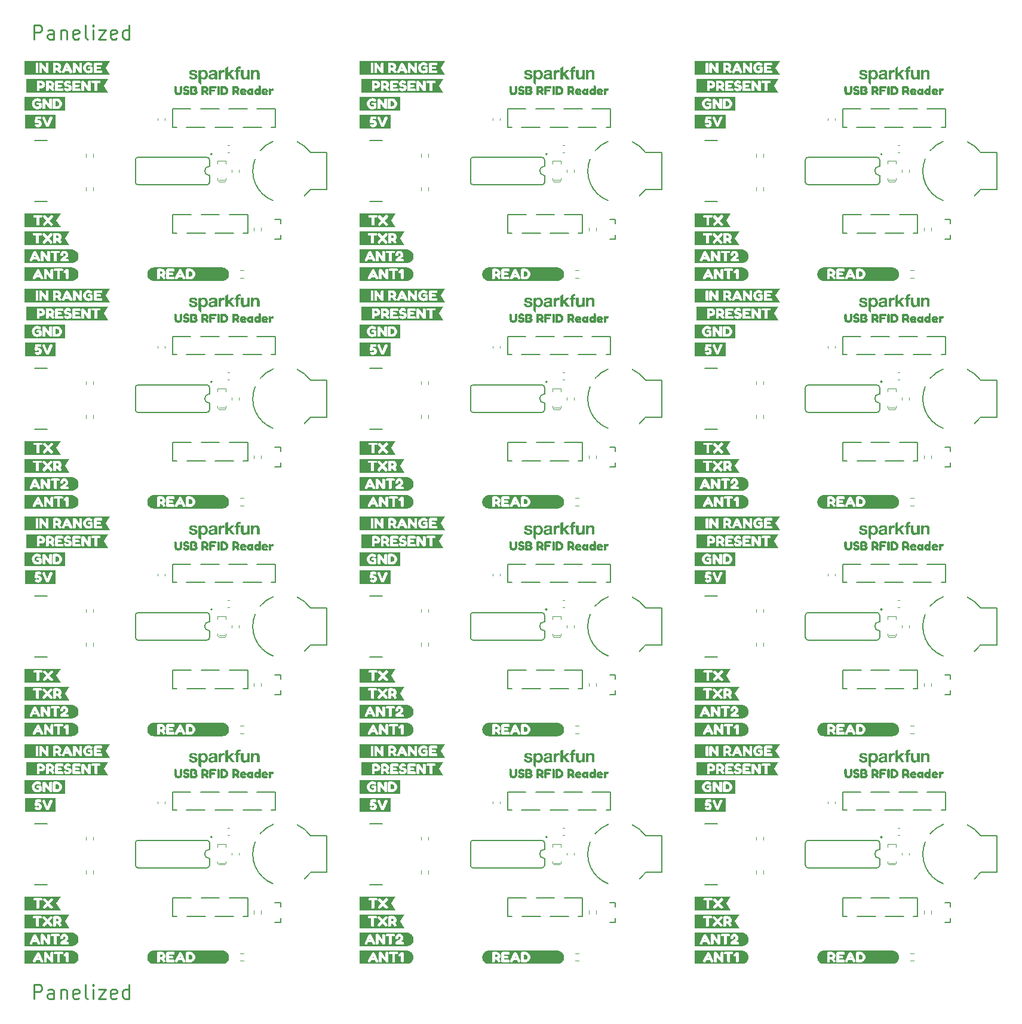
<source format=gto>
%TF.GenerationSoftware,KiCad,Pcbnew,8.0.7*%
%TF.CreationDate,2025-01-21T14:59:33-07:00*%
%TF.ProjectId,SparkFun_USB_RFID_Reader_panelized,53706172-6b46-4756-9e5f-5553425f5246,rev?*%
%TF.SameCoordinates,Original*%
%TF.FileFunction,Legend,Top*%
%TF.FilePolarity,Positive*%
%FSLAX46Y46*%
G04 Gerber Fmt 4.6, Leading zero omitted, Abs format (unit mm)*
G04 Created by KiCad (PCBNEW 8.0.7) date 2025-01-21 14:59:33*
%MOMM*%
%LPD*%
G01*
G04 APERTURE LIST*
%ADD10C,0.250000*%
%ADD11C,0.203200*%
%ADD12C,0.000000*%
%ADD13C,0.120000*%
%ADD14C,0.177800*%
%ADD15C,0.200000*%
%ADD16C,0.100000*%
G04 APERTURE END LIST*
D10*
X2575663Y131287761D02*
X2575663Y133287761D01*
X2575663Y133287761D02*
X3337568Y133287761D01*
X3337568Y133287761D02*
X3528044Y133192523D01*
X3528044Y133192523D02*
X3623282Y133097285D01*
X3623282Y133097285D02*
X3718520Y132906809D01*
X3718520Y132906809D02*
X3718520Y132621095D01*
X3718520Y132621095D02*
X3623282Y132430619D01*
X3623282Y132430619D02*
X3528044Y132335380D01*
X3528044Y132335380D02*
X3337568Y132240142D01*
X3337568Y132240142D02*
X2575663Y132240142D01*
X5432806Y131287761D02*
X5432806Y132335380D01*
X5432806Y132335380D02*
X5337568Y132525857D01*
X5337568Y132525857D02*
X5147092Y132621095D01*
X5147092Y132621095D02*
X4766139Y132621095D01*
X4766139Y132621095D02*
X4575663Y132525857D01*
X5432806Y131383000D02*
X5242330Y131287761D01*
X5242330Y131287761D02*
X4766139Y131287761D01*
X4766139Y131287761D02*
X4575663Y131383000D01*
X4575663Y131383000D02*
X4480425Y131573476D01*
X4480425Y131573476D02*
X4480425Y131763952D01*
X4480425Y131763952D02*
X4575663Y131954428D01*
X4575663Y131954428D02*
X4766139Y132049666D01*
X4766139Y132049666D02*
X5242330Y132049666D01*
X5242330Y132049666D02*
X5432806Y132144904D01*
X6385187Y132621095D02*
X6385187Y131287761D01*
X6385187Y132430619D02*
X6480425Y132525857D01*
X6480425Y132525857D02*
X6670901Y132621095D01*
X6670901Y132621095D02*
X6956616Y132621095D01*
X6956616Y132621095D02*
X7147092Y132525857D01*
X7147092Y132525857D02*
X7242330Y132335380D01*
X7242330Y132335380D02*
X7242330Y131287761D01*
X8956616Y131383000D02*
X8766140Y131287761D01*
X8766140Y131287761D02*
X8385187Y131287761D01*
X8385187Y131287761D02*
X8194711Y131383000D01*
X8194711Y131383000D02*
X8099473Y131573476D01*
X8099473Y131573476D02*
X8099473Y132335380D01*
X8099473Y132335380D02*
X8194711Y132525857D01*
X8194711Y132525857D02*
X8385187Y132621095D01*
X8385187Y132621095D02*
X8766140Y132621095D01*
X8766140Y132621095D02*
X8956616Y132525857D01*
X8956616Y132525857D02*
X9051854Y132335380D01*
X9051854Y132335380D02*
X9051854Y132144904D01*
X9051854Y132144904D02*
X8099473Y131954428D01*
X10194711Y131287761D02*
X10004235Y131383000D01*
X10004235Y131383000D02*
X9908997Y131573476D01*
X9908997Y131573476D02*
X9908997Y133287761D01*
X10956616Y131287761D02*
X10956616Y132621095D01*
X10956616Y133287761D02*
X10861378Y133192523D01*
X10861378Y133192523D02*
X10956616Y133097285D01*
X10956616Y133097285D02*
X11051854Y133192523D01*
X11051854Y133192523D02*
X10956616Y133287761D01*
X10956616Y133287761D02*
X10956616Y133097285D01*
X11718521Y132621095D02*
X12766140Y132621095D01*
X12766140Y132621095D02*
X11718521Y131287761D01*
X11718521Y131287761D02*
X12766140Y131287761D01*
X14289950Y131383000D02*
X14099474Y131287761D01*
X14099474Y131287761D02*
X13718521Y131287761D01*
X13718521Y131287761D02*
X13528045Y131383000D01*
X13528045Y131383000D02*
X13432807Y131573476D01*
X13432807Y131573476D02*
X13432807Y132335380D01*
X13432807Y132335380D02*
X13528045Y132525857D01*
X13528045Y132525857D02*
X13718521Y132621095D01*
X13718521Y132621095D02*
X14099474Y132621095D01*
X14099474Y132621095D02*
X14289950Y132525857D01*
X14289950Y132525857D02*
X14385188Y132335380D01*
X14385188Y132335380D02*
X14385188Y132144904D01*
X14385188Y132144904D02*
X13432807Y131954428D01*
X16099474Y131287761D02*
X16099474Y133287761D01*
X16099474Y131383000D02*
X15908998Y131287761D01*
X15908998Y131287761D02*
X15528045Y131287761D01*
X15528045Y131287761D02*
X15337569Y131383000D01*
X15337569Y131383000D02*
X15242331Y131478238D01*
X15242331Y131478238D02*
X15147093Y131668714D01*
X15147093Y131668714D02*
X15147093Y132240142D01*
X15147093Y132240142D02*
X15242331Y132430619D01*
X15242331Y132430619D02*
X15337569Y132525857D01*
X15337569Y132525857D02*
X15528045Y132621095D01*
X15528045Y132621095D02*
X15908998Y132621095D01*
X15908998Y132621095D02*
X16099474Y132525857D01*
X2575663Y-4612238D02*
X2575663Y-2612238D01*
X2575663Y-2612238D02*
X3337568Y-2612238D01*
X3337568Y-2612238D02*
X3528044Y-2707476D01*
X3528044Y-2707476D02*
X3623282Y-2802714D01*
X3623282Y-2802714D02*
X3718520Y-2993190D01*
X3718520Y-2993190D02*
X3718520Y-3278904D01*
X3718520Y-3278904D02*
X3623282Y-3469380D01*
X3623282Y-3469380D02*
X3528044Y-3564619D01*
X3528044Y-3564619D02*
X3337568Y-3659857D01*
X3337568Y-3659857D02*
X2575663Y-3659857D01*
X5432806Y-4612238D02*
X5432806Y-3564619D01*
X5432806Y-3564619D02*
X5337568Y-3374142D01*
X5337568Y-3374142D02*
X5147092Y-3278904D01*
X5147092Y-3278904D02*
X4766139Y-3278904D01*
X4766139Y-3278904D02*
X4575663Y-3374142D01*
X5432806Y-4517000D02*
X5242330Y-4612238D01*
X5242330Y-4612238D02*
X4766139Y-4612238D01*
X4766139Y-4612238D02*
X4575663Y-4517000D01*
X4575663Y-4517000D02*
X4480425Y-4326523D01*
X4480425Y-4326523D02*
X4480425Y-4136047D01*
X4480425Y-4136047D02*
X4575663Y-3945571D01*
X4575663Y-3945571D02*
X4766139Y-3850333D01*
X4766139Y-3850333D02*
X5242330Y-3850333D01*
X5242330Y-3850333D02*
X5432806Y-3755095D01*
X6385187Y-3278904D02*
X6385187Y-4612238D01*
X6385187Y-3469380D02*
X6480425Y-3374142D01*
X6480425Y-3374142D02*
X6670901Y-3278904D01*
X6670901Y-3278904D02*
X6956616Y-3278904D01*
X6956616Y-3278904D02*
X7147092Y-3374142D01*
X7147092Y-3374142D02*
X7242330Y-3564619D01*
X7242330Y-3564619D02*
X7242330Y-4612238D01*
X8956616Y-4517000D02*
X8766140Y-4612238D01*
X8766140Y-4612238D02*
X8385187Y-4612238D01*
X8385187Y-4612238D02*
X8194711Y-4517000D01*
X8194711Y-4517000D02*
X8099473Y-4326523D01*
X8099473Y-4326523D02*
X8099473Y-3564619D01*
X8099473Y-3564619D02*
X8194711Y-3374142D01*
X8194711Y-3374142D02*
X8385187Y-3278904D01*
X8385187Y-3278904D02*
X8766140Y-3278904D01*
X8766140Y-3278904D02*
X8956616Y-3374142D01*
X8956616Y-3374142D02*
X9051854Y-3564619D01*
X9051854Y-3564619D02*
X9051854Y-3755095D01*
X9051854Y-3755095D02*
X8099473Y-3945571D01*
X10194711Y-4612238D02*
X10004235Y-4517000D01*
X10004235Y-4517000D02*
X9908997Y-4326523D01*
X9908997Y-4326523D02*
X9908997Y-2612238D01*
X10956616Y-4612238D02*
X10956616Y-3278904D01*
X10956616Y-2612238D02*
X10861378Y-2707476D01*
X10861378Y-2707476D02*
X10956616Y-2802714D01*
X10956616Y-2802714D02*
X11051854Y-2707476D01*
X11051854Y-2707476D02*
X10956616Y-2612238D01*
X10956616Y-2612238D02*
X10956616Y-2802714D01*
X11718521Y-3278904D02*
X12766140Y-3278904D01*
X12766140Y-3278904D02*
X11718521Y-4612238D01*
X11718521Y-4612238D02*
X12766140Y-4612238D01*
X14289950Y-4517000D02*
X14099474Y-4612238D01*
X14099474Y-4612238D02*
X13718521Y-4612238D01*
X13718521Y-4612238D02*
X13528045Y-4517000D01*
X13528045Y-4517000D02*
X13432807Y-4326523D01*
X13432807Y-4326523D02*
X13432807Y-3564619D01*
X13432807Y-3564619D02*
X13528045Y-3374142D01*
X13528045Y-3374142D02*
X13718521Y-3278904D01*
X13718521Y-3278904D02*
X14099474Y-3278904D01*
X14099474Y-3278904D02*
X14289950Y-3374142D01*
X14289950Y-3374142D02*
X14385188Y-3564619D01*
X14385188Y-3564619D02*
X14385188Y-3755095D01*
X14385188Y-3755095D02*
X13432807Y-3945571D01*
X16099474Y-4612238D02*
X16099474Y-2612238D01*
X16099474Y-4517000D02*
X15908998Y-4612238D01*
X15908998Y-4612238D02*
X15528045Y-4612238D01*
X15528045Y-4612238D02*
X15337569Y-4517000D01*
X15337569Y-4517000D02*
X15242331Y-4421761D01*
X15242331Y-4421761D02*
X15147093Y-4231285D01*
X15147093Y-4231285D02*
X15147093Y-3659857D01*
X15147093Y-3659857D02*
X15242331Y-3469380D01*
X15242331Y-3469380D02*
X15337569Y-3374142D01*
X15337569Y-3374142D02*
X15528045Y-3278904D01*
X15528045Y-3278904D02*
X15908998Y-3278904D01*
X15908998Y-3278904D02*
X16099474Y-3374142D01*
D11*
%TO.C,J1*%
X99443750Y116945000D02*
X97643750Y116945000D01*
X99443750Y108305000D02*
X97643750Y108305000D01*
X99443750Y84695000D02*
X97643750Y84695000D01*
X99443750Y76055000D02*
X97643750Y76055000D01*
X99443750Y52445000D02*
X97643750Y52445000D01*
X99443750Y43805000D02*
X97643750Y43805000D01*
X99443750Y20195000D02*
X97643750Y20195000D01*
X99443750Y11555000D02*
X97643750Y11555000D01*
X51953750Y116945000D02*
X50153750Y116945000D01*
X51953750Y108305000D02*
X50153750Y108305000D01*
X51953750Y84695000D02*
X50153750Y84695000D01*
X51953750Y76055000D02*
X50153750Y76055000D01*
X51953750Y52445000D02*
X50153750Y52445000D01*
X51953750Y43805000D02*
X50153750Y43805000D01*
X51953750Y20195000D02*
X50153750Y20195000D01*
X51953750Y11555000D02*
X50153750Y11555000D01*
X4463750Y116945000D02*
X2663750Y116945000D01*
X4463750Y108305000D02*
X2663750Y108305000D01*
X4463750Y84695000D02*
X2663750Y84695000D01*
X4463750Y76055000D02*
X2663750Y76055000D01*
X4463750Y52445000D02*
X2663750Y52445000D01*
X4463750Y43805000D02*
X2663750Y43805000D01*
D12*
%TO.C,kibuzzard-677EEB6C*%
G36*
X101037995Y103412232D02*
G01*
X101084132Y103300644D01*
X101034776Y103182618D01*
X100931772Y103143991D01*
X100695720Y103143991D01*
X100695720Y103457296D01*
X100927480Y103457296D01*
X101037995Y103412232D01*
G37*
G36*
X101956092Y103100000D02*
G01*
X102593908Y102143276D01*
X101956092Y102143276D01*
X101509025Y102143276D01*
X101245076Y102143276D01*
X99978981Y102143276D01*
X98060527Y102143276D01*
X96703159Y102143276D01*
X96256092Y102143276D01*
X96256092Y103689055D01*
X97408166Y103689055D01*
X97421042Y103592489D01*
X97461813Y103542060D01*
X97510098Y103524893D01*
X97571257Y103521674D01*
X97869540Y103521674D01*
X97869540Y102540987D01*
X97872758Y102469099D01*
X97892072Y102411159D01*
X97950012Y102362877D01*
X98060526Y102347854D01*
X98172115Y102362876D01*
X98232201Y102410086D01*
X98252587Y102466953D01*
X98255806Y102538841D01*
X98255806Y103521675D01*
X98551943Y103521674D01*
X98613102Y103524893D01*
X98662458Y103542060D01*
X98704304Y103592489D01*
X98713375Y103659013D01*
X98767608Y103659013D01*
X98839496Y103521674D01*
X99225763Y103098927D01*
X98841643Y102676180D01*
X98767608Y102537768D01*
X98852372Y102401502D01*
X98998295Y102325322D01*
X99129196Y102414378D01*
X99489711Y102809227D01*
X99848080Y102414378D01*
X99978981Y102325322D01*
X100124905Y102401502D01*
X100209669Y102537768D01*
X100135634Y102676180D01*
X99751514Y103098927D01*
X100137780Y103521674D01*
X100208462Y103654721D01*
X100303016Y103654721D01*
X100303017Y102547425D01*
X100306235Y102473391D01*
X100326621Y102414378D01*
X100386707Y102365021D01*
X100498295Y102350000D01*
X100612029Y102365021D01*
X100672115Y102413305D01*
X100692501Y102471246D01*
X100695720Y102545279D01*
X100695720Y102753433D01*
X100895291Y102753433D01*
X101124905Y102442275D01*
X101245076Y102342489D01*
X101397437Y102401502D01*
X101500441Y102528113D01*
X101442502Y102676180D01*
X101287995Y102882189D01*
X101392907Y102999022D01*
X101455855Y103137792D01*
X101476836Y103298498D01*
X101463424Y103425912D01*
X101423188Y103542060D01*
X101361761Y103641041D01*
X101284776Y103716953D01*
X101198402Y103773820D01*
X101108810Y103815665D01*
X101018950Y103841416D01*
X100931772Y103850000D01*
X100500442Y103850000D01*
X100386707Y103834979D01*
X100326621Y103785622D01*
X100306235Y103726609D01*
X100303016Y103654721D01*
X100208462Y103654721D01*
X100210742Y103659012D01*
X100127051Y103798498D01*
X99981128Y103874678D01*
X99850227Y103785622D01*
X99489711Y103388628D01*
X99127051Y103785622D01*
X98996149Y103874679D01*
X98850227Y103798498D01*
X98767608Y103659013D01*
X98713375Y103659013D01*
X98717179Y103686910D01*
X98704304Y103781330D01*
X98663532Y103831760D01*
X98615248Y103848926D01*
X98554088Y103852146D01*
X97573402Y103852146D01*
X97512244Y103848927D01*
X97462887Y103831760D01*
X97421042Y103782403D01*
X97408166Y103689055D01*
X96256092Y103689055D01*
X96256092Y104056724D01*
X96703159Y104056724D01*
X101509025Y104056724D01*
X101956092Y104056724D01*
X102593908Y104056724D01*
X101956092Y103100000D01*
G37*
G36*
X101037995Y71162232D02*
G01*
X101084132Y71050644D01*
X101034776Y70932618D01*
X100931772Y70893991D01*
X100695720Y70893991D01*
X100695720Y71207296D01*
X100927480Y71207296D01*
X101037995Y71162232D01*
G37*
G36*
X101956092Y70850000D02*
G01*
X102593908Y69893276D01*
X101956092Y69893276D01*
X101509025Y69893276D01*
X101245076Y69893276D01*
X99978981Y69893276D01*
X98060527Y69893276D01*
X96703159Y69893276D01*
X96256092Y69893276D01*
X96256092Y71439055D01*
X97408166Y71439055D01*
X97421042Y71342489D01*
X97461813Y71292060D01*
X97510098Y71274893D01*
X97571257Y71271674D01*
X97869540Y71271674D01*
X97869540Y70290987D01*
X97872758Y70219099D01*
X97892072Y70161159D01*
X97950012Y70112877D01*
X98060526Y70097854D01*
X98172115Y70112876D01*
X98232201Y70160086D01*
X98252587Y70216953D01*
X98255806Y70288841D01*
X98255806Y71271675D01*
X98551943Y71271674D01*
X98613102Y71274893D01*
X98662458Y71292060D01*
X98704304Y71342489D01*
X98713375Y71409013D01*
X98767608Y71409013D01*
X98839496Y71271674D01*
X99225763Y70848927D01*
X98841643Y70426180D01*
X98767608Y70287768D01*
X98852372Y70151502D01*
X98998295Y70075322D01*
X99129196Y70164378D01*
X99489711Y70559227D01*
X99848080Y70164378D01*
X99978981Y70075322D01*
X100124905Y70151502D01*
X100209669Y70287768D01*
X100135634Y70426180D01*
X99751514Y70848927D01*
X100137780Y71271674D01*
X100208462Y71404721D01*
X100303016Y71404721D01*
X100303017Y70297425D01*
X100306235Y70223391D01*
X100326621Y70164378D01*
X100386707Y70115021D01*
X100498295Y70100000D01*
X100612029Y70115021D01*
X100672115Y70163305D01*
X100692501Y70221246D01*
X100695720Y70295279D01*
X100695720Y70503433D01*
X100895291Y70503433D01*
X101124905Y70192275D01*
X101245076Y70092489D01*
X101397437Y70151502D01*
X101500441Y70278113D01*
X101442502Y70426180D01*
X101287995Y70632189D01*
X101392907Y70749022D01*
X101455855Y70887792D01*
X101476836Y71048498D01*
X101463424Y71175912D01*
X101423188Y71292060D01*
X101361761Y71391041D01*
X101284776Y71466953D01*
X101198402Y71523820D01*
X101108810Y71565665D01*
X101018950Y71591416D01*
X100931772Y71600000D01*
X100500442Y71600000D01*
X100386707Y71584979D01*
X100326621Y71535622D01*
X100306235Y71476609D01*
X100303016Y71404721D01*
X100208462Y71404721D01*
X100210742Y71409012D01*
X100127051Y71548498D01*
X99981128Y71624678D01*
X99850227Y71535622D01*
X99489711Y71138628D01*
X99127051Y71535622D01*
X98996149Y71624679D01*
X98850227Y71548498D01*
X98767608Y71409013D01*
X98713375Y71409013D01*
X98717179Y71436910D01*
X98704304Y71531330D01*
X98663532Y71581760D01*
X98615248Y71598926D01*
X98554088Y71602146D01*
X97573402Y71602146D01*
X97512244Y71598927D01*
X97462887Y71581760D01*
X97421042Y71532403D01*
X97408166Y71439055D01*
X96256092Y71439055D01*
X96256092Y71806724D01*
X96703159Y71806724D01*
X101509025Y71806724D01*
X101956092Y71806724D01*
X102593908Y71806724D01*
X101956092Y70850000D01*
G37*
G36*
X101037995Y38912232D02*
G01*
X101084132Y38800644D01*
X101034776Y38682618D01*
X100931772Y38643991D01*
X100695720Y38643991D01*
X100695720Y38957296D01*
X100927480Y38957296D01*
X101037995Y38912232D01*
G37*
G36*
X101956092Y38600000D02*
G01*
X102593908Y37643276D01*
X101956092Y37643276D01*
X101509025Y37643276D01*
X101245076Y37643276D01*
X99978981Y37643276D01*
X98060527Y37643276D01*
X96703159Y37643276D01*
X96256092Y37643276D01*
X96256092Y39189055D01*
X97408166Y39189055D01*
X97421042Y39092489D01*
X97461813Y39042060D01*
X97510098Y39024893D01*
X97571257Y39021674D01*
X97869540Y39021674D01*
X97869540Y38040987D01*
X97872758Y37969099D01*
X97892072Y37911159D01*
X97950012Y37862877D01*
X98060526Y37847854D01*
X98172115Y37862876D01*
X98232201Y37910086D01*
X98252587Y37966953D01*
X98255806Y38038841D01*
X98255806Y39021675D01*
X98551943Y39021674D01*
X98613102Y39024893D01*
X98662458Y39042060D01*
X98704304Y39092489D01*
X98713375Y39159013D01*
X98767608Y39159013D01*
X98839496Y39021674D01*
X99225763Y38598927D01*
X98841643Y38176180D01*
X98767608Y38037768D01*
X98852372Y37901502D01*
X98998295Y37825322D01*
X99129196Y37914378D01*
X99489711Y38309227D01*
X99848080Y37914378D01*
X99978981Y37825322D01*
X100124905Y37901502D01*
X100209669Y38037768D01*
X100135634Y38176180D01*
X99751514Y38598927D01*
X100137780Y39021674D01*
X100208462Y39154721D01*
X100303016Y39154721D01*
X100303017Y38047425D01*
X100306235Y37973391D01*
X100326621Y37914378D01*
X100386707Y37865021D01*
X100498295Y37850000D01*
X100612029Y37865021D01*
X100672115Y37913305D01*
X100692501Y37971246D01*
X100695720Y38045279D01*
X100695720Y38253433D01*
X100895291Y38253433D01*
X101124905Y37942275D01*
X101245076Y37842489D01*
X101397437Y37901502D01*
X101500441Y38028113D01*
X101442502Y38176180D01*
X101287995Y38382189D01*
X101392907Y38499022D01*
X101455855Y38637792D01*
X101476836Y38798498D01*
X101463424Y38925912D01*
X101423188Y39042060D01*
X101361761Y39141041D01*
X101284776Y39216953D01*
X101198402Y39273820D01*
X101108810Y39315665D01*
X101018950Y39341416D01*
X100931772Y39350000D01*
X100500442Y39350000D01*
X100386707Y39334979D01*
X100326621Y39285622D01*
X100306235Y39226609D01*
X100303016Y39154721D01*
X100208462Y39154721D01*
X100210742Y39159012D01*
X100127051Y39298498D01*
X99981128Y39374678D01*
X99850227Y39285622D01*
X99489711Y38888628D01*
X99127051Y39285622D01*
X98996149Y39374679D01*
X98850227Y39298498D01*
X98767608Y39159013D01*
X98713375Y39159013D01*
X98717179Y39186910D01*
X98704304Y39281330D01*
X98663532Y39331760D01*
X98615248Y39348926D01*
X98554088Y39352146D01*
X97573402Y39352146D01*
X97512244Y39348927D01*
X97462887Y39331760D01*
X97421042Y39282403D01*
X97408166Y39189055D01*
X96256092Y39189055D01*
X96256092Y39556724D01*
X96703159Y39556724D01*
X101509025Y39556724D01*
X101956092Y39556724D01*
X102593908Y39556724D01*
X101956092Y38600000D01*
G37*
G36*
X101037995Y6662232D02*
G01*
X101084132Y6550644D01*
X101034776Y6432618D01*
X100931772Y6393991D01*
X100695720Y6393991D01*
X100695720Y6707296D01*
X100927480Y6707296D01*
X101037995Y6662232D01*
G37*
G36*
X101956092Y6350000D02*
G01*
X102593908Y5393276D01*
X101956092Y5393276D01*
X101509025Y5393276D01*
X101245076Y5393276D01*
X99978981Y5393276D01*
X98060527Y5393276D01*
X96703159Y5393276D01*
X96256092Y5393276D01*
X96256092Y6939055D01*
X97408166Y6939055D01*
X97421042Y6842489D01*
X97461813Y6792060D01*
X97510098Y6774893D01*
X97571257Y6771674D01*
X97869540Y6771674D01*
X97869540Y5790987D01*
X97872758Y5719099D01*
X97892072Y5661159D01*
X97950012Y5612877D01*
X98060526Y5597854D01*
X98172115Y5612876D01*
X98232201Y5660086D01*
X98252587Y5716953D01*
X98255806Y5788841D01*
X98255806Y6771675D01*
X98551943Y6771674D01*
X98613102Y6774893D01*
X98662458Y6792060D01*
X98704304Y6842489D01*
X98713375Y6909013D01*
X98767608Y6909013D01*
X98839496Y6771674D01*
X99225763Y6348927D01*
X98841643Y5926180D01*
X98767608Y5787768D01*
X98852372Y5651502D01*
X98998295Y5575322D01*
X99129196Y5664378D01*
X99489711Y6059227D01*
X99848080Y5664378D01*
X99978981Y5575322D01*
X100124905Y5651502D01*
X100209669Y5787768D01*
X100135634Y5926180D01*
X99751514Y6348927D01*
X100137780Y6771674D01*
X100208462Y6904721D01*
X100303016Y6904721D01*
X100303017Y5797425D01*
X100306235Y5723391D01*
X100326621Y5664378D01*
X100386707Y5615021D01*
X100498295Y5600000D01*
X100612029Y5615021D01*
X100672115Y5663305D01*
X100692501Y5721246D01*
X100695720Y5795279D01*
X100695720Y6003433D01*
X100895291Y6003433D01*
X101124905Y5692275D01*
X101245076Y5592489D01*
X101397437Y5651502D01*
X101500441Y5778113D01*
X101442502Y5926180D01*
X101287995Y6132189D01*
X101392907Y6249022D01*
X101455855Y6387792D01*
X101476836Y6548498D01*
X101463424Y6675912D01*
X101423188Y6792060D01*
X101361761Y6891041D01*
X101284776Y6966953D01*
X101198402Y7023820D01*
X101108810Y7065665D01*
X101018950Y7091416D01*
X100931772Y7100000D01*
X100500442Y7100000D01*
X100386707Y7084979D01*
X100326621Y7035622D01*
X100306235Y6976609D01*
X100303016Y6904721D01*
X100208462Y6904721D01*
X100210742Y6909012D01*
X100127051Y7048498D01*
X99981128Y7124678D01*
X99850227Y7035622D01*
X99489711Y6638628D01*
X99127051Y7035622D01*
X98996149Y7124679D01*
X98850227Y7048498D01*
X98767608Y6909013D01*
X98713375Y6909013D01*
X98717179Y6936910D01*
X98704304Y7031330D01*
X98663532Y7081760D01*
X98615248Y7098926D01*
X98554088Y7102146D01*
X97573402Y7102146D01*
X97512244Y7098927D01*
X97462887Y7081760D01*
X97421042Y7032403D01*
X97408166Y6939055D01*
X96256092Y6939055D01*
X96256092Y7306724D01*
X96703159Y7306724D01*
X101509025Y7306724D01*
X101956092Y7306724D01*
X102593908Y7306724D01*
X101956092Y6350000D01*
G37*
G36*
X53547995Y103412232D02*
G01*
X53594132Y103300644D01*
X53544776Y103182618D01*
X53441772Y103143991D01*
X53205720Y103143991D01*
X53205720Y103457296D01*
X53437480Y103457296D01*
X53547995Y103412232D01*
G37*
G36*
X54466092Y103100000D02*
G01*
X55103908Y102143276D01*
X54466092Y102143276D01*
X54019025Y102143276D01*
X53755076Y102143276D01*
X52488981Y102143276D01*
X50570527Y102143276D01*
X49213159Y102143276D01*
X48766092Y102143276D01*
X48766092Y103689055D01*
X49918166Y103689055D01*
X49931042Y103592489D01*
X49971813Y103542060D01*
X50020098Y103524893D01*
X50081257Y103521674D01*
X50379540Y103521674D01*
X50379540Y102540987D01*
X50382758Y102469099D01*
X50402072Y102411159D01*
X50460012Y102362877D01*
X50570526Y102347854D01*
X50682115Y102362876D01*
X50742201Y102410086D01*
X50762587Y102466953D01*
X50765806Y102538841D01*
X50765806Y103521675D01*
X51061943Y103521674D01*
X51123102Y103524893D01*
X51172458Y103542060D01*
X51214304Y103592489D01*
X51223375Y103659013D01*
X51277608Y103659013D01*
X51349496Y103521674D01*
X51735763Y103098927D01*
X51351643Y102676180D01*
X51277608Y102537768D01*
X51362372Y102401502D01*
X51508295Y102325322D01*
X51639196Y102414378D01*
X51999711Y102809227D01*
X52358080Y102414378D01*
X52488981Y102325322D01*
X52634905Y102401502D01*
X52719669Y102537768D01*
X52645634Y102676180D01*
X52261514Y103098927D01*
X52647780Y103521674D01*
X52718462Y103654721D01*
X52813016Y103654721D01*
X52813017Y102547425D01*
X52816235Y102473391D01*
X52836621Y102414378D01*
X52896707Y102365021D01*
X53008295Y102350000D01*
X53122029Y102365021D01*
X53182115Y102413305D01*
X53202501Y102471246D01*
X53205720Y102545279D01*
X53205720Y102753433D01*
X53405291Y102753433D01*
X53634905Y102442275D01*
X53755076Y102342489D01*
X53907437Y102401502D01*
X54010441Y102528113D01*
X53952502Y102676180D01*
X53797995Y102882189D01*
X53902907Y102999022D01*
X53965855Y103137792D01*
X53986836Y103298498D01*
X53973424Y103425912D01*
X53933188Y103542060D01*
X53871761Y103641041D01*
X53794776Y103716953D01*
X53708402Y103773820D01*
X53618810Y103815665D01*
X53528950Y103841416D01*
X53441772Y103850000D01*
X53010442Y103850000D01*
X52896707Y103834979D01*
X52836621Y103785622D01*
X52816235Y103726609D01*
X52813016Y103654721D01*
X52718462Y103654721D01*
X52720742Y103659012D01*
X52637051Y103798498D01*
X52491128Y103874678D01*
X52360227Y103785622D01*
X51999711Y103388628D01*
X51637051Y103785622D01*
X51506149Y103874679D01*
X51360227Y103798498D01*
X51277608Y103659013D01*
X51223375Y103659013D01*
X51227179Y103686910D01*
X51214304Y103781330D01*
X51173532Y103831760D01*
X51125248Y103848926D01*
X51064088Y103852146D01*
X50083402Y103852146D01*
X50022244Y103848927D01*
X49972887Y103831760D01*
X49931042Y103782403D01*
X49918166Y103689055D01*
X48766092Y103689055D01*
X48766092Y104056724D01*
X49213159Y104056724D01*
X54019025Y104056724D01*
X54466092Y104056724D01*
X55103908Y104056724D01*
X54466092Y103100000D01*
G37*
G36*
X53547995Y71162232D02*
G01*
X53594132Y71050644D01*
X53544776Y70932618D01*
X53441772Y70893991D01*
X53205720Y70893991D01*
X53205720Y71207296D01*
X53437480Y71207296D01*
X53547995Y71162232D01*
G37*
G36*
X54466092Y70850000D02*
G01*
X55103908Y69893276D01*
X54466092Y69893276D01*
X54019025Y69893276D01*
X53755076Y69893276D01*
X52488981Y69893276D01*
X50570527Y69893276D01*
X49213159Y69893276D01*
X48766092Y69893276D01*
X48766092Y71439055D01*
X49918166Y71439055D01*
X49931042Y71342489D01*
X49971813Y71292060D01*
X50020098Y71274893D01*
X50081257Y71271674D01*
X50379540Y71271674D01*
X50379540Y70290987D01*
X50382758Y70219099D01*
X50402072Y70161159D01*
X50460012Y70112877D01*
X50570526Y70097854D01*
X50682115Y70112876D01*
X50742201Y70160086D01*
X50762587Y70216953D01*
X50765806Y70288841D01*
X50765806Y71271675D01*
X51061943Y71271674D01*
X51123102Y71274893D01*
X51172458Y71292060D01*
X51214304Y71342489D01*
X51223375Y71409013D01*
X51277608Y71409013D01*
X51349496Y71271674D01*
X51735763Y70848927D01*
X51351643Y70426180D01*
X51277608Y70287768D01*
X51362372Y70151502D01*
X51508295Y70075322D01*
X51639196Y70164378D01*
X51999711Y70559227D01*
X52358080Y70164378D01*
X52488981Y70075322D01*
X52634905Y70151502D01*
X52719669Y70287768D01*
X52645634Y70426180D01*
X52261514Y70848927D01*
X52647780Y71271674D01*
X52718462Y71404721D01*
X52813016Y71404721D01*
X52813017Y70297425D01*
X52816235Y70223391D01*
X52836621Y70164378D01*
X52896707Y70115021D01*
X53008295Y70100000D01*
X53122029Y70115021D01*
X53182115Y70163305D01*
X53202501Y70221246D01*
X53205720Y70295279D01*
X53205720Y70503433D01*
X53405291Y70503433D01*
X53634905Y70192275D01*
X53755076Y70092489D01*
X53907437Y70151502D01*
X54010441Y70278113D01*
X53952502Y70426180D01*
X53797995Y70632189D01*
X53902907Y70749022D01*
X53965855Y70887792D01*
X53986836Y71048498D01*
X53973424Y71175912D01*
X53933188Y71292060D01*
X53871761Y71391041D01*
X53794776Y71466953D01*
X53708402Y71523820D01*
X53618810Y71565665D01*
X53528950Y71591416D01*
X53441772Y71600000D01*
X53010442Y71600000D01*
X52896707Y71584979D01*
X52836621Y71535622D01*
X52816235Y71476609D01*
X52813016Y71404721D01*
X52718462Y71404721D01*
X52720742Y71409012D01*
X52637051Y71548498D01*
X52491128Y71624678D01*
X52360227Y71535622D01*
X51999711Y71138628D01*
X51637051Y71535622D01*
X51506149Y71624679D01*
X51360227Y71548498D01*
X51277608Y71409013D01*
X51223375Y71409013D01*
X51227179Y71436910D01*
X51214304Y71531330D01*
X51173532Y71581760D01*
X51125248Y71598926D01*
X51064088Y71602146D01*
X50083402Y71602146D01*
X50022244Y71598927D01*
X49972887Y71581760D01*
X49931042Y71532403D01*
X49918166Y71439055D01*
X48766092Y71439055D01*
X48766092Y71806724D01*
X49213159Y71806724D01*
X54019025Y71806724D01*
X54466092Y71806724D01*
X55103908Y71806724D01*
X54466092Y70850000D01*
G37*
G36*
X53547995Y38912232D02*
G01*
X53594132Y38800644D01*
X53544776Y38682618D01*
X53441772Y38643991D01*
X53205720Y38643991D01*
X53205720Y38957296D01*
X53437480Y38957296D01*
X53547995Y38912232D01*
G37*
G36*
X54466092Y38600000D02*
G01*
X55103908Y37643276D01*
X54466092Y37643276D01*
X54019025Y37643276D01*
X53755076Y37643276D01*
X52488981Y37643276D01*
X50570527Y37643276D01*
X49213159Y37643276D01*
X48766092Y37643276D01*
X48766092Y39189055D01*
X49918166Y39189055D01*
X49931042Y39092489D01*
X49971813Y39042060D01*
X50020098Y39024893D01*
X50081257Y39021674D01*
X50379540Y39021674D01*
X50379540Y38040987D01*
X50382758Y37969099D01*
X50402072Y37911159D01*
X50460012Y37862877D01*
X50570526Y37847854D01*
X50682115Y37862876D01*
X50742201Y37910086D01*
X50762587Y37966953D01*
X50765806Y38038841D01*
X50765806Y39021675D01*
X51061943Y39021674D01*
X51123102Y39024893D01*
X51172458Y39042060D01*
X51214304Y39092489D01*
X51223375Y39159013D01*
X51277608Y39159013D01*
X51349496Y39021674D01*
X51735763Y38598927D01*
X51351643Y38176180D01*
X51277608Y38037768D01*
X51362372Y37901502D01*
X51508295Y37825322D01*
X51639196Y37914378D01*
X51999711Y38309227D01*
X52358080Y37914378D01*
X52488981Y37825322D01*
X52634905Y37901502D01*
X52719669Y38037768D01*
X52645634Y38176180D01*
X52261514Y38598927D01*
X52647780Y39021674D01*
X52718462Y39154721D01*
X52813016Y39154721D01*
X52813017Y38047425D01*
X52816235Y37973391D01*
X52836621Y37914378D01*
X52896707Y37865021D01*
X53008295Y37850000D01*
X53122029Y37865021D01*
X53182115Y37913305D01*
X53202501Y37971246D01*
X53205720Y38045279D01*
X53205720Y38253433D01*
X53405291Y38253433D01*
X53634905Y37942275D01*
X53755076Y37842489D01*
X53907437Y37901502D01*
X54010441Y38028113D01*
X53952502Y38176180D01*
X53797995Y38382189D01*
X53902907Y38499022D01*
X53965855Y38637792D01*
X53986836Y38798498D01*
X53973424Y38925912D01*
X53933188Y39042060D01*
X53871761Y39141041D01*
X53794776Y39216953D01*
X53708402Y39273820D01*
X53618810Y39315665D01*
X53528950Y39341416D01*
X53441772Y39350000D01*
X53010442Y39350000D01*
X52896707Y39334979D01*
X52836621Y39285622D01*
X52816235Y39226609D01*
X52813016Y39154721D01*
X52718462Y39154721D01*
X52720742Y39159012D01*
X52637051Y39298498D01*
X52491128Y39374678D01*
X52360227Y39285622D01*
X51999711Y38888628D01*
X51637051Y39285622D01*
X51506149Y39374679D01*
X51360227Y39298498D01*
X51277608Y39159013D01*
X51223375Y39159013D01*
X51227179Y39186910D01*
X51214304Y39281330D01*
X51173532Y39331760D01*
X51125248Y39348926D01*
X51064088Y39352146D01*
X50083402Y39352146D01*
X50022244Y39348927D01*
X49972887Y39331760D01*
X49931042Y39282403D01*
X49918166Y39189055D01*
X48766092Y39189055D01*
X48766092Y39556724D01*
X49213159Y39556724D01*
X54019025Y39556724D01*
X54466092Y39556724D01*
X55103908Y39556724D01*
X54466092Y38600000D01*
G37*
G36*
X53547995Y6662232D02*
G01*
X53594132Y6550644D01*
X53544776Y6432618D01*
X53441772Y6393991D01*
X53205720Y6393991D01*
X53205720Y6707296D01*
X53437480Y6707296D01*
X53547995Y6662232D01*
G37*
G36*
X54466092Y6350000D02*
G01*
X55103908Y5393276D01*
X54466092Y5393276D01*
X54019025Y5393276D01*
X53755076Y5393276D01*
X52488981Y5393276D01*
X50570527Y5393276D01*
X49213159Y5393276D01*
X48766092Y5393276D01*
X48766092Y6939055D01*
X49918166Y6939055D01*
X49931042Y6842489D01*
X49971813Y6792060D01*
X50020098Y6774893D01*
X50081257Y6771674D01*
X50379540Y6771674D01*
X50379540Y5790987D01*
X50382758Y5719099D01*
X50402072Y5661159D01*
X50460012Y5612877D01*
X50570526Y5597854D01*
X50682115Y5612876D01*
X50742201Y5660086D01*
X50762587Y5716953D01*
X50765806Y5788841D01*
X50765806Y6771675D01*
X51061943Y6771674D01*
X51123102Y6774893D01*
X51172458Y6792060D01*
X51214304Y6842489D01*
X51223375Y6909013D01*
X51277608Y6909013D01*
X51349496Y6771674D01*
X51735763Y6348927D01*
X51351643Y5926180D01*
X51277608Y5787768D01*
X51362372Y5651502D01*
X51508295Y5575322D01*
X51639196Y5664378D01*
X51999711Y6059227D01*
X52358080Y5664378D01*
X52488981Y5575322D01*
X52634905Y5651502D01*
X52719669Y5787768D01*
X52645634Y5926180D01*
X52261514Y6348927D01*
X52647780Y6771674D01*
X52718462Y6904721D01*
X52813016Y6904721D01*
X52813017Y5797425D01*
X52816235Y5723391D01*
X52836621Y5664378D01*
X52896707Y5615021D01*
X53008295Y5600000D01*
X53122029Y5615021D01*
X53182115Y5663305D01*
X53202501Y5721246D01*
X53205720Y5795279D01*
X53205720Y6003433D01*
X53405291Y6003433D01*
X53634905Y5692275D01*
X53755076Y5592489D01*
X53907437Y5651502D01*
X54010441Y5778113D01*
X53952502Y5926180D01*
X53797995Y6132189D01*
X53902907Y6249022D01*
X53965855Y6387792D01*
X53986836Y6548498D01*
X53973424Y6675912D01*
X53933188Y6792060D01*
X53871761Y6891041D01*
X53794776Y6966953D01*
X53708402Y7023820D01*
X53618810Y7065665D01*
X53528950Y7091416D01*
X53441772Y7100000D01*
X53010442Y7100000D01*
X52896707Y7084979D01*
X52836621Y7035622D01*
X52816235Y6976609D01*
X52813016Y6904721D01*
X52718462Y6904721D01*
X52720742Y6909012D01*
X52637051Y7048498D01*
X52491128Y7124678D01*
X52360227Y7035622D01*
X51999711Y6638628D01*
X51637051Y7035622D01*
X51506149Y7124679D01*
X51360227Y7048498D01*
X51277608Y6909013D01*
X51223375Y6909013D01*
X51227179Y6936910D01*
X51214304Y7031330D01*
X51173532Y7081760D01*
X51125248Y7098926D01*
X51064088Y7102146D01*
X50083402Y7102146D01*
X50022244Y7098927D01*
X49972887Y7081760D01*
X49931042Y7032403D01*
X49918166Y6939055D01*
X48766092Y6939055D01*
X48766092Y7306724D01*
X49213159Y7306724D01*
X54019025Y7306724D01*
X54466092Y7306724D01*
X55103908Y7306724D01*
X54466092Y6350000D01*
G37*
G36*
X6057995Y103412232D02*
G01*
X6104132Y103300644D01*
X6054776Y103182618D01*
X5951772Y103143991D01*
X5715720Y103143991D01*
X5715720Y103457296D01*
X5947480Y103457296D01*
X6057995Y103412232D01*
G37*
G36*
X6976092Y103100000D02*
G01*
X7613908Y102143276D01*
X6976092Y102143276D01*
X6529025Y102143276D01*
X6265076Y102143276D01*
X4998981Y102143276D01*
X3080527Y102143276D01*
X1723159Y102143276D01*
X1276092Y102143276D01*
X1276092Y103689055D01*
X2428166Y103689055D01*
X2441042Y103592489D01*
X2481813Y103542060D01*
X2530098Y103524893D01*
X2591257Y103521674D01*
X2889540Y103521674D01*
X2889540Y102540987D01*
X2892758Y102469099D01*
X2912072Y102411159D01*
X2970012Y102362877D01*
X3080526Y102347854D01*
X3192115Y102362876D01*
X3252201Y102410086D01*
X3272587Y102466953D01*
X3275806Y102538841D01*
X3275806Y103521675D01*
X3571943Y103521674D01*
X3633102Y103524893D01*
X3682458Y103542060D01*
X3724304Y103592489D01*
X3733375Y103659013D01*
X3787608Y103659013D01*
X3859496Y103521674D01*
X4245763Y103098927D01*
X3861643Y102676180D01*
X3787608Y102537768D01*
X3872372Y102401502D01*
X4018295Y102325322D01*
X4149196Y102414378D01*
X4509711Y102809227D01*
X4868080Y102414378D01*
X4998981Y102325322D01*
X5144905Y102401502D01*
X5229669Y102537768D01*
X5155634Y102676180D01*
X4771514Y103098927D01*
X5157780Y103521674D01*
X5228462Y103654721D01*
X5323016Y103654721D01*
X5323017Y102547425D01*
X5326235Y102473391D01*
X5346621Y102414378D01*
X5406707Y102365021D01*
X5518295Y102350000D01*
X5632029Y102365021D01*
X5692115Y102413305D01*
X5712501Y102471246D01*
X5715720Y102545279D01*
X5715720Y102753433D01*
X5915291Y102753433D01*
X6144905Y102442275D01*
X6265076Y102342489D01*
X6417437Y102401502D01*
X6520441Y102528113D01*
X6462502Y102676180D01*
X6307995Y102882189D01*
X6412907Y102999022D01*
X6475855Y103137792D01*
X6496836Y103298498D01*
X6483424Y103425912D01*
X6443188Y103542060D01*
X6381761Y103641041D01*
X6304776Y103716953D01*
X6218402Y103773820D01*
X6128810Y103815665D01*
X6038950Y103841416D01*
X5951772Y103850000D01*
X5520442Y103850000D01*
X5406707Y103834979D01*
X5346621Y103785622D01*
X5326235Y103726609D01*
X5323016Y103654721D01*
X5228462Y103654721D01*
X5230742Y103659012D01*
X5147051Y103798498D01*
X5001128Y103874678D01*
X4870227Y103785622D01*
X4509711Y103388628D01*
X4147051Y103785622D01*
X4016149Y103874679D01*
X3870227Y103798498D01*
X3787608Y103659013D01*
X3733375Y103659013D01*
X3737179Y103686910D01*
X3724304Y103781330D01*
X3683532Y103831760D01*
X3635248Y103848926D01*
X3574088Y103852146D01*
X2593402Y103852146D01*
X2532244Y103848927D01*
X2482887Y103831760D01*
X2441042Y103782403D01*
X2428166Y103689055D01*
X1276092Y103689055D01*
X1276092Y104056724D01*
X1723159Y104056724D01*
X6529025Y104056724D01*
X6976092Y104056724D01*
X7613908Y104056724D01*
X6976092Y103100000D01*
G37*
G36*
X6057995Y71162232D02*
G01*
X6104132Y71050644D01*
X6054776Y70932618D01*
X5951772Y70893991D01*
X5715720Y70893991D01*
X5715720Y71207296D01*
X5947480Y71207296D01*
X6057995Y71162232D01*
G37*
G36*
X6976092Y70850000D02*
G01*
X7613908Y69893276D01*
X6976092Y69893276D01*
X6529025Y69893276D01*
X6265076Y69893276D01*
X4998981Y69893276D01*
X3080527Y69893276D01*
X1723159Y69893276D01*
X1276092Y69893276D01*
X1276092Y71439055D01*
X2428166Y71439055D01*
X2441042Y71342489D01*
X2481813Y71292060D01*
X2530098Y71274893D01*
X2591257Y71271674D01*
X2889540Y71271674D01*
X2889540Y70290987D01*
X2892758Y70219099D01*
X2912072Y70161159D01*
X2970012Y70112877D01*
X3080526Y70097854D01*
X3192115Y70112876D01*
X3252201Y70160086D01*
X3272587Y70216953D01*
X3275806Y70288841D01*
X3275806Y71271675D01*
X3571943Y71271674D01*
X3633102Y71274893D01*
X3682458Y71292060D01*
X3724304Y71342489D01*
X3733375Y71409013D01*
X3787608Y71409013D01*
X3859496Y71271674D01*
X4245763Y70848927D01*
X3861643Y70426180D01*
X3787608Y70287768D01*
X3872372Y70151502D01*
X4018295Y70075322D01*
X4149196Y70164378D01*
X4509711Y70559227D01*
X4868080Y70164378D01*
X4998981Y70075322D01*
X5144905Y70151502D01*
X5229669Y70287768D01*
X5155634Y70426180D01*
X4771514Y70848927D01*
X5157780Y71271674D01*
X5228462Y71404721D01*
X5323016Y71404721D01*
X5323017Y70297425D01*
X5326235Y70223391D01*
X5346621Y70164378D01*
X5406707Y70115021D01*
X5518295Y70100000D01*
X5632029Y70115021D01*
X5692115Y70163305D01*
X5712501Y70221246D01*
X5715720Y70295279D01*
X5715720Y70503433D01*
X5915291Y70503433D01*
X6144905Y70192275D01*
X6265076Y70092489D01*
X6417437Y70151502D01*
X6520441Y70278113D01*
X6462502Y70426180D01*
X6307995Y70632189D01*
X6412907Y70749022D01*
X6475855Y70887792D01*
X6496836Y71048498D01*
X6483424Y71175912D01*
X6443188Y71292060D01*
X6381761Y71391041D01*
X6304776Y71466953D01*
X6218402Y71523820D01*
X6128810Y71565665D01*
X6038950Y71591416D01*
X5951772Y71600000D01*
X5520442Y71600000D01*
X5406707Y71584979D01*
X5346621Y71535622D01*
X5326235Y71476609D01*
X5323016Y71404721D01*
X5228462Y71404721D01*
X5230742Y71409012D01*
X5147051Y71548498D01*
X5001128Y71624678D01*
X4870227Y71535622D01*
X4509711Y71138628D01*
X4147051Y71535622D01*
X4016149Y71624679D01*
X3870227Y71548498D01*
X3787608Y71409013D01*
X3733375Y71409013D01*
X3737179Y71436910D01*
X3724304Y71531330D01*
X3683532Y71581760D01*
X3635248Y71598926D01*
X3574088Y71602146D01*
X2593402Y71602146D01*
X2532244Y71598927D01*
X2482887Y71581760D01*
X2441042Y71532403D01*
X2428166Y71439055D01*
X1276092Y71439055D01*
X1276092Y71806724D01*
X1723159Y71806724D01*
X6529025Y71806724D01*
X6976092Y71806724D01*
X7613908Y71806724D01*
X6976092Y70850000D01*
G37*
G36*
X6057995Y38912232D02*
G01*
X6104132Y38800644D01*
X6054776Y38682618D01*
X5951772Y38643991D01*
X5715720Y38643991D01*
X5715720Y38957296D01*
X5947480Y38957296D01*
X6057995Y38912232D01*
G37*
G36*
X6976092Y38600000D02*
G01*
X7613908Y37643276D01*
X6976092Y37643276D01*
X6529025Y37643276D01*
X6265076Y37643276D01*
X4998981Y37643276D01*
X3080527Y37643276D01*
X1723159Y37643276D01*
X1276092Y37643276D01*
X1276092Y39189055D01*
X2428166Y39189055D01*
X2441042Y39092489D01*
X2481813Y39042060D01*
X2530098Y39024893D01*
X2591257Y39021674D01*
X2889540Y39021674D01*
X2889540Y38040987D01*
X2892758Y37969099D01*
X2912072Y37911159D01*
X2970012Y37862877D01*
X3080526Y37847854D01*
X3192115Y37862876D01*
X3252201Y37910086D01*
X3272587Y37966953D01*
X3275806Y38038841D01*
X3275806Y39021675D01*
X3571943Y39021674D01*
X3633102Y39024893D01*
X3682458Y39042060D01*
X3724304Y39092489D01*
X3733375Y39159013D01*
X3787608Y39159013D01*
X3859496Y39021674D01*
X4245763Y38598927D01*
X3861643Y38176180D01*
X3787608Y38037768D01*
X3872372Y37901502D01*
X4018295Y37825322D01*
X4149196Y37914378D01*
X4509711Y38309227D01*
X4868080Y37914378D01*
X4998981Y37825322D01*
X5144905Y37901502D01*
X5229669Y38037768D01*
X5155634Y38176180D01*
X4771514Y38598927D01*
X5157780Y39021674D01*
X5228462Y39154721D01*
X5323016Y39154721D01*
X5323017Y38047425D01*
X5326235Y37973391D01*
X5346621Y37914378D01*
X5406707Y37865021D01*
X5518295Y37850000D01*
X5632029Y37865021D01*
X5692115Y37913305D01*
X5712501Y37971246D01*
X5715720Y38045279D01*
X5715720Y38253433D01*
X5915291Y38253433D01*
X6144905Y37942275D01*
X6265076Y37842489D01*
X6417437Y37901502D01*
X6520441Y38028113D01*
X6462502Y38176180D01*
X6307995Y38382189D01*
X6412907Y38499022D01*
X6475855Y38637792D01*
X6496836Y38798498D01*
X6483424Y38925912D01*
X6443188Y39042060D01*
X6381761Y39141041D01*
X6304776Y39216953D01*
X6218402Y39273820D01*
X6128810Y39315665D01*
X6038950Y39341416D01*
X5951772Y39350000D01*
X5520442Y39350000D01*
X5406707Y39334979D01*
X5346621Y39285622D01*
X5326235Y39226609D01*
X5323016Y39154721D01*
X5228462Y39154721D01*
X5230742Y39159012D01*
X5147051Y39298498D01*
X5001128Y39374678D01*
X4870227Y39285622D01*
X4509711Y38888628D01*
X4147051Y39285622D01*
X4016149Y39374679D01*
X3870227Y39298498D01*
X3787608Y39159013D01*
X3733375Y39159013D01*
X3737179Y39186910D01*
X3724304Y39281330D01*
X3683532Y39331760D01*
X3635248Y39348926D01*
X3574088Y39352146D01*
X2593402Y39352146D01*
X2532244Y39348927D01*
X2482887Y39331760D01*
X2441042Y39282403D01*
X2428166Y39189055D01*
X1276092Y39189055D01*
X1276092Y39556724D01*
X1723159Y39556724D01*
X6529025Y39556724D01*
X6976092Y39556724D01*
X7613908Y39556724D01*
X6976092Y38600000D01*
G37*
D13*
%TO.C,C1*%
X115107500Y119786920D02*
X115107500Y120068080D01*
X116127500Y119786920D02*
X116127500Y120068080D01*
X115107500Y87536920D02*
X115107500Y87818080D01*
X116127500Y87536920D02*
X116127500Y87818080D01*
X115107500Y55286920D02*
X115107500Y55568080D01*
X116127500Y55286920D02*
X116127500Y55568080D01*
X115107500Y23036920D02*
X115107500Y23318080D01*
X116127500Y23036920D02*
X116127500Y23318080D01*
X67617500Y119786920D02*
X67617500Y120068080D01*
X68637500Y119786920D02*
X68637500Y120068080D01*
X67617500Y87536920D02*
X67617500Y87818080D01*
X68637500Y87536920D02*
X68637500Y87818080D01*
X67617500Y55286920D02*
X67617500Y55568080D01*
X68637500Y55286920D02*
X68637500Y55568080D01*
X67617500Y23036920D02*
X67617500Y23318080D01*
X68637500Y23036920D02*
X68637500Y23318080D01*
X20127500Y119786920D02*
X20127500Y120068080D01*
X21147500Y119786920D02*
X21147500Y120068080D01*
X20127500Y87536920D02*
X20127500Y87818080D01*
X21147500Y87536920D02*
X21147500Y87818080D01*
X20127500Y55286920D02*
X20127500Y55568080D01*
X21147500Y55286920D02*
X21147500Y55568080D01*
D12*
%TO.C,kibuzzard-677EEBA7*%
G36*
X97810215Y100461288D02*
G01*
X97608498Y100461288D01*
X97709356Y100669442D01*
X97810215Y100461288D01*
G37*
G36*
X103024982Y101513185D02*
G01*
X103117959Y101499393D01*
X103209135Y101476554D01*
X103297635Y101444889D01*
X103382604Y101404701D01*
X103463225Y101356379D01*
X103538721Y101300387D01*
X103608366Y101237265D01*
X103671489Y101167620D01*
X103727481Y101092123D01*
X103775803Y101011502D01*
X103815990Y100926533D01*
X103847656Y100838034D01*
X103870495Y100746857D01*
X103884286Y100653881D01*
X103888898Y100560000D01*
X103884286Y100466119D01*
X103870495Y100373143D01*
X103847656Y100281966D01*
X103815990Y100193467D01*
X103775803Y100108498D01*
X103727481Y100027877D01*
X103671489Y99952380D01*
X103608366Y99882735D01*
X103538721Y99819613D01*
X103463225Y99763621D01*
X103382604Y99715299D01*
X103297635Y99675111D01*
X103209135Y99643446D01*
X103117959Y99620607D01*
X103024982Y99606815D01*
X102931102Y99602203D01*
X102484034Y99602203D01*
X101509785Y99602203D01*
X100595622Y99602203D01*
X98726524Y99602203D01*
X98179313Y99602203D01*
X96678169Y99602203D01*
X96231102Y99602203D01*
X96231102Y99936609D01*
X96964721Y99936609D01*
X97084893Y99832532D01*
X97241545Y99801416D01*
X97348841Y99920515D01*
X97447554Y100126524D01*
X97975451Y100126524D01*
X98074163Y99922661D01*
X98179313Y99799270D01*
X98338112Y99830386D01*
X98457210Y99935536D01*
X98428240Y100087897D01*
X97925937Y101126524D01*
X98533391Y101126524D01*
X98533391Y100012790D01*
X98537682Y99937682D01*
X98558069Y99878670D01*
X98616009Y99830386D01*
X98726524Y99815365D01*
X98840258Y99830386D01*
X98900343Y99878670D01*
X98920730Y99936609D01*
X98923949Y100010644D01*
X98923949Y100607210D01*
X99479743Y99873305D01*
X99543047Y99827167D01*
X99653562Y99815365D01*
X99767296Y99830386D01*
X99827382Y99878670D01*
X99847768Y99936609D01*
X99850987Y100010644D01*
X99850987Y101117940D01*
X99849307Y101156567D01*
X99943262Y101156567D01*
X99956137Y101060000D01*
X99996910Y101009571D01*
X100045193Y100992403D01*
X100106352Y100989185D01*
X100404635Y100989185D01*
X100404635Y100008498D01*
X100407854Y99936609D01*
X100427167Y99878670D01*
X100485107Y99830386D01*
X100595622Y99815365D01*
X100707210Y99830386D01*
X100767296Y99877597D01*
X100787682Y99934464D01*
X100790901Y100006352D01*
X100790901Y100783176D01*
X101314506Y100783176D01*
X101317725Y100709142D01*
X101338112Y100650129D01*
X101398197Y100600773D01*
X101509785Y100585751D01*
X101623519Y100599700D01*
X101683605Y100644764D01*
X101703991Y100699485D01*
X101707210Y100768155D01*
X101749056Y100901738D01*
X101874592Y100946266D01*
X101982961Y100917296D01*
X102030172Y100861502D01*
X102037682Y100804635D01*
X102018637Y100722017D01*
X101961502Y100641545D01*
X101879689Y100568584D01*
X101786609Y100508498D01*
X101683069Y100448144D01*
X101569871Y100374378D01*
X101466331Y100295247D01*
X101391760Y100218798D01*
X101333820Y100119549D01*
X101314506Y100010644D01*
X101372446Y99870086D01*
X101509785Y99811073D01*
X102284464Y99811073D01*
X102358498Y99815365D01*
X102419657Y99836824D01*
X102469013Y99895837D01*
X102484034Y100006352D01*
X102469013Y100120086D01*
X102420730Y100180172D01*
X102362790Y100201631D01*
X102288755Y100205923D01*
X102020515Y100205923D01*
X102149270Y100282103D01*
X102280172Y100394764D01*
X102342135Y100470944D01*
X102390687Y100562146D01*
X102422071Y100664077D01*
X102432532Y100772446D01*
X102414411Y100921946D01*
X102360048Y101055708D01*
X102269442Y101173734D01*
X102152847Y101265532D01*
X102020515Y101320610D01*
X101872446Y101338970D01*
X101716986Y101319895D01*
X101582508Y101262670D01*
X101469013Y101167296D01*
X101383176Y101048317D01*
X101331674Y100920277D01*
X101314506Y100783176D01*
X100790901Y100783176D01*
X100790901Y100989185D01*
X101087039Y100989185D01*
X101148197Y100992403D01*
X101197554Y101009571D01*
X101239399Y101060000D01*
X101252275Y101154421D01*
X101239399Y101248841D01*
X101198627Y101299270D01*
X101150343Y101316438D01*
X101089185Y101319657D01*
X100108498Y101319657D01*
X100047339Y101316438D01*
X99997983Y101299270D01*
X99956137Y101249914D01*
X99943262Y101156567D01*
X99849307Y101156567D01*
X99847768Y101191974D01*
X99827382Y101250987D01*
X99767296Y101300343D01*
X99655708Y101315365D01*
X99544120Y101300343D01*
X99484034Y101254206D01*
X99462575Y101197339D01*
X99458283Y101126524D01*
X99458283Y100510644D01*
X98921803Y101231674D01*
X98883176Y101275665D01*
X98828455Y101302489D01*
X98730815Y101315365D01*
X98618155Y101301416D01*
X98559142Y101255279D01*
X98537682Y101198412D01*
X98533391Y101126524D01*
X97925937Y101126524D01*
X97889614Y101201631D01*
X97816116Y101288541D01*
X97711502Y101317511D01*
X97606352Y101286395D01*
X97531245Y101203777D01*
X96992618Y100087897D01*
X96964721Y99936609D01*
X96231102Y99936609D01*
X96231102Y101517797D01*
X96678169Y101517797D01*
X102484034Y101517797D01*
X102931102Y101517797D01*
X103024982Y101513185D01*
G37*
G36*
X97810215Y68211288D02*
G01*
X97608498Y68211288D01*
X97709356Y68419442D01*
X97810215Y68211288D01*
G37*
G36*
X103024982Y69263185D02*
G01*
X103117959Y69249393D01*
X103209135Y69226554D01*
X103297635Y69194889D01*
X103382604Y69154701D01*
X103463225Y69106379D01*
X103538721Y69050387D01*
X103608366Y68987265D01*
X103671489Y68917620D01*
X103727481Y68842123D01*
X103775803Y68761502D01*
X103815990Y68676533D01*
X103847656Y68588034D01*
X103870495Y68496857D01*
X103884286Y68403881D01*
X103888898Y68310000D01*
X103884286Y68216119D01*
X103870495Y68123143D01*
X103847656Y68031966D01*
X103815990Y67943467D01*
X103775803Y67858498D01*
X103727481Y67777877D01*
X103671489Y67702380D01*
X103608366Y67632735D01*
X103538721Y67569613D01*
X103463225Y67513621D01*
X103382604Y67465299D01*
X103297635Y67425111D01*
X103209135Y67393446D01*
X103117959Y67370607D01*
X103024982Y67356815D01*
X102931102Y67352203D01*
X102484034Y67352203D01*
X101509785Y67352203D01*
X100595622Y67352203D01*
X98726524Y67352203D01*
X98179313Y67352203D01*
X96678169Y67352203D01*
X96231102Y67352203D01*
X96231102Y67686609D01*
X96964721Y67686609D01*
X97084893Y67582532D01*
X97241545Y67551416D01*
X97348841Y67670515D01*
X97447554Y67876524D01*
X97975451Y67876524D01*
X98074163Y67672661D01*
X98179313Y67549270D01*
X98338112Y67580386D01*
X98457210Y67685536D01*
X98428240Y67837897D01*
X97925937Y68876524D01*
X98533391Y68876524D01*
X98533391Y67762790D01*
X98537682Y67687682D01*
X98558069Y67628670D01*
X98616009Y67580386D01*
X98726524Y67565365D01*
X98840258Y67580386D01*
X98900343Y67628670D01*
X98920730Y67686609D01*
X98923949Y67760644D01*
X98923949Y68357210D01*
X99479743Y67623305D01*
X99543047Y67577167D01*
X99653562Y67565365D01*
X99767296Y67580386D01*
X99827382Y67628670D01*
X99847768Y67686609D01*
X99850987Y67760644D01*
X99850987Y68867940D01*
X99849307Y68906567D01*
X99943262Y68906567D01*
X99956137Y68810000D01*
X99996910Y68759571D01*
X100045193Y68742403D01*
X100106352Y68739185D01*
X100404635Y68739185D01*
X100404635Y67758498D01*
X100407854Y67686609D01*
X100427167Y67628670D01*
X100485107Y67580386D01*
X100595622Y67565365D01*
X100707210Y67580386D01*
X100767296Y67627597D01*
X100787682Y67684464D01*
X100790901Y67756352D01*
X100790901Y68533176D01*
X101314506Y68533176D01*
X101317725Y68459142D01*
X101338112Y68400129D01*
X101398197Y68350773D01*
X101509785Y68335751D01*
X101623519Y68349700D01*
X101683605Y68394764D01*
X101703991Y68449485D01*
X101707210Y68518155D01*
X101749056Y68651738D01*
X101874592Y68696266D01*
X101982961Y68667296D01*
X102030172Y68611502D01*
X102037682Y68554635D01*
X102018637Y68472017D01*
X101961502Y68391545D01*
X101879689Y68318584D01*
X101786609Y68258498D01*
X101683069Y68198144D01*
X101569871Y68124378D01*
X101466331Y68045247D01*
X101391760Y67968798D01*
X101333820Y67869549D01*
X101314506Y67760644D01*
X101372446Y67620086D01*
X101509785Y67561073D01*
X102284464Y67561073D01*
X102358498Y67565365D01*
X102419657Y67586824D01*
X102469013Y67645837D01*
X102484034Y67756352D01*
X102469013Y67870086D01*
X102420730Y67930172D01*
X102362790Y67951631D01*
X102288755Y67955923D01*
X102020515Y67955923D01*
X102149270Y68032103D01*
X102280172Y68144764D01*
X102342135Y68220944D01*
X102390687Y68312146D01*
X102422071Y68414077D01*
X102432532Y68522446D01*
X102414411Y68671946D01*
X102360048Y68805708D01*
X102269442Y68923734D01*
X102152847Y69015532D01*
X102020515Y69070610D01*
X101872446Y69088970D01*
X101716986Y69069895D01*
X101582508Y69012670D01*
X101469013Y68917296D01*
X101383176Y68798317D01*
X101331674Y68670277D01*
X101314506Y68533176D01*
X100790901Y68533176D01*
X100790901Y68739185D01*
X101087039Y68739185D01*
X101148197Y68742403D01*
X101197554Y68759571D01*
X101239399Y68810000D01*
X101252275Y68904421D01*
X101239399Y68998841D01*
X101198627Y69049270D01*
X101150343Y69066438D01*
X101089185Y69069657D01*
X100108498Y69069657D01*
X100047339Y69066438D01*
X99997983Y69049270D01*
X99956137Y68999914D01*
X99943262Y68906567D01*
X99849307Y68906567D01*
X99847768Y68941974D01*
X99827382Y69000987D01*
X99767296Y69050343D01*
X99655708Y69065365D01*
X99544120Y69050343D01*
X99484034Y69004206D01*
X99462575Y68947339D01*
X99458283Y68876524D01*
X99458283Y68260644D01*
X98921803Y68981674D01*
X98883176Y69025665D01*
X98828455Y69052489D01*
X98730815Y69065365D01*
X98618155Y69051416D01*
X98559142Y69005279D01*
X98537682Y68948412D01*
X98533391Y68876524D01*
X97925937Y68876524D01*
X97889614Y68951631D01*
X97816116Y69038541D01*
X97711502Y69067511D01*
X97606352Y69036395D01*
X97531245Y68953777D01*
X96992618Y67837897D01*
X96964721Y67686609D01*
X96231102Y67686609D01*
X96231102Y69267797D01*
X96678169Y69267797D01*
X102484034Y69267797D01*
X102931102Y69267797D01*
X103024982Y69263185D01*
G37*
G36*
X97810215Y35961288D02*
G01*
X97608498Y35961288D01*
X97709356Y36169442D01*
X97810215Y35961288D01*
G37*
G36*
X103024982Y37013185D02*
G01*
X103117959Y36999393D01*
X103209135Y36976554D01*
X103297635Y36944889D01*
X103382604Y36904701D01*
X103463225Y36856379D01*
X103538721Y36800387D01*
X103608366Y36737265D01*
X103671489Y36667620D01*
X103727481Y36592123D01*
X103775803Y36511502D01*
X103815990Y36426533D01*
X103847656Y36338034D01*
X103870495Y36246857D01*
X103884286Y36153881D01*
X103888898Y36060000D01*
X103884286Y35966119D01*
X103870495Y35873143D01*
X103847656Y35781966D01*
X103815990Y35693467D01*
X103775803Y35608498D01*
X103727481Y35527877D01*
X103671489Y35452380D01*
X103608366Y35382735D01*
X103538721Y35319613D01*
X103463225Y35263621D01*
X103382604Y35215299D01*
X103297635Y35175111D01*
X103209135Y35143446D01*
X103117959Y35120607D01*
X103024982Y35106815D01*
X102931102Y35102203D01*
X102484034Y35102203D01*
X101509785Y35102203D01*
X100595622Y35102203D01*
X98726524Y35102203D01*
X98179313Y35102203D01*
X96678169Y35102203D01*
X96231102Y35102203D01*
X96231102Y35436609D01*
X96964721Y35436609D01*
X97084893Y35332532D01*
X97241545Y35301416D01*
X97348841Y35420515D01*
X97447554Y35626524D01*
X97975451Y35626524D01*
X98074163Y35422661D01*
X98179313Y35299270D01*
X98338112Y35330386D01*
X98457210Y35435536D01*
X98428240Y35587897D01*
X97925937Y36626524D01*
X98533391Y36626524D01*
X98533391Y35512790D01*
X98537682Y35437682D01*
X98558069Y35378670D01*
X98616009Y35330386D01*
X98726524Y35315365D01*
X98840258Y35330386D01*
X98900343Y35378670D01*
X98920730Y35436609D01*
X98923949Y35510644D01*
X98923949Y36107210D01*
X99479743Y35373305D01*
X99543047Y35327167D01*
X99653562Y35315365D01*
X99767296Y35330386D01*
X99827382Y35378670D01*
X99847768Y35436609D01*
X99850987Y35510644D01*
X99850987Y36617940D01*
X99849307Y36656567D01*
X99943262Y36656567D01*
X99956137Y36560000D01*
X99996910Y36509571D01*
X100045193Y36492403D01*
X100106352Y36489185D01*
X100404635Y36489185D01*
X100404635Y35508498D01*
X100407854Y35436609D01*
X100427167Y35378670D01*
X100485107Y35330386D01*
X100595622Y35315365D01*
X100707210Y35330386D01*
X100767296Y35377597D01*
X100787682Y35434464D01*
X100790901Y35506352D01*
X100790901Y36283176D01*
X101314506Y36283176D01*
X101317725Y36209142D01*
X101338112Y36150129D01*
X101398197Y36100773D01*
X101509785Y36085751D01*
X101623519Y36099700D01*
X101683605Y36144764D01*
X101703991Y36199485D01*
X101707210Y36268155D01*
X101749056Y36401738D01*
X101874592Y36446266D01*
X101982961Y36417296D01*
X102030172Y36361502D01*
X102037682Y36304635D01*
X102018637Y36222017D01*
X101961502Y36141545D01*
X101879689Y36068584D01*
X101786609Y36008498D01*
X101683069Y35948144D01*
X101569871Y35874378D01*
X101466331Y35795247D01*
X101391760Y35718798D01*
X101333820Y35619549D01*
X101314506Y35510644D01*
X101372446Y35370086D01*
X101509785Y35311073D01*
X102284464Y35311073D01*
X102358498Y35315365D01*
X102419657Y35336824D01*
X102469013Y35395837D01*
X102484034Y35506352D01*
X102469013Y35620086D01*
X102420730Y35680172D01*
X102362790Y35701631D01*
X102288755Y35705923D01*
X102020515Y35705923D01*
X102149270Y35782103D01*
X102280172Y35894764D01*
X102342135Y35970944D01*
X102390687Y36062146D01*
X102422071Y36164077D01*
X102432532Y36272446D01*
X102414411Y36421946D01*
X102360048Y36555708D01*
X102269442Y36673734D01*
X102152847Y36765532D01*
X102020515Y36820610D01*
X101872446Y36838970D01*
X101716986Y36819895D01*
X101582508Y36762670D01*
X101469013Y36667296D01*
X101383176Y36548317D01*
X101331674Y36420277D01*
X101314506Y36283176D01*
X100790901Y36283176D01*
X100790901Y36489185D01*
X101087039Y36489185D01*
X101148197Y36492403D01*
X101197554Y36509571D01*
X101239399Y36560000D01*
X101252275Y36654421D01*
X101239399Y36748841D01*
X101198627Y36799270D01*
X101150343Y36816438D01*
X101089185Y36819657D01*
X100108498Y36819657D01*
X100047339Y36816438D01*
X99997983Y36799270D01*
X99956137Y36749914D01*
X99943262Y36656567D01*
X99849307Y36656567D01*
X99847768Y36691974D01*
X99827382Y36750987D01*
X99767296Y36800343D01*
X99655708Y36815365D01*
X99544120Y36800343D01*
X99484034Y36754206D01*
X99462575Y36697339D01*
X99458283Y36626524D01*
X99458283Y36010644D01*
X98921803Y36731674D01*
X98883176Y36775665D01*
X98828455Y36802489D01*
X98730815Y36815365D01*
X98618155Y36801416D01*
X98559142Y36755279D01*
X98537682Y36698412D01*
X98533391Y36626524D01*
X97925937Y36626524D01*
X97889614Y36701631D01*
X97816116Y36788541D01*
X97711502Y36817511D01*
X97606352Y36786395D01*
X97531245Y36703777D01*
X96992618Y35587897D01*
X96964721Y35436609D01*
X96231102Y35436609D01*
X96231102Y37017797D01*
X96678169Y37017797D01*
X102484034Y37017797D01*
X102931102Y37017797D01*
X103024982Y37013185D01*
G37*
G36*
X97810215Y3711288D02*
G01*
X97608498Y3711288D01*
X97709356Y3919442D01*
X97810215Y3711288D01*
G37*
G36*
X103024982Y4763185D02*
G01*
X103117959Y4749393D01*
X103209135Y4726554D01*
X103297635Y4694889D01*
X103382604Y4654701D01*
X103463225Y4606379D01*
X103538721Y4550387D01*
X103608366Y4487265D01*
X103671489Y4417620D01*
X103727481Y4342123D01*
X103775803Y4261502D01*
X103815990Y4176533D01*
X103847656Y4088034D01*
X103870495Y3996857D01*
X103884286Y3903881D01*
X103888898Y3810000D01*
X103884286Y3716119D01*
X103870495Y3623143D01*
X103847656Y3531966D01*
X103815990Y3443467D01*
X103775803Y3358498D01*
X103727481Y3277877D01*
X103671489Y3202380D01*
X103608366Y3132735D01*
X103538721Y3069613D01*
X103463225Y3013621D01*
X103382604Y2965299D01*
X103297635Y2925111D01*
X103209135Y2893446D01*
X103117959Y2870607D01*
X103024982Y2856815D01*
X102931102Y2852203D01*
X102484034Y2852203D01*
X101509785Y2852203D01*
X100595622Y2852203D01*
X98726524Y2852203D01*
X98179313Y2852203D01*
X96678169Y2852203D01*
X96231102Y2852203D01*
X96231102Y3186609D01*
X96964721Y3186609D01*
X97084893Y3082532D01*
X97241545Y3051416D01*
X97348841Y3170515D01*
X97447554Y3376524D01*
X97975451Y3376524D01*
X98074163Y3172661D01*
X98179313Y3049270D01*
X98338112Y3080386D01*
X98457210Y3185536D01*
X98428240Y3337897D01*
X97925937Y4376524D01*
X98533391Y4376524D01*
X98533391Y3262790D01*
X98537682Y3187682D01*
X98558069Y3128670D01*
X98616009Y3080386D01*
X98726524Y3065365D01*
X98840258Y3080386D01*
X98900343Y3128670D01*
X98920730Y3186609D01*
X98923949Y3260644D01*
X98923949Y3857210D01*
X99479743Y3123305D01*
X99543047Y3077167D01*
X99653562Y3065365D01*
X99767296Y3080386D01*
X99827382Y3128670D01*
X99847768Y3186609D01*
X99850987Y3260644D01*
X99850987Y4367940D01*
X99849307Y4406567D01*
X99943262Y4406567D01*
X99956137Y4310000D01*
X99996910Y4259571D01*
X100045193Y4242403D01*
X100106352Y4239185D01*
X100404635Y4239185D01*
X100404635Y3258498D01*
X100407854Y3186609D01*
X100427167Y3128670D01*
X100485107Y3080386D01*
X100595622Y3065365D01*
X100707210Y3080386D01*
X100767296Y3127597D01*
X100787682Y3184464D01*
X100790901Y3256352D01*
X100790901Y4033176D01*
X101314506Y4033176D01*
X101317725Y3959142D01*
X101338112Y3900129D01*
X101398197Y3850773D01*
X101509785Y3835751D01*
X101623519Y3849700D01*
X101683605Y3894764D01*
X101703991Y3949485D01*
X101707210Y4018155D01*
X101749056Y4151738D01*
X101874592Y4196266D01*
X101982961Y4167296D01*
X102030172Y4111502D01*
X102037682Y4054635D01*
X102018637Y3972017D01*
X101961502Y3891545D01*
X101879689Y3818584D01*
X101786609Y3758498D01*
X101683069Y3698144D01*
X101569871Y3624378D01*
X101466331Y3545247D01*
X101391760Y3468798D01*
X101333820Y3369549D01*
X101314506Y3260644D01*
X101372446Y3120086D01*
X101509785Y3061073D01*
X102284464Y3061073D01*
X102358498Y3065365D01*
X102419657Y3086824D01*
X102469013Y3145837D01*
X102484034Y3256352D01*
X102469013Y3370086D01*
X102420730Y3430172D01*
X102362790Y3451631D01*
X102288755Y3455923D01*
X102020515Y3455923D01*
X102149270Y3532103D01*
X102280172Y3644764D01*
X102342135Y3720944D01*
X102390687Y3812146D01*
X102422071Y3914077D01*
X102432532Y4022446D01*
X102414411Y4171946D01*
X102360048Y4305708D01*
X102269442Y4423734D01*
X102152847Y4515532D01*
X102020515Y4570610D01*
X101872446Y4588970D01*
X101716986Y4569895D01*
X101582508Y4512670D01*
X101469013Y4417296D01*
X101383176Y4298317D01*
X101331674Y4170277D01*
X101314506Y4033176D01*
X100790901Y4033176D01*
X100790901Y4239185D01*
X101087039Y4239185D01*
X101148197Y4242403D01*
X101197554Y4259571D01*
X101239399Y4310000D01*
X101252275Y4404421D01*
X101239399Y4498841D01*
X101198627Y4549270D01*
X101150343Y4566438D01*
X101089185Y4569657D01*
X100108498Y4569657D01*
X100047339Y4566438D01*
X99997983Y4549270D01*
X99956137Y4499914D01*
X99943262Y4406567D01*
X99849307Y4406567D01*
X99847768Y4441974D01*
X99827382Y4500987D01*
X99767296Y4550343D01*
X99655708Y4565365D01*
X99544120Y4550343D01*
X99484034Y4504206D01*
X99462575Y4447339D01*
X99458283Y4376524D01*
X99458283Y3760644D01*
X98921803Y4481674D01*
X98883176Y4525665D01*
X98828455Y4552489D01*
X98730815Y4565365D01*
X98618155Y4551416D01*
X98559142Y4505279D01*
X98537682Y4448412D01*
X98533391Y4376524D01*
X97925937Y4376524D01*
X97889614Y4451631D01*
X97816116Y4538541D01*
X97711502Y4567511D01*
X97606352Y4536395D01*
X97531245Y4453777D01*
X96992618Y3337897D01*
X96964721Y3186609D01*
X96231102Y3186609D01*
X96231102Y4767797D01*
X96678169Y4767797D01*
X102484034Y4767797D01*
X102931102Y4767797D01*
X103024982Y4763185D01*
G37*
G36*
X50320215Y100461288D02*
G01*
X50118498Y100461288D01*
X50219356Y100669442D01*
X50320215Y100461288D01*
G37*
G36*
X55534982Y101513185D02*
G01*
X55627959Y101499393D01*
X55719135Y101476554D01*
X55807635Y101444889D01*
X55892604Y101404701D01*
X55973225Y101356379D01*
X56048721Y101300387D01*
X56118366Y101237265D01*
X56181489Y101167620D01*
X56237481Y101092123D01*
X56285803Y101011502D01*
X56325990Y100926533D01*
X56357656Y100838034D01*
X56380495Y100746857D01*
X56394286Y100653881D01*
X56398898Y100560000D01*
X56394286Y100466119D01*
X56380495Y100373143D01*
X56357656Y100281966D01*
X56325990Y100193467D01*
X56285803Y100108498D01*
X56237481Y100027877D01*
X56181489Y99952380D01*
X56118366Y99882735D01*
X56048721Y99819613D01*
X55973225Y99763621D01*
X55892604Y99715299D01*
X55807635Y99675111D01*
X55719135Y99643446D01*
X55627959Y99620607D01*
X55534982Y99606815D01*
X55441102Y99602203D01*
X54994034Y99602203D01*
X54019785Y99602203D01*
X53105622Y99602203D01*
X51236524Y99602203D01*
X50689313Y99602203D01*
X49188169Y99602203D01*
X48741102Y99602203D01*
X48741102Y99936609D01*
X49474721Y99936609D01*
X49594893Y99832532D01*
X49751545Y99801416D01*
X49858841Y99920515D01*
X49957554Y100126524D01*
X50485451Y100126524D01*
X50584163Y99922661D01*
X50689313Y99799270D01*
X50848112Y99830386D01*
X50967210Y99935536D01*
X50938240Y100087897D01*
X50435937Y101126524D01*
X51043391Y101126524D01*
X51043391Y100012790D01*
X51047682Y99937682D01*
X51068069Y99878670D01*
X51126009Y99830386D01*
X51236524Y99815365D01*
X51350258Y99830386D01*
X51410343Y99878670D01*
X51430730Y99936609D01*
X51433949Y100010644D01*
X51433949Y100607210D01*
X51989743Y99873305D01*
X52053047Y99827167D01*
X52163562Y99815365D01*
X52277296Y99830386D01*
X52337382Y99878670D01*
X52357768Y99936609D01*
X52360987Y100010644D01*
X52360987Y101117940D01*
X52359307Y101156567D01*
X52453262Y101156567D01*
X52466137Y101060000D01*
X52506910Y101009571D01*
X52555193Y100992403D01*
X52616352Y100989185D01*
X52914635Y100989185D01*
X52914635Y100008498D01*
X52917854Y99936609D01*
X52937167Y99878670D01*
X52995107Y99830386D01*
X53105622Y99815365D01*
X53217210Y99830386D01*
X53277296Y99877597D01*
X53297682Y99934464D01*
X53300901Y100006352D01*
X53300901Y100783176D01*
X53824506Y100783176D01*
X53827725Y100709142D01*
X53848112Y100650129D01*
X53908197Y100600773D01*
X54019785Y100585751D01*
X54133519Y100599700D01*
X54193605Y100644764D01*
X54213991Y100699485D01*
X54217210Y100768155D01*
X54259056Y100901738D01*
X54384592Y100946266D01*
X54492961Y100917296D01*
X54540172Y100861502D01*
X54547682Y100804635D01*
X54528637Y100722017D01*
X54471502Y100641545D01*
X54389689Y100568584D01*
X54296609Y100508498D01*
X54193069Y100448144D01*
X54079871Y100374378D01*
X53976331Y100295247D01*
X53901760Y100218798D01*
X53843820Y100119549D01*
X53824506Y100010644D01*
X53882446Y99870086D01*
X54019785Y99811073D01*
X54794464Y99811073D01*
X54868498Y99815365D01*
X54929657Y99836824D01*
X54979013Y99895837D01*
X54994034Y100006352D01*
X54979013Y100120086D01*
X54930730Y100180172D01*
X54872790Y100201631D01*
X54798755Y100205923D01*
X54530515Y100205923D01*
X54659270Y100282103D01*
X54790172Y100394764D01*
X54852135Y100470944D01*
X54900687Y100562146D01*
X54932071Y100664077D01*
X54942532Y100772446D01*
X54924411Y100921946D01*
X54870048Y101055708D01*
X54779442Y101173734D01*
X54662847Y101265532D01*
X54530515Y101320610D01*
X54382446Y101338970D01*
X54226986Y101319895D01*
X54092508Y101262670D01*
X53979013Y101167296D01*
X53893176Y101048317D01*
X53841674Y100920277D01*
X53824506Y100783176D01*
X53300901Y100783176D01*
X53300901Y100989185D01*
X53597039Y100989185D01*
X53658197Y100992403D01*
X53707554Y101009571D01*
X53749399Y101060000D01*
X53762275Y101154421D01*
X53749399Y101248841D01*
X53708627Y101299270D01*
X53660343Y101316438D01*
X53599185Y101319657D01*
X52618498Y101319657D01*
X52557339Y101316438D01*
X52507983Y101299270D01*
X52466137Y101249914D01*
X52453262Y101156567D01*
X52359307Y101156567D01*
X52357768Y101191974D01*
X52337382Y101250987D01*
X52277296Y101300343D01*
X52165708Y101315365D01*
X52054120Y101300343D01*
X51994034Y101254206D01*
X51972575Y101197339D01*
X51968283Y101126524D01*
X51968283Y100510644D01*
X51431803Y101231674D01*
X51393176Y101275665D01*
X51338455Y101302489D01*
X51240815Y101315365D01*
X51128155Y101301416D01*
X51069142Y101255279D01*
X51047682Y101198412D01*
X51043391Y101126524D01*
X50435937Y101126524D01*
X50399614Y101201631D01*
X50326116Y101288541D01*
X50221502Y101317511D01*
X50116352Y101286395D01*
X50041245Y101203777D01*
X49502618Y100087897D01*
X49474721Y99936609D01*
X48741102Y99936609D01*
X48741102Y101517797D01*
X49188169Y101517797D01*
X54994034Y101517797D01*
X55441102Y101517797D01*
X55534982Y101513185D01*
G37*
G36*
X50320215Y68211288D02*
G01*
X50118498Y68211288D01*
X50219356Y68419442D01*
X50320215Y68211288D01*
G37*
G36*
X55534982Y69263185D02*
G01*
X55627959Y69249393D01*
X55719135Y69226554D01*
X55807635Y69194889D01*
X55892604Y69154701D01*
X55973225Y69106379D01*
X56048721Y69050387D01*
X56118366Y68987265D01*
X56181489Y68917620D01*
X56237481Y68842123D01*
X56285803Y68761502D01*
X56325990Y68676533D01*
X56357656Y68588034D01*
X56380495Y68496857D01*
X56394286Y68403881D01*
X56398898Y68310000D01*
X56394286Y68216119D01*
X56380495Y68123143D01*
X56357656Y68031966D01*
X56325990Y67943467D01*
X56285803Y67858498D01*
X56237481Y67777877D01*
X56181489Y67702380D01*
X56118366Y67632735D01*
X56048721Y67569613D01*
X55973225Y67513621D01*
X55892604Y67465299D01*
X55807635Y67425111D01*
X55719135Y67393446D01*
X55627959Y67370607D01*
X55534982Y67356815D01*
X55441102Y67352203D01*
X54994034Y67352203D01*
X54019785Y67352203D01*
X53105622Y67352203D01*
X51236524Y67352203D01*
X50689313Y67352203D01*
X49188169Y67352203D01*
X48741102Y67352203D01*
X48741102Y67686609D01*
X49474721Y67686609D01*
X49594893Y67582532D01*
X49751545Y67551416D01*
X49858841Y67670515D01*
X49957554Y67876524D01*
X50485451Y67876524D01*
X50584163Y67672661D01*
X50689313Y67549270D01*
X50848112Y67580386D01*
X50967210Y67685536D01*
X50938240Y67837897D01*
X50435937Y68876524D01*
X51043391Y68876524D01*
X51043391Y67762790D01*
X51047682Y67687682D01*
X51068069Y67628670D01*
X51126009Y67580386D01*
X51236524Y67565365D01*
X51350258Y67580386D01*
X51410343Y67628670D01*
X51430730Y67686609D01*
X51433949Y67760644D01*
X51433949Y68357210D01*
X51989743Y67623305D01*
X52053047Y67577167D01*
X52163562Y67565365D01*
X52277296Y67580386D01*
X52337382Y67628670D01*
X52357768Y67686609D01*
X52360987Y67760644D01*
X52360987Y68867940D01*
X52359307Y68906567D01*
X52453262Y68906567D01*
X52466137Y68810000D01*
X52506910Y68759571D01*
X52555193Y68742403D01*
X52616352Y68739185D01*
X52914635Y68739185D01*
X52914635Y67758498D01*
X52917854Y67686609D01*
X52937167Y67628670D01*
X52995107Y67580386D01*
X53105622Y67565365D01*
X53217210Y67580386D01*
X53277296Y67627597D01*
X53297682Y67684464D01*
X53300901Y67756352D01*
X53300901Y68533176D01*
X53824506Y68533176D01*
X53827725Y68459142D01*
X53848112Y68400129D01*
X53908197Y68350773D01*
X54019785Y68335751D01*
X54133519Y68349700D01*
X54193605Y68394764D01*
X54213991Y68449485D01*
X54217210Y68518155D01*
X54259056Y68651738D01*
X54384592Y68696266D01*
X54492961Y68667296D01*
X54540172Y68611502D01*
X54547682Y68554635D01*
X54528637Y68472017D01*
X54471502Y68391545D01*
X54389689Y68318584D01*
X54296609Y68258498D01*
X54193069Y68198144D01*
X54079871Y68124378D01*
X53976331Y68045247D01*
X53901760Y67968798D01*
X53843820Y67869549D01*
X53824506Y67760644D01*
X53882446Y67620086D01*
X54019785Y67561073D01*
X54794464Y67561073D01*
X54868498Y67565365D01*
X54929657Y67586824D01*
X54979013Y67645837D01*
X54994034Y67756352D01*
X54979013Y67870086D01*
X54930730Y67930172D01*
X54872790Y67951631D01*
X54798755Y67955923D01*
X54530515Y67955923D01*
X54659270Y68032103D01*
X54790172Y68144764D01*
X54852135Y68220944D01*
X54900687Y68312146D01*
X54932071Y68414077D01*
X54942532Y68522446D01*
X54924411Y68671946D01*
X54870048Y68805708D01*
X54779442Y68923734D01*
X54662847Y69015532D01*
X54530515Y69070610D01*
X54382446Y69088970D01*
X54226986Y69069895D01*
X54092508Y69012670D01*
X53979013Y68917296D01*
X53893176Y68798317D01*
X53841674Y68670277D01*
X53824506Y68533176D01*
X53300901Y68533176D01*
X53300901Y68739185D01*
X53597039Y68739185D01*
X53658197Y68742403D01*
X53707554Y68759571D01*
X53749399Y68810000D01*
X53762275Y68904421D01*
X53749399Y68998841D01*
X53708627Y69049270D01*
X53660343Y69066438D01*
X53599185Y69069657D01*
X52618498Y69069657D01*
X52557339Y69066438D01*
X52507983Y69049270D01*
X52466137Y68999914D01*
X52453262Y68906567D01*
X52359307Y68906567D01*
X52357768Y68941974D01*
X52337382Y69000987D01*
X52277296Y69050343D01*
X52165708Y69065365D01*
X52054120Y69050343D01*
X51994034Y69004206D01*
X51972575Y68947339D01*
X51968283Y68876524D01*
X51968283Y68260644D01*
X51431803Y68981674D01*
X51393176Y69025665D01*
X51338455Y69052489D01*
X51240815Y69065365D01*
X51128155Y69051416D01*
X51069142Y69005279D01*
X51047682Y68948412D01*
X51043391Y68876524D01*
X50435937Y68876524D01*
X50399614Y68951631D01*
X50326116Y69038541D01*
X50221502Y69067511D01*
X50116352Y69036395D01*
X50041245Y68953777D01*
X49502618Y67837897D01*
X49474721Y67686609D01*
X48741102Y67686609D01*
X48741102Y69267797D01*
X49188169Y69267797D01*
X54994034Y69267797D01*
X55441102Y69267797D01*
X55534982Y69263185D01*
G37*
G36*
X50320215Y35961288D02*
G01*
X50118498Y35961288D01*
X50219356Y36169442D01*
X50320215Y35961288D01*
G37*
G36*
X55534982Y37013185D02*
G01*
X55627959Y36999393D01*
X55719135Y36976554D01*
X55807635Y36944889D01*
X55892604Y36904701D01*
X55973225Y36856379D01*
X56048721Y36800387D01*
X56118366Y36737265D01*
X56181489Y36667620D01*
X56237481Y36592123D01*
X56285803Y36511502D01*
X56325990Y36426533D01*
X56357656Y36338034D01*
X56380495Y36246857D01*
X56394286Y36153881D01*
X56398898Y36060000D01*
X56394286Y35966119D01*
X56380495Y35873143D01*
X56357656Y35781966D01*
X56325990Y35693467D01*
X56285803Y35608498D01*
X56237481Y35527877D01*
X56181489Y35452380D01*
X56118366Y35382735D01*
X56048721Y35319613D01*
X55973225Y35263621D01*
X55892604Y35215299D01*
X55807635Y35175111D01*
X55719135Y35143446D01*
X55627959Y35120607D01*
X55534982Y35106815D01*
X55441102Y35102203D01*
X54994034Y35102203D01*
X54019785Y35102203D01*
X53105622Y35102203D01*
X51236524Y35102203D01*
X50689313Y35102203D01*
X49188169Y35102203D01*
X48741102Y35102203D01*
X48741102Y35436609D01*
X49474721Y35436609D01*
X49594893Y35332532D01*
X49751545Y35301416D01*
X49858841Y35420515D01*
X49957554Y35626524D01*
X50485451Y35626524D01*
X50584163Y35422661D01*
X50689313Y35299270D01*
X50848112Y35330386D01*
X50967210Y35435536D01*
X50938240Y35587897D01*
X50435937Y36626524D01*
X51043391Y36626524D01*
X51043391Y35512790D01*
X51047682Y35437682D01*
X51068069Y35378670D01*
X51126009Y35330386D01*
X51236524Y35315365D01*
X51350258Y35330386D01*
X51410343Y35378670D01*
X51430730Y35436609D01*
X51433949Y35510644D01*
X51433949Y36107210D01*
X51989743Y35373305D01*
X52053047Y35327167D01*
X52163562Y35315365D01*
X52277296Y35330386D01*
X52337382Y35378670D01*
X52357768Y35436609D01*
X52360987Y35510644D01*
X52360987Y36617940D01*
X52359307Y36656567D01*
X52453262Y36656567D01*
X52466137Y36560000D01*
X52506910Y36509571D01*
X52555193Y36492403D01*
X52616352Y36489185D01*
X52914635Y36489185D01*
X52914635Y35508498D01*
X52917854Y35436609D01*
X52937167Y35378670D01*
X52995107Y35330386D01*
X53105622Y35315365D01*
X53217210Y35330386D01*
X53277296Y35377597D01*
X53297682Y35434464D01*
X53300901Y35506352D01*
X53300901Y36283176D01*
X53824506Y36283176D01*
X53827725Y36209142D01*
X53848112Y36150129D01*
X53908197Y36100773D01*
X54019785Y36085751D01*
X54133519Y36099700D01*
X54193605Y36144764D01*
X54213991Y36199485D01*
X54217210Y36268155D01*
X54259056Y36401738D01*
X54384592Y36446266D01*
X54492961Y36417296D01*
X54540172Y36361502D01*
X54547682Y36304635D01*
X54528637Y36222017D01*
X54471502Y36141545D01*
X54389689Y36068584D01*
X54296609Y36008498D01*
X54193069Y35948144D01*
X54079871Y35874378D01*
X53976331Y35795247D01*
X53901760Y35718798D01*
X53843820Y35619549D01*
X53824506Y35510644D01*
X53882446Y35370086D01*
X54019785Y35311073D01*
X54794464Y35311073D01*
X54868498Y35315365D01*
X54929657Y35336824D01*
X54979013Y35395837D01*
X54994034Y35506352D01*
X54979013Y35620086D01*
X54930730Y35680172D01*
X54872790Y35701631D01*
X54798755Y35705923D01*
X54530515Y35705923D01*
X54659270Y35782103D01*
X54790172Y35894764D01*
X54852135Y35970944D01*
X54900687Y36062146D01*
X54932071Y36164077D01*
X54942532Y36272446D01*
X54924411Y36421946D01*
X54870048Y36555708D01*
X54779442Y36673734D01*
X54662847Y36765532D01*
X54530515Y36820610D01*
X54382446Y36838970D01*
X54226986Y36819895D01*
X54092508Y36762670D01*
X53979013Y36667296D01*
X53893176Y36548317D01*
X53841674Y36420277D01*
X53824506Y36283176D01*
X53300901Y36283176D01*
X53300901Y36489185D01*
X53597039Y36489185D01*
X53658197Y36492403D01*
X53707554Y36509571D01*
X53749399Y36560000D01*
X53762275Y36654421D01*
X53749399Y36748841D01*
X53708627Y36799270D01*
X53660343Y36816438D01*
X53599185Y36819657D01*
X52618498Y36819657D01*
X52557339Y36816438D01*
X52507983Y36799270D01*
X52466137Y36749914D01*
X52453262Y36656567D01*
X52359307Y36656567D01*
X52357768Y36691974D01*
X52337382Y36750987D01*
X52277296Y36800343D01*
X52165708Y36815365D01*
X52054120Y36800343D01*
X51994034Y36754206D01*
X51972575Y36697339D01*
X51968283Y36626524D01*
X51968283Y36010644D01*
X51431803Y36731674D01*
X51393176Y36775665D01*
X51338455Y36802489D01*
X51240815Y36815365D01*
X51128155Y36801416D01*
X51069142Y36755279D01*
X51047682Y36698412D01*
X51043391Y36626524D01*
X50435937Y36626524D01*
X50399614Y36701631D01*
X50326116Y36788541D01*
X50221502Y36817511D01*
X50116352Y36786395D01*
X50041245Y36703777D01*
X49502618Y35587897D01*
X49474721Y35436609D01*
X48741102Y35436609D01*
X48741102Y37017797D01*
X49188169Y37017797D01*
X54994034Y37017797D01*
X55441102Y37017797D01*
X55534982Y37013185D01*
G37*
G36*
X50320215Y3711288D02*
G01*
X50118498Y3711288D01*
X50219356Y3919442D01*
X50320215Y3711288D01*
G37*
G36*
X55534982Y4763185D02*
G01*
X55627959Y4749393D01*
X55719135Y4726554D01*
X55807635Y4694889D01*
X55892604Y4654701D01*
X55973225Y4606379D01*
X56048721Y4550387D01*
X56118366Y4487265D01*
X56181489Y4417620D01*
X56237481Y4342123D01*
X56285803Y4261502D01*
X56325990Y4176533D01*
X56357656Y4088034D01*
X56380495Y3996857D01*
X56394286Y3903881D01*
X56398898Y3810000D01*
X56394286Y3716119D01*
X56380495Y3623143D01*
X56357656Y3531966D01*
X56325990Y3443467D01*
X56285803Y3358498D01*
X56237481Y3277877D01*
X56181489Y3202380D01*
X56118366Y3132735D01*
X56048721Y3069613D01*
X55973225Y3013621D01*
X55892604Y2965299D01*
X55807635Y2925111D01*
X55719135Y2893446D01*
X55627959Y2870607D01*
X55534982Y2856815D01*
X55441102Y2852203D01*
X54994034Y2852203D01*
X54019785Y2852203D01*
X53105622Y2852203D01*
X51236524Y2852203D01*
X50689313Y2852203D01*
X49188169Y2852203D01*
X48741102Y2852203D01*
X48741102Y3186609D01*
X49474721Y3186609D01*
X49594893Y3082532D01*
X49751545Y3051416D01*
X49858841Y3170515D01*
X49957554Y3376524D01*
X50485451Y3376524D01*
X50584163Y3172661D01*
X50689313Y3049270D01*
X50848112Y3080386D01*
X50967210Y3185536D01*
X50938240Y3337897D01*
X50435937Y4376524D01*
X51043391Y4376524D01*
X51043391Y3262790D01*
X51047682Y3187682D01*
X51068069Y3128670D01*
X51126009Y3080386D01*
X51236524Y3065365D01*
X51350258Y3080386D01*
X51410343Y3128670D01*
X51430730Y3186609D01*
X51433949Y3260644D01*
X51433949Y3857210D01*
X51989743Y3123305D01*
X52053047Y3077167D01*
X52163562Y3065365D01*
X52277296Y3080386D01*
X52337382Y3128670D01*
X52357768Y3186609D01*
X52360987Y3260644D01*
X52360987Y4367940D01*
X52359307Y4406567D01*
X52453262Y4406567D01*
X52466137Y4310000D01*
X52506910Y4259571D01*
X52555193Y4242403D01*
X52616352Y4239185D01*
X52914635Y4239185D01*
X52914635Y3258498D01*
X52917854Y3186609D01*
X52937167Y3128670D01*
X52995107Y3080386D01*
X53105622Y3065365D01*
X53217210Y3080386D01*
X53277296Y3127597D01*
X53297682Y3184464D01*
X53300901Y3256352D01*
X53300901Y4033176D01*
X53824506Y4033176D01*
X53827725Y3959142D01*
X53848112Y3900129D01*
X53908197Y3850773D01*
X54019785Y3835751D01*
X54133519Y3849700D01*
X54193605Y3894764D01*
X54213991Y3949485D01*
X54217210Y4018155D01*
X54259056Y4151738D01*
X54384592Y4196266D01*
X54492961Y4167296D01*
X54540172Y4111502D01*
X54547682Y4054635D01*
X54528637Y3972017D01*
X54471502Y3891545D01*
X54389689Y3818584D01*
X54296609Y3758498D01*
X54193069Y3698144D01*
X54079871Y3624378D01*
X53976331Y3545247D01*
X53901760Y3468798D01*
X53843820Y3369549D01*
X53824506Y3260644D01*
X53882446Y3120086D01*
X54019785Y3061073D01*
X54794464Y3061073D01*
X54868498Y3065365D01*
X54929657Y3086824D01*
X54979013Y3145837D01*
X54994034Y3256352D01*
X54979013Y3370086D01*
X54930730Y3430172D01*
X54872790Y3451631D01*
X54798755Y3455923D01*
X54530515Y3455923D01*
X54659270Y3532103D01*
X54790172Y3644764D01*
X54852135Y3720944D01*
X54900687Y3812146D01*
X54932071Y3914077D01*
X54942532Y4022446D01*
X54924411Y4171946D01*
X54870048Y4305708D01*
X54779442Y4423734D01*
X54662847Y4515532D01*
X54530515Y4570610D01*
X54382446Y4588970D01*
X54226986Y4569895D01*
X54092508Y4512670D01*
X53979013Y4417296D01*
X53893176Y4298317D01*
X53841674Y4170277D01*
X53824506Y4033176D01*
X53300901Y4033176D01*
X53300901Y4239185D01*
X53597039Y4239185D01*
X53658197Y4242403D01*
X53707554Y4259571D01*
X53749399Y4310000D01*
X53762275Y4404421D01*
X53749399Y4498841D01*
X53708627Y4549270D01*
X53660343Y4566438D01*
X53599185Y4569657D01*
X52618498Y4569657D01*
X52557339Y4566438D01*
X52507983Y4549270D01*
X52466137Y4499914D01*
X52453262Y4406567D01*
X52359307Y4406567D01*
X52357768Y4441974D01*
X52337382Y4500987D01*
X52277296Y4550343D01*
X52165708Y4565365D01*
X52054120Y4550343D01*
X51994034Y4504206D01*
X51972575Y4447339D01*
X51968283Y4376524D01*
X51968283Y3760644D01*
X51431803Y4481674D01*
X51393176Y4525665D01*
X51338455Y4552489D01*
X51240815Y4565365D01*
X51128155Y4551416D01*
X51069142Y4505279D01*
X51047682Y4448412D01*
X51043391Y4376524D01*
X50435937Y4376524D01*
X50399614Y4451631D01*
X50326116Y4538541D01*
X50221502Y4567511D01*
X50116352Y4536395D01*
X50041245Y4453777D01*
X49502618Y3337897D01*
X49474721Y3186609D01*
X48741102Y3186609D01*
X48741102Y4767797D01*
X49188169Y4767797D01*
X54994034Y4767797D01*
X55441102Y4767797D01*
X55534982Y4763185D01*
G37*
G36*
X2830215Y100461288D02*
G01*
X2628498Y100461288D01*
X2729356Y100669442D01*
X2830215Y100461288D01*
G37*
G36*
X8044982Y101513185D02*
G01*
X8137959Y101499393D01*
X8229135Y101476554D01*
X8317635Y101444889D01*
X8402604Y101404701D01*
X8483225Y101356379D01*
X8558721Y101300387D01*
X8628366Y101237265D01*
X8691489Y101167620D01*
X8747481Y101092123D01*
X8795803Y101011502D01*
X8835990Y100926533D01*
X8867656Y100838034D01*
X8890495Y100746857D01*
X8904286Y100653881D01*
X8908898Y100560000D01*
X8904286Y100466119D01*
X8890495Y100373143D01*
X8867656Y100281966D01*
X8835990Y100193467D01*
X8795803Y100108498D01*
X8747481Y100027877D01*
X8691489Y99952380D01*
X8628366Y99882735D01*
X8558721Y99819613D01*
X8483225Y99763621D01*
X8402604Y99715299D01*
X8317635Y99675111D01*
X8229135Y99643446D01*
X8137959Y99620607D01*
X8044982Y99606815D01*
X7951102Y99602203D01*
X7504034Y99602203D01*
X6529785Y99602203D01*
X5615622Y99602203D01*
X3746524Y99602203D01*
X3199313Y99602203D01*
X1698169Y99602203D01*
X1251102Y99602203D01*
X1251102Y99936609D01*
X1984721Y99936609D01*
X2104893Y99832532D01*
X2261545Y99801416D01*
X2368841Y99920515D01*
X2467554Y100126524D01*
X2995451Y100126524D01*
X3094163Y99922661D01*
X3199313Y99799270D01*
X3358112Y99830386D01*
X3477210Y99935536D01*
X3448240Y100087897D01*
X2945937Y101126524D01*
X3553391Y101126524D01*
X3553391Y100012790D01*
X3557682Y99937682D01*
X3578069Y99878670D01*
X3636009Y99830386D01*
X3746524Y99815365D01*
X3860258Y99830386D01*
X3920343Y99878670D01*
X3940730Y99936609D01*
X3943949Y100010644D01*
X3943949Y100607210D01*
X4499743Y99873305D01*
X4563047Y99827167D01*
X4673562Y99815365D01*
X4787296Y99830386D01*
X4847382Y99878670D01*
X4867768Y99936609D01*
X4870987Y100010644D01*
X4870987Y101117940D01*
X4869307Y101156567D01*
X4963262Y101156567D01*
X4976137Y101060000D01*
X5016910Y101009571D01*
X5065193Y100992403D01*
X5126352Y100989185D01*
X5424635Y100989185D01*
X5424635Y100008498D01*
X5427854Y99936609D01*
X5447167Y99878670D01*
X5505107Y99830386D01*
X5615622Y99815365D01*
X5727210Y99830386D01*
X5787296Y99877597D01*
X5807682Y99934464D01*
X5810901Y100006352D01*
X5810901Y100783176D01*
X6334506Y100783176D01*
X6337725Y100709142D01*
X6358112Y100650129D01*
X6418197Y100600773D01*
X6529785Y100585751D01*
X6643519Y100599700D01*
X6703605Y100644764D01*
X6723991Y100699485D01*
X6727210Y100768155D01*
X6769056Y100901738D01*
X6894592Y100946266D01*
X7002961Y100917296D01*
X7050172Y100861502D01*
X7057682Y100804635D01*
X7038637Y100722017D01*
X6981502Y100641545D01*
X6899689Y100568584D01*
X6806609Y100508498D01*
X6703069Y100448144D01*
X6589871Y100374378D01*
X6486331Y100295247D01*
X6411760Y100218798D01*
X6353820Y100119549D01*
X6334506Y100010644D01*
X6392446Y99870086D01*
X6529785Y99811073D01*
X7304464Y99811073D01*
X7378498Y99815365D01*
X7439657Y99836824D01*
X7489013Y99895837D01*
X7504034Y100006352D01*
X7489013Y100120086D01*
X7440730Y100180172D01*
X7382790Y100201631D01*
X7308755Y100205923D01*
X7040515Y100205923D01*
X7169270Y100282103D01*
X7300172Y100394764D01*
X7362135Y100470944D01*
X7410687Y100562146D01*
X7442071Y100664077D01*
X7452532Y100772446D01*
X7434411Y100921946D01*
X7380048Y101055708D01*
X7289442Y101173734D01*
X7172847Y101265532D01*
X7040515Y101320610D01*
X6892446Y101338970D01*
X6736986Y101319895D01*
X6602508Y101262670D01*
X6489013Y101167296D01*
X6403176Y101048317D01*
X6351674Y100920277D01*
X6334506Y100783176D01*
X5810901Y100783176D01*
X5810901Y100989185D01*
X6107039Y100989185D01*
X6168197Y100992403D01*
X6217554Y101009571D01*
X6259399Y101060000D01*
X6272275Y101154421D01*
X6259399Y101248841D01*
X6218627Y101299270D01*
X6170343Y101316438D01*
X6109185Y101319657D01*
X5128498Y101319657D01*
X5067339Y101316438D01*
X5017983Y101299270D01*
X4976137Y101249914D01*
X4963262Y101156567D01*
X4869307Y101156567D01*
X4867768Y101191974D01*
X4847382Y101250987D01*
X4787296Y101300343D01*
X4675708Y101315365D01*
X4564120Y101300343D01*
X4504034Y101254206D01*
X4482575Y101197339D01*
X4478283Y101126524D01*
X4478283Y100510644D01*
X3941803Y101231674D01*
X3903176Y101275665D01*
X3848455Y101302489D01*
X3750815Y101315365D01*
X3638155Y101301416D01*
X3579142Y101255279D01*
X3557682Y101198412D01*
X3553391Y101126524D01*
X2945937Y101126524D01*
X2909614Y101201631D01*
X2836116Y101288541D01*
X2731502Y101317511D01*
X2626352Y101286395D01*
X2551245Y101203777D01*
X2012618Y100087897D01*
X1984721Y99936609D01*
X1251102Y99936609D01*
X1251102Y101517797D01*
X1698169Y101517797D01*
X7504034Y101517797D01*
X7951102Y101517797D01*
X8044982Y101513185D01*
G37*
G36*
X2830215Y68211288D02*
G01*
X2628498Y68211288D01*
X2729356Y68419442D01*
X2830215Y68211288D01*
G37*
G36*
X8044982Y69263185D02*
G01*
X8137959Y69249393D01*
X8229135Y69226554D01*
X8317635Y69194889D01*
X8402604Y69154701D01*
X8483225Y69106379D01*
X8558721Y69050387D01*
X8628366Y68987265D01*
X8691489Y68917620D01*
X8747481Y68842123D01*
X8795803Y68761502D01*
X8835990Y68676533D01*
X8867656Y68588034D01*
X8890495Y68496857D01*
X8904286Y68403881D01*
X8908898Y68310000D01*
X8904286Y68216119D01*
X8890495Y68123143D01*
X8867656Y68031966D01*
X8835990Y67943467D01*
X8795803Y67858498D01*
X8747481Y67777877D01*
X8691489Y67702380D01*
X8628366Y67632735D01*
X8558721Y67569613D01*
X8483225Y67513621D01*
X8402604Y67465299D01*
X8317635Y67425111D01*
X8229135Y67393446D01*
X8137959Y67370607D01*
X8044982Y67356815D01*
X7951102Y67352203D01*
X7504034Y67352203D01*
X6529785Y67352203D01*
X5615622Y67352203D01*
X3746524Y67352203D01*
X3199313Y67352203D01*
X1698169Y67352203D01*
X1251102Y67352203D01*
X1251102Y67686609D01*
X1984721Y67686609D01*
X2104893Y67582532D01*
X2261545Y67551416D01*
X2368841Y67670515D01*
X2467554Y67876524D01*
X2995451Y67876524D01*
X3094163Y67672661D01*
X3199313Y67549270D01*
X3358112Y67580386D01*
X3477210Y67685536D01*
X3448240Y67837897D01*
X2945937Y68876524D01*
X3553391Y68876524D01*
X3553391Y67762790D01*
X3557682Y67687682D01*
X3578069Y67628670D01*
X3636009Y67580386D01*
X3746524Y67565365D01*
X3860258Y67580386D01*
X3920343Y67628670D01*
X3940730Y67686609D01*
X3943949Y67760644D01*
X3943949Y68357210D01*
X4499743Y67623305D01*
X4563047Y67577167D01*
X4673562Y67565365D01*
X4787296Y67580386D01*
X4847382Y67628670D01*
X4867768Y67686609D01*
X4870987Y67760644D01*
X4870987Y68867940D01*
X4869307Y68906567D01*
X4963262Y68906567D01*
X4976137Y68810000D01*
X5016910Y68759571D01*
X5065193Y68742403D01*
X5126352Y68739185D01*
X5424635Y68739185D01*
X5424635Y67758498D01*
X5427854Y67686609D01*
X5447167Y67628670D01*
X5505107Y67580386D01*
X5615622Y67565365D01*
X5727210Y67580386D01*
X5787296Y67627597D01*
X5807682Y67684464D01*
X5810901Y67756352D01*
X5810901Y68533176D01*
X6334506Y68533176D01*
X6337725Y68459142D01*
X6358112Y68400129D01*
X6418197Y68350773D01*
X6529785Y68335751D01*
X6643519Y68349700D01*
X6703605Y68394764D01*
X6723991Y68449485D01*
X6727210Y68518155D01*
X6769056Y68651738D01*
X6894592Y68696266D01*
X7002961Y68667296D01*
X7050172Y68611502D01*
X7057682Y68554635D01*
X7038637Y68472017D01*
X6981502Y68391545D01*
X6899689Y68318584D01*
X6806609Y68258498D01*
X6703069Y68198144D01*
X6589871Y68124378D01*
X6486331Y68045247D01*
X6411760Y67968798D01*
X6353820Y67869549D01*
X6334506Y67760644D01*
X6392446Y67620086D01*
X6529785Y67561073D01*
X7304464Y67561073D01*
X7378498Y67565365D01*
X7439657Y67586824D01*
X7489013Y67645837D01*
X7504034Y67756352D01*
X7489013Y67870086D01*
X7440730Y67930172D01*
X7382790Y67951631D01*
X7308755Y67955923D01*
X7040515Y67955923D01*
X7169270Y68032103D01*
X7300172Y68144764D01*
X7362135Y68220944D01*
X7410687Y68312146D01*
X7442071Y68414077D01*
X7452532Y68522446D01*
X7434411Y68671946D01*
X7380048Y68805708D01*
X7289442Y68923734D01*
X7172847Y69015532D01*
X7040515Y69070610D01*
X6892446Y69088970D01*
X6736986Y69069895D01*
X6602508Y69012670D01*
X6489013Y68917296D01*
X6403176Y68798317D01*
X6351674Y68670277D01*
X6334506Y68533176D01*
X5810901Y68533176D01*
X5810901Y68739185D01*
X6107039Y68739185D01*
X6168197Y68742403D01*
X6217554Y68759571D01*
X6259399Y68810000D01*
X6272275Y68904421D01*
X6259399Y68998841D01*
X6218627Y69049270D01*
X6170343Y69066438D01*
X6109185Y69069657D01*
X5128498Y69069657D01*
X5067339Y69066438D01*
X5017983Y69049270D01*
X4976137Y68999914D01*
X4963262Y68906567D01*
X4869307Y68906567D01*
X4867768Y68941974D01*
X4847382Y69000987D01*
X4787296Y69050343D01*
X4675708Y69065365D01*
X4564120Y69050343D01*
X4504034Y69004206D01*
X4482575Y68947339D01*
X4478283Y68876524D01*
X4478283Y68260644D01*
X3941803Y68981674D01*
X3903176Y69025665D01*
X3848455Y69052489D01*
X3750815Y69065365D01*
X3638155Y69051416D01*
X3579142Y69005279D01*
X3557682Y68948412D01*
X3553391Y68876524D01*
X2945937Y68876524D01*
X2909614Y68951631D01*
X2836116Y69038541D01*
X2731502Y69067511D01*
X2626352Y69036395D01*
X2551245Y68953777D01*
X2012618Y67837897D01*
X1984721Y67686609D01*
X1251102Y67686609D01*
X1251102Y69267797D01*
X1698169Y69267797D01*
X7504034Y69267797D01*
X7951102Y69267797D01*
X8044982Y69263185D01*
G37*
G36*
X2830215Y35961288D02*
G01*
X2628498Y35961288D01*
X2729356Y36169442D01*
X2830215Y35961288D01*
G37*
G36*
X8044982Y37013185D02*
G01*
X8137959Y36999393D01*
X8229135Y36976554D01*
X8317635Y36944889D01*
X8402604Y36904701D01*
X8483225Y36856379D01*
X8558721Y36800387D01*
X8628366Y36737265D01*
X8691489Y36667620D01*
X8747481Y36592123D01*
X8795803Y36511502D01*
X8835990Y36426533D01*
X8867656Y36338034D01*
X8890495Y36246857D01*
X8904286Y36153881D01*
X8908898Y36060000D01*
X8904286Y35966119D01*
X8890495Y35873143D01*
X8867656Y35781966D01*
X8835990Y35693467D01*
X8795803Y35608498D01*
X8747481Y35527877D01*
X8691489Y35452380D01*
X8628366Y35382735D01*
X8558721Y35319613D01*
X8483225Y35263621D01*
X8402604Y35215299D01*
X8317635Y35175111D01*
X8229135Y35143446D01*
X8137959Y35120607D01*
X8044982Y35106815D01*
X7951102Y35102203D01*
X7504034Y35102203D01*
X6529785Y35102203D01*
X5615622Y35102203D01*
X3746524Y35102203D01*
X3199313Y35102203D01*
X1698169Y35102203D01*
X1251102Y35102203D01*
X1251102Y35436609D01*
X1984721Y35436609D01*
X2104893Y35332532D01*
X2261545Y35301416D01*
X2368841Y35420515D01*
X2467554Y35626524D01*
X2995451Y35626524D01*
X3094163Y35422661D01*
X3199313Y35299270D01*
X3358112Y35330386D01*
X3477210Y35435536D01*
X3448240Y35587897D01*
X2945937Y36626524D01*
X3553391Y36626524D01*
X3553391Y35512790D01*
X3557682Y35437682D01*
X3578069Y35378670D01*
X3636009Y35330386D01*
X3746524Y35315365D01*
X3860258Y35330386D01*
X3920343Y35378670D01*
X3940730Y35436609D01*
X3943949Y35510644D01*
X3943949Y36107210D01*
X4499743Y35373305D01*
X4563047Y35327167D01*
X4673562Y35315365D01*
X4787296Y35330386D01*
X4847382Y35378670D01*
X4867768Y35436609D01*
X4870987Y35510644D01*
X4870987Y36617940D01*
X4869307Y36656567D01*
X4963262Y36656567D01*
X4976137Y36560000D01*
X5016910Y36509571D01*
X5065193Y36492403D01*
X5126352Y36489185D01*
X5424635Y36489185D01*
X5424635Y35508498D01*
X5427854Y35436609D01*
X5447167Y35378670D01*
X5505107Y35330386D01*
X5615622Y35315365D01*
X5727210Y35330386D01*
X5787296Y35377597D01*
X5807682Y35434464D01*
X5810901Y35506352D01*
X5810901Y36283176D01*
X6334506Y36283176D01*
X6337725Y36209142D01*
X6358112Y36150129D01*
X6418197Y36100773D01*
X6529785Y36085751D01*
X6643519Y36099700D01*
X6703605Y36144764D01*
X6723991Y36199485D01*
X6727210Y36268155D01*
X6769056Y36401738D01*
X6894592Y36446266D01*
X7002961Y36417296D01*
X7050172Y36361502D01*
X7057682Y36304635D01*
X7038637Y36222017D01*
X6981502Y36141545D01*
X6899689Y36068584D01*
X6806609Y36008498D01*
X6703069Y35948144D01*
X6589871Y35874378D01*
X6486331Y35795247D01*
X6411760Y35718798D01*
X6353820Y35619549D01*
X6334506Y35510644D01*
X6392446Y35370086D01*
X6529785Y35311073D01*
X7304464Y35311073D01*
X7378498Y35315365D01*
X7439657Y35336824D01*
X7489013Y35395837D01*
X7504034Y35506352D01*
X7489013Y35620086D01*
X7440730Y35680172D01*
X7382790Y35701631D01*
X7308755Y35705923D01*
X7040515Y35705923D01*
X7169270Y35782103D01*
X7300172Y35894764D01*
X7362135Y35970944D01*
X7410687Y36062146D01*
X7442071Y36164077D01*
X7452532Y36272446D01*
X7434411Y36421946D01*
X7380048Y36555708D01*
X7289442Y36673734D01*
X7172847Y36765532D01*
X7040515Y36820610D01*
X6892446Y36838970D01*
X6736986Y36819895D01*
X6602508Y36762670D01*
X6489013Y36667296D01*
X6403176Y36548317D01*
X6351674Y36420277D01*
X6334506Y36283176D01*
X5810901Y36283176D01*
X5810901Y36489185D01*
X6107039Y36489185D01*
X6168197Y36492403D01*
X6217554Y36509571D01*
X6259399Y36560000D01*
X6272275Y36654421D01*
X6259399Y36748841D01*
X6218627Y36799270D01*
X6170343Y36816438D01*
X6109185Y36819657D01*
X5128498Y36819657D01*
X5067339Y36816438D01*
X5017983Y36799270D01*
X4976137Y36749914D01*
X4963262Y36656567D01*
X4869307Y36656567D01*
X4867768Y36691974D01*
X4847382Y36750987D01*
X4787296Y36800343D01*
X4675708Y36815365D01*
X4564120Y36800343D01*
X4504034Y36754206D01*
X4482575Y36697339D01*
X4478283Y36626524D01*
X4478283Y36010644D01*
X3941803Y36731674D01*
X3903176Y36775665D01*
X3848455Y36802489D01*
X3750815Y36815365D01*
X3638155Y36801416D01*
X3579142Y36755279D01*
X3557682Y36698412D01*
X3553391Y36626524D01*
X2945937Y36626524D01*
X2909614Y36701631D01*
X2836116Y36788541D01*
X2731502Y36817511D01*
X2626352Y36786395D01*
X2551245Y36703777D01*
X2012618Y35587897D01*
X1984721Y35436609D01*
X1251102Y35436609D01*
X1251102Y37017797D01*
X1698169Y37017797D01*
X7504034Y37017797D01*
X7951102Y37017797D01*
X8044982Y37013185D01*
G37*
%TO.C,kibuzzard-677EEC6E*%
G36*
X118402250Y97932017D02*
G01*
X118200533Y97932017D01*
X118301391Y98140172D01*
X118402250Y97932017D01*
G37*
G36*
X115759546Y98350472D02*
G01*
X115805683Y98238884D01*
X115756327Y98120858D01*
X115653323Y98082232D01*
X115417271Y98082232D01*
X115417271Y98395536D01*
X115649031Y98395536D01*
X115759546Y98350472D01*
G37*
G36*
X119827142Y98369249D02*
G01*
X119943022Y98290386D01*
X120021885Y98174506D01*
X120048172Y98037167D01*
X120021885Y97900097D01*
X119943022Y97785021D01*
X119827679Y97706964D01*
X119691949Y97680944D01*
X119518129Y97680944D01*
X119518129Y98395536D01*
X119689803Y98395536D01*
X119827142Y98369249D01*
G37*
G36*
X124370329Y98962507D02*
G01*
X124462264Y98948870D01*
X124552419Y98926287D01*
X124639927Y98894976D01*
X124723944Y98855239D01*
X124803662Y98807458D01*
X124878313Y98752093D01*
X124947178Y98689678D01*
X125009593Y98620813D01*
X125064958Y98546162D01*
X125112739Y98466444D01*
X125152476Y98382427D01*
X125183787Y98294919D01*
X125206370Y98204764D01*
X125220007Y98112829D01*
X125224567Y98020000D01*
X125220007Y97927171D01*
X125206370Y97835236D01*
X125183787Y97745081D01*
X125152476Y97657573D01*
X125112739Y97573556D01*
X125064958Y97493838D01*
X125009593Y97419187D01*
X124947178Y97350322D01*
X124878313Y97287907D01*
X124803662Y97232542D01*
X124723944Y97184761D01*
X124639927Y97145024D01*
X124552419Y97113713D01*
X124462264Y97091130D01*
X124370329Y97077493D01*
X124277500Y97072933D01*
X123830433Y97072933D01*
X119320705Y97072933D01*
X118771348Y97072933D01*
X116522421Y97072933D01*
X115966627Y97072933D01*
X115024567Y97072933D01*
X114577500Y97072933D01*
X114484671Y97077493D01*
X114392736Y97091130D01*
X114302581Y97113713D01*
X114215073Y97145024D01*
X114131056Y97184761D01*
X114051338Y97232542D01*
X113976687Y97287907D01*
X113907822Y97350322D01*
X113845407Y97419187D01*
X113790042Y97493838D01*
X113742261Y97573556D01*
X113702524Y97657573D01*
X113671213Y97745081D01*
X113648630Y97835236D01*
X113634993Y97927171D01*
X113630433Y98020000D01*
X113634993Y98112829D01*
X113648630Y98204764D01*
X113671213Y98294919D01*
X113702524Y98382427D01*
X113742261Y98466444D01*
X113790042Y98546162D01*
X113824751Y98592961D01*
X115024567Y98592961D01*
X115024567Y97485665D01*
X115027786Y97411631D01*
X115048172Y97352618D01*
X115108258Y97303262D01*
X115219846Y97288240D01*
X115333580Y97303262D01*
X115393666Y97351545D01*
X115414052Y97409485D01*
X115417271Y97483519D01*
X115417271Y97691674D01*
X115616842Y97691674D01*
X115846456Y97380515D01*
X115966627Y97280730D01*
X116118988Y97339742D01*
X116221992Y97466352D01*
X116164052Y97614421D01*
X116009546Y97820429D01*
X116114458Y97937263D01*
X116177405Y98076032D01*
X116198387Y98236738D01*
X116184975Y98364152D01*
X116144739Y98480300D01*
X116083312Y98579281D01*
X116069439Y98592961D01*
X116327142Y98592961D01*
X116327142Y97483519D01*
X116330361Y97409485D01*
X116350747Y97350472D01*
X116410833Y97301116D01*
X116522421Y97286094D01*
X117312121Y97286094D01*
X117386155Y97289313D01*
X117445168Y97309700D01*
X117494524Y97369785D01*
X117499580Y97407339D01*
X117556756Y97407339D01*
X117676928Y97303262D01*
X117833580Y97272146D01*
X117940876Y97391245D01*
X118039589Y97597253D01*
X118567486Y97597253D01*
X118666198Y97393391D01*
X118771348Y97270000D01*
X118930147Y97301116D01*
X119049245Y97406266D01*
X119020275Y97558627D01*
X118519011Y98595107D01*
X119125426Y98595107D01*
X119125426Y97485665D01*
X119130790Y97409485D01*
X119153323Y97349399D01*
X119212335Y97303262D01*
X119320705Y97288240D01*
X119685511Y97288240D01*
X119836397Y97302122D01*
X119975747Y97343766D01*
X120103564Y97413173D01*
X120219846Y97510343D01*
X120316547Y97627095D01*
X120385619Y97755247D01*
X120427062Y97894799D01*
X120440876Y98045751D01*
X120427062Y98192747D01*
X120385619Y98329013D01*
X120316547Y98454549D01*
X120219846Y98569356D01*
X120103966Y98665118D01*
X119977357Y98733519D01*
X119840018Y98774560D01*
X119691949Y98788240D01*
X119322851Y98788240D01*
X119209117Y98774292D01*
X119149031Y98726009D01*
X119128644Y98666996D01*
X119125426Y98595107D01*
X118519011Y98595107D01*
X118481649Y98672361D01*
X118408151Y98759270D01*
X118303537Y98788240D01*
X118198387Y98757124D01*
X118123280Y98674506D01*
X117584653Y97558627D01*
X117556756Y97407339D01*
X117499580Y97407339D01*
X117509546Y97481373D01*
X117494524Y97595107D01*
X117446241Y97655193D01*
X117388301Y97675579D01*
X117314267Y97678798D01*
X116719846Y97678798D01*
X116719846Y97869785D01*
X117112550Y97869785D01*
X117183366Y97873004D01*
X117237014Y97890172D01*
X117278859Y97939528D01*
X117290662Y98035021D01*
X117278859Y98132661D01*
X117238087Y98184163D01*
X117186584Y98201330D01*
X117116842Y98204549D01*
X116719846Y98204549D01*
X116719846Y98395536D01*
X117312121Y98395536D01*
X117386155Y98398755D01*
X117445168Y98419142D01*
X117494524Y98479227D01*
X117509546Y98590815D01*
X117494524Y98704549D01*
X117446241Y98764635D01*
X117388301Y98785021D01*
X117314267Y98788240D01*
X116528859Y98788240D01*
X116371134Y98746395D01*
X116327142Y98592961D01*
X116069439Y98592961D01*
X116006327Y98655193D01*
X115919954Y98712060D01*
X115830361Y98753906D01*
X115740501Y98779657D01*
X115653323Y98788240D01*
X115221992Y98788240D01*
X115108258Y98773219D01*
X115048172Y98723863D01*
X115027786Y98664850D01*
X115024567Y98592961D01*
X113824751Y98592961D01*
X113845407Y98620813D01*
X113907822Y98689678D01*
X113976687Y98752093D01*
X114051338Y98807458D01*
X114131056Y98855239D01*
X114215073Y98894976D01*
X114302581Y98926287D01*
X114392736Y98948870D01*
X114484671Y98962507D01*
X114577500Y98967067D01*
X115024567Y98967067D01*
X123830433Y98967067D01*
X124277500Y98967067D01*
X124370329Y98962507D01*
G37*
G36*
X118402250Y65682017D02*
G01*
X118200533Y65682017D01*
X118301391Y65890172D01*
X118402250Y65682017D01*
G37*
G36*
X115759546Y66100472D02*
G01*
X115805683Y65988884D01*
X115756327Y65870858D01*
X115653323Y65832232D01*
X115417271Y65832232D01*
X115417271Y66145536D01*
X115649031Y66145536D01*
X115759546Y66100472D01*
G37*
G36*
X119827142Y66119249D02*
G01*
X119943022Y66040386D01*
X120021885Y65924506D01*
X120048172Y65787167D01*
X120021885Y65650097D01*
X119943022Y65535021D01*
X119827679Y65456964D01*
X119691949Y65430944D01*
X119518129Y65430944D01*
X119518129Y66145536D01*
X119689803Y66145536D01*
X119827142Y66119249D01*
G37*
G36*
X124370329Y66712507D02*
G01*
X124462264Y66698870D01*
X124552419Y66676287D01*
X124639927Y66644976D01*
X124723944Y66605239D01*
X124803662Y66557458D01*
X124878313Y66502093D01*
X124947178Y66439678D01*
X125009593Y66370813D01*
X125064958Y66296162D01*
X125112739Y66216444D01*
X125152476Y66132427D01*
X125183787Y66044919D01*
X125206370Y65954764D01*
X125220007Y65862829D01*
X125224567Y65770000D01*
X125220007Y65677171D01*
X125206370Y65585236D01*
X125183787Y65495081D01*
X125152476Y65407573D01*
X125112739Y65323556D01*
X125064958Y65243838D01*
X125009593Y65169187D01*
X124947178Y65100322D01*
X124878313Y65037907D01*
X124803662Y64982542D01*
X124723944Y64934761D01*
X124639927Y64895024D01*
X124552419Y64863713D01*
X124462264Y64841130D01*
X124370329Y64827493D01*
X124277500Y64822933D01*
X123830433Y64822933D01*
X119320705Y64822933D01*
X118771348Y64822933D01*
X116522421Y64822933D01*
X115966627Y64822933D01*
X115024567Y64822933D01*
X114577500Y64822933D01*
X114484671Y64827493D01*
X114392736Y64841130D01*
X114302581Y64863713D01*
X114215073Y64895024D01*
X114131056Y64934761D01*
X114051338Y64982542D01*
X113976687Y65037907D01*
X113907822Y65100322D01*
X113845407Y65169187D01*
X113790042Y65243838D01*
X113742261Y65323556D01*
X113702524Y65407573D01*
X113671213Y65495081D01*
X113648630Y65585236D01*
X113634993Y65677171D01*
X113630433Y65770000D01*
X113634993Y65862829D01*
X113648630Y65954764D01*
X113671213Y66044919D01*
X113702524Y66132427D01*
X113742261Y66216444D01*
X113790042Y66296162D01*
X113824751Y66342961D01*
X115024567Y66342961D01*
X115024567Y65235665D01*
X115027786Y65161631D01*
X115048172Y65102618D01*
X115108258Y65053262D01*
X115219846Y65038240D01*
X115333580Y65053262D01*
X115393666Y65101545D01*
X115414052Y65159485D01*
X115417271Y65233519D01*
X115417271Y65441674D01*
X115616842Y65441674D01*
X115846456Y65130515D01*
X115966627Y65030730D01*
X116118988Y65089742D01*
X116221992Y65216352D01*
X116164052Y65364421D01*
X116009546Y65570429D01*
X116114458Y65687263D01*
X116177405Y65826032D01*
X116198387Y65986738D01*
X116184975Y66114152D01*
X116144739Y66230300D01*
X116083312Y66329281D01*
X116069439Y66342961D01*
X116327142Y66342961D01*
X116327142Y65233519D01*
X116330361Y65159485D01*
X116350747Y65100472D01*
X116410833Y65051116D01*
X116522421Y65036094D01*
X117312121Y65036094D01*
X117386155Y65039313D01*
X117445168Y65059700D01*
X117494524Y65119785D01*
X117499580Y65157339D01*
X117556756Y65157339D01*
X117676928Y65053262D01*
X117833580Y65022146D01*
X117940876Y65141245D01*
X118039589Y65347253D01*
X118567486Y65347253D01*
X118666198Y65143391D01*
X118771348Y65020000D01*
X118930147Y65051116D01*
X119049245Y65156266D01*
X119020275Y65308627D01*
X118519011Y66345107D01*
X119125426Y66345107D01*
X119125426Y65235665D01*
X119130790Y65159485D01*
X119153323Y65099399D01*
X119212335Y65053262D01*
X119320705Y65038240D01*
X119685511Y65038240D01*
X119836397Y65052122D01*
X119975747Y65093766D01*
X120103564Y65163173D01*
X120219846Y65260343D01*
X120316547Y65377095D01*
X120385619Y65505247D01*
X120427062Y65644799D01*
X120440876Y65795751D01*
X120427062Y65942747D01*
X120385619Y66079013D01*
X120316547Y66204549D01*
X120219846Y66319356D01*
X120103966Y66415118D01*
X119977357Y66483519D01*
X119840018Y66524560D01*
X119691949Y66538240D01*
X119322851Y66538240D01*
X119209117Y66524292D01*
X119149031Y66476009D01*
X119128644Y66416996D01*
X119125426Y66345107D01*
X118519011Y66345107D01*
X118481649Y66422361D01*
X118408151Y66509270D01*
X118303537Y66538240D01*
X118198387Y66507124D01*
X118123280Y66424506D01*
X117584653Y65308627D01*
X117556756Y65157339D01*
X117499580Y65157339D01*
X117509546Y65231373D01*
X117494524Y65345107D01*
X117446241Y65405193D01*
X117388301Y65425579D01*
X117314267Y65428798D01*
X116719846Y65428798D01*
X116719846Y65619785D01*
X117112550Y65619785D01*
X117183366Y65623004D01*
X117237014Y65640172D01*
X117278859Y65689528D01*
X117290662Y65785021D01*
X117278859Y65882661D01*
X117238087Y65934163D01*
X117186584Y65951330D01*
X117116842Y65954549D01*
X116719846Y65954549D01*
X116719846Y66145536D01*
X117312121Y66145536D01*
X117386155Y66148755D01*
X117445168Y66169142D01*
X117494524Y66229227D01*
X117509546Y66340815D01*
X117494524Y66454549D01*
X117446241Y66514635D01*
X117388301Y66535021D01*
X117314267Y66538240D01*
X116528859Y66538240D01*
X116371134Y66496395D01*
X116327142Y66342961D01*
X116069439Y66342961D01*
X116006327Y66405193D01*
X115919954Y66462060D01*
X115830361Y66503906D01*
X115740501Y66529657D01*
X115653323Y66538240D01*
X115221992Y66538240D01*
X115108258Y66523219D01*
X115048172Y66473863D01*
X115027786Y66414850D01*
X115024567Y66342961D01*
X113824751Y66342961D01*
X113845407Y66370813D01*
X113907822Y66439678D01*
X113976687Y66502093D01*
X114051338Y66557458D01*
X114131056Y66605239D01*
X114215073Y66644976D01*
X114302581Y66676287D01*
X114392736Y66698870D01*
X114484671Y66712507D01*
X114577500Y66717067D01*
X115024567Y66717067D01*
X123830433Y66717067D01*
X124277500Y66717067D01*
X124370329Y66712507D01*
G37*
G36*
X118402250Y33432017D02*
G01*
X118200533Y33432017D01*
X118301391Y33640172D01*
X118402250Y33432017D01*
G37*
G36*
X115759546Y33850472D02*
G01*
X115805683Y33738884D01*
X115756327Y33620858D01*
X115653323Y33582232D01*
X115417271Y33582232D01*
X115417271Y33895536D01*
X115649031Y33895536D01*
X115759546Y33850472D01*
G37*
G36*
X119827142Y33869249D02*
G01*
X119943022Y33790386D01*
X120021885Y33674506D01*
X120048172Y33537167D01*
X120021885Y33400097D01*
X119943022Y33285021D01*
X119827679Y33206964D01*
X119691949Y33180944D01*
X119518129Y33180944D01*
X119518129Y33895536D01*
X119689803Y33895536D01*
X119827142Y33869249D01*
G37*
G36*
X124370329Y34462507D02*
G01*
X124462264Y34448870D01*
X124552419Y34426287D01*
X124639927Y34394976D01*
X124723944Y34355239D01*
X124803662Y34307458D01*
X124878313Y34252093D01*
X124947178Y34189678D01*
X125009593Y34120813D01*
X125064958Y34046162D01*
X125112739Y33966444D01*
X125152476Y33882427D01*
X125183787Y33794919D01*
X125206370Y33704764D01*
X125220007Y33612829D01*
X125224567Y33520000D01*
X125220007Y33427171D01*
X125206370Y33335236D01*
X125183787Y33245081D01*
X125152476Y33157573D01*
X125112739Y33073556D01*
X125064958Y32993838D01*
X125009593Y32919187D01*
X124947178Y32850322D01*
X124878313Y32787907D01*
X124803662Y32732542D01*
X124723944Y32684761D01*
X124639927Y32645024D01*
X124552419Y32613713D01*
X124462264Y32591130D01*
X124370329Y32577493D01*
X124277500Y32572933D01*
X123830433Y32572933D01*
X119320705Y32572933D01*
X118771348Y32572933D01*
X116522421Y32572933D01*
X115966627Y32572933D01*
X115024567Y32572933D01*
X114577500Y32572933D01*
X114484671Y32577493D01*
X114392736Y32591130D01*
X114302581Y32613713D01*
X114215073Y32645024D01*
X114131056Y32684761D01*
X114051338Y32732542D01*
X113976687Y32787907D01*
X113907822Y32850322D01*
X113845407Y32919187D01*
X113790042Y32993838D01*
X113742261Y33073556D01*
X113702524Y33157573D01*
X113671213Y33245081D01*
X113648630Y33335236D01*
X113634993Y33427171D01*
X113630433Y33520000D01*
X113634993Y33612829D01*
X113648630Y33704764D01*
X113671213Y33794919D01*
X113702524Y33882427D01*
X113742261Y33966444D01*
X113790042Y34046162D01*
X113824751Y34092961D01*
X115024567Y34092961D01*
X115024567Y32985665D01*
X115027786Y32911631D01*
X115048172Y32852618D01*
X115108258Y32803262D01*
X115219846Y32788240D01*
X115333580Y32803262D01*
X115393666Y32851545D01*
X115414052Y32909485D01*
X115417271Y32983519D01*
X115417271Y33191674D01*
X115616842Y33191674D01*
X115846456Y32880515D01*
X115966627Y32780730D01*
X116118988Y32839742D01*
X116221992Y32966352D01*
X116164052Y33114421D01*
X116009546Y33320429D01*
X116114458Y33437263D01*
X116177405Y33576032D01*
X116198387Y33736738D01*
X116184975Y33864152D01*
X116144739Y33980300D01*
X116083312Y34079281D01*
X116069439Y34092961D01*
X116327142Y34092961D01*
X116327142Y32983519D01*
X116330361Y32909485D01*
X116350747Y32850472D01*
X116410833Y32801116D01*
X116522421Y32786094D01*
X117312121Y32786094D01*
X117386155Y32789313D01*
X117445168Y32809700D01*
X117494524Y32869785D01*
X117499580Y32907339D01*
X117556756Y32907339D01*
X117676928Y32803262D01*
X117833580Y32772146D01*
X117940876Y32891245D01*
X118039589Y33097253D01*
X118567486Y33097253D01*
X118666198Y32893391D01*
X118771348Y32770000D01*
X118930147Y32801116D01*
X119049245Y32906266D01*
X119020275Y33058627D01*
X118519011Y34095107D01*
X119125426Y34095107D01*
X119125426Y32985665D01*
X119130790Y32909485D01*
X119153323Y32849399D01*
X119212335Y32803262D01*
X119320705Y32788240D01*
X119685511Y32788240D01*
X119836397Y32802122D01*
X119975747Y32843766D01*
X120103564Y32913173D01*
X120219846Y33010343D01*
X120316547Y33127095D01*
X120385619Y33255247D01*
X120427062Y33394799D01*
X120440876Y33545751D01*
X120427062Y33692747D01*
X120385619Y33829013D01*
X120316547Y33954549D01*
X120219846Y34069356D01*
X120103966Y34165118D01*
X119977357Y34233519D01*
X119840018Y34274560D01*
X119691949Y34288240D01*
X119322851Y34288240D01*
X119209117Y34274292D01*
X119149031Y34226009D01*
X119128644Y34166996D01*
X119125426Y34095107D01*
X118519011Y34095107D01*
X118481649Y34172361D01*
X118408151Y34259270D01*
X118303537Y34288240D01*
X118198387Y34257124D01*
X118123280Y34174506D01*
X117584653Y33058627D01*
X117556756Y32907339D01*
X117499580Y32907339D01*
X117509546Y32981373D01*
X117494524Y33095107D01*
X117446241Y33155193D01*
X117388301Y33175579D01*
X117314267Y33178798D01*
X116719846Y33178798D01*
X116719846Y33369785D01*
X117112550Y33369785D01*
X117183366Y33373004D01*
X117237014Y33390172D01*
X117278859Y33439528D01*
X117290662Y33535021D01*
X117278859Y33632661D01*
X117238087Y33684163D01*
X117186584Y33701330D01*
X117116842Y33704549D01*
X116719846Y33704549D01*
X116719846Y33895536D01*
X117312121Y33895536D01*
X117386155Y33898755D01*
X117445168Y33919142D01*
X117494524Y33979227D01*
X117509546Y34090815D01*
X117494524Y34204549D01*
X117446241Y34264635D01*
X117388301Y34285021D01*
X117314267Y34288240D01*
X116528859Y34288240D01*
X116371134Y34246395D01*
X116327142Y34092961D01*
X116069439Y34092961D01*
X116006327Y34155193D01*
X115919954Y34212060D01*
X115830361Y34253906D01*
X115740501Y34279657D01*
X115653323Y34288240D01*
X115221992Y34288240D01*
X115108258Y34273219D01*
X115048172Y34223863D01*
X115027786Y34164850D01*
X115024567Y34092961D01*
X113824751Y34092961D01*
X113845407Y34120813D01*
X113907822Y34189678D01*
X113976687Y34252093D01*
X114051338Y34307458D01*
X114131056Y34355239D01*
X114215073Y34394976D01*
X114302581Y34426287D01*
X114392736Y34448870D01*
X114484671Y34462507D01*
X114577500Y34467067D01*
X115024567Y34467067D01*
X123830433Y34467067D01*
X124277500Y34467067D01*
X124370329Y34462507D01*
G37*
G36*
X118402250Y1182017D02*
G01*
X118200533Y1182017D01*
X118301391Y1390172D01*
X118402250Y1182017D01*
G37*
G36*
X115759546Y1600472D02*
G01*
X115805683Y1488884D01*
X115756327Y1370858D01*
X115653323Y1332232D01*
X115417271Y1332232D01*
X115417271Y1645536D01*
X115649031Y1645536D01*
X115759546Y1600472D01*
G37*
G36*
X119827142Y1619249D02*
G01*
X119943022Y1540386D01*
X120021885Y1424506D01*
X120048172Y1287167D01*
X120021885Y1150097D01*
X119943022Y1035021D01*
X119827679Y956964D01*
X119691949Y930944D01*
X119518129Y930944D01*
X119518129Y1645536D01*
X119689803Y1645536D01*
X119827142Y1619249D01*
G37*
G36*
X124370329Y2212507D02*
G01*
X124462264Y2198870D01*
X124552419Y2176287D01*
X124639927Y2144976D01*
X124723944Y2105239D01*
X124803662Y2057458D01*
X124878313Y2002093D01*
X124947178Y1939678D01*
X125009593Y1870813D01*
X125064958Y1796162D01*
X125112739Y1716444D01*
X125152476Y1632427D01*
X125183787Y1544919D01*
X125206370Y1454764D01*
X125220007Y1362829D01*
X125224567Y1270000D01*
X125220007Y1177171D01*
X125206370Y1085236D01*
X125183787Y995081D01*
X125152476Y907573D01*
X125112739Y823556D01*
X125064958Y743838D01*
X125009593Y669187D01*
X124947178Y600322D01*
X124878313Y537907D01*
X124803662Y482542D01*
X124723944Y434761D01*
X124639927Y395024D01*
X124552419Y363713D01*
X124462264Y341130D01*
X124370329Y327493D01*
X124277500Y322933D01*
X123830433Y322933D01*
X119320705Y322933D01*
X118771348Y322933D01*
X116522421Y322933D01*
X115966627Y322933D01*
X115024567Y322933D01*
X114577500Y322933D01*
X114484671Y327493D01*
X114392736Y341130D01*
X114302581Y363713D01*
X114215073Y395024D01*
X114131056Y434761D01*
X114051338Y482542D01*
X113976687Y537907D01*
X113907822Y600322D01*
X113845407Y669187D01*
X113790042Y743838D01*
X113742261Y823556D01*
X113702524Y907573D01*
X113671213Y995081D01*
X113648630Y1085236D01*
X113634993Y1177171D01*
X113630433Y1270000D01*
X113634993Y1362829D01*
X113648630Y1454764D01*
X113671213Y1544919D01*
X113702524Y1632427D01*
X113742261Y1716444D01*
X113790042Y1796162D01*
X113824751Y1842961D01*
X115024567Y1842961D01*
X115024567Y735665D01*
X115027786Y661631D01*
X115048172Y602618D01*
X115108258Y553262D01*
X115219846Y538240D01*
X115333580Y553262D01*
X115393666Y601545D01*
X115414052Y659485D01*
X115417271Y733519D01*
X115417271Y941674D01*
X115616842Y941674D01*
X115846456Y630515D01*
X115966627Y530730D01*
X116118988Y589742D01*
X116221992Y716352D01*
X116164052Y864421D01*
X116009546Y1070429D01*
X116114458Y1187263D01*
X116177405Y1326032D01*
X116198387Y1486738D01*
X116184975Y1614152D01*
X116144739Y1730300D01*
X116083312Y1829281D01*
X116069439Y1842961D01*
X116327142Y1842961D01*
X116327142Y733519D01*
X116330361Y659485D01*
X116350747Y600472D01*
X116410833Y551116D01*
X116522421Y536094D01*
X117312121Y536094D01*
X117386155Y539313D01*
X117445168Y559700D01*
X117494524Y619785D01*
X117499580Y657339D01*
X117556756Y657339D01*
X117676928Y553262D01*
X117833580Y522146D01*
X117940876Y641245D01*
X118039589Y847253D01*
X118567486Y847253D01*
X118666198Y643391D01*
X118771348Y520000D01*
X118930147Y551116D01*
X119049245Y656266D01*
X119020275Y808627D01*
X118519011Y1845107D01*
X119125426Y1845107D01*
X119125426Y735665D01*
X119130790Y659485D01*
X119153323Y599399D01*
X119212335Y553262D01*
X119320705Y538240D01*
X119685511Y538240D01*
X119836397Y552122D01*
X119975747Y593766D01*
X120103564Y663173D01*
X120219846Y760343D01*
X120316547Y877095D01*
X120385619Y1005247D01*
X120427062Y1144799D01*
X120440876Y1295751D01*
X120427062Y1442747D01*
X120385619Y1579013D01*
X120316547Y1704549D01*
X120219846Y1819356D01*
X120103966Y1915118D01*
X119977357Y1983519D01*
X119840018Y2024560D01*
X119691949Y2038240D01*
X119322851Y2038240D01*
X119209117Y2024292D01*
X119149031Y1976009D01*
X119128644Y1916996D01*
X119125426Y1845107D01*
X118519011Y1845107D01*
X118481649Y1922361D01*
X118408151Y2009270D01*
X118303537Y2038240D01*
X118198387Y2007124D01*
X118123280Y1924506D01*
X117584653Y808627D01*
X117556756Y657339D01*
X117499580Y657339D01*
X117509546Y731373D01*
X117494524Y845107D01*
X117446241Y905193D01*
X117388301Y925579D01*
X117314267Y928798D01*
X116719846Y928798D01*
X116719846Y1119785D01*
X117112550Y1119785D01*
X117183366Y1123004D01*
X117237014Y1140172D01*
X117278859Y1189528D01*
X117290662Y1285021D01*
X117278859Y1382661D01*
X117238087Y1434163D01*
X117186584Y1451330D01*
X117116842Y1454549D01*
X116719846Y1454549D01*
X116719846Y1645536D01*
X117312121Y1645536D01*
X117386155Y1648755D01*
X117445168Y1669142D01*
X117494524Y1729227D01*
X117509546Y1840815D01*
X117494524Y1954549D01*
X117446241Y2014635D01*
X117388301Y2035021D01*
X117314267Y2038240D01*
X116528859Y2038240D01*
X116371134Y1996395D01*
X116327142Y1842961D01*
X116069439Y1842961D01*
X116006327Y1905193D01*
X115919954Y1962060D01*
X115830361Y2003906D01*
X115740501Y2029657D01*
X115653323Y2038240D01*
X115221992Y2038240D01*
X115108258Y2023219D01*
X115048172Y1973863D01*
X115027786Y1914850D01*
X115024567Y1842961D01*
X113824751Y1842961D01*
X113845407Y1870813D01*
X113907822Y1939678D01*
X113976687Y2002093D01*
X114051338Y2057458D01*
X114131056Y2105239D01*
X114215073Y2144976D01*
X114302581Y2176287D01*
X114392736Y2198870D01*
X114484671Y2212507D01*
X114577500Y2217067D01*
X115024567Y2217067D01*
X123830433Y2217067D01*
X124277500Y2217067D01*
X124370329Y2212507D01*
G37*
G36*
X70912250Y97932017D02*
G01*
X70710533Y97932017D01*
X70811391Y98140172D01*
X70912250Y97932017D01*
G37*
G36*
X68269546Y98350472D02*
G01*
X68315683Y98238884D01*
X68266327Y98120858D01*
X68163323Y98082232D01*
X67927271Y98082232D01*
X67927271Y98395536D01*
X68159031Y98395536D01*
X68269546Y98350472D01*
G37*
G36*
X72337142Y98369249D02*
G01*
X72453022Y98290386D01*
X72531885Y98174506D01*
X72558172Y98037167D01*
X72531885Y97900097D01*
X72453022Y97785021D01*
X72337679Y97706964D01*
X72201949Y97680944D01*
X72028129Y97680944D01*
X72028129Y98395536D01*
X72199803Y98395536D01*
X72337142Y98369249D01*
G37*
G36*
X76880329Y98962507D02*
G01*
X76972264Y98948870D01*
X77062419Y98926287D01*
X77149927Y98894976D01*
X77233944Y98855239D01*
X77313662Y98807458D01*
X77388313Y98752093D01*
X77457178Y98689678D01*
X77519593Y98620813D01*
X77574958Y98546162D01*
X77622739Y98466444D01*
X77662476Y98382427D01*
X77693787Y98294919D01*
X77716370Y98204764D01*
X77730007Y98112829D01*
X77734567Y98020000D01*
X77730007Y97927171D01*
X77716370Y97835236D01*
X77693787Y97745081D01*
X77662476Y97657573D01*
X77622739Y97573556D01*
X77574958Y97493838D01*
X77519593Y97419187D01*
X77457178Y97350322D01*
X77388313Y97287907D01*
X77313662Y97232542D01*
X77233944Y97184761D01*
X77149927Y97145024D01*
X77062419Y97113713D01*
X76972264Y97091130D01*
X76880329Y97077493D01*
X76787500Y97072933D01*
X76340433Y97072933D01*
X71830705Y97072933D01*
X71281348Y97072933D01*
X69032421Y97072933D01*
X68476627Y97072933D01*
X67534567Y97072933D01*
X67087500Y97072933D01*
X66994671Y97077493D01*
X66902736Y97091130D01*
X66812581Y97113713D01*
X66725073Y97145024D01*
X66641056Y97184761D01*
X66561338Y97232542D01*
X66486687Y97287907D01*
X66417822Y97350322D01*
X66355407Y97419187D01*
X66300042Y97493838D01*
X66252261Y97573556D01*
X66212524Y97657573D01*
X66181213Y97745081D01*
X66158630Y97835236D01*
X66144993Y97927171D01*
X66140433Y98020000D01*
X66144993Y98112829D01*
X66158630Y98204764D01*
X66181213Y98294919D01*
X66212524Y98382427D01*
X66252261Y98466444D01*
X66300042Y98546162D01*
X66334751Y98592961D01*
X67534567Y98592961D01*
X67534567Y97485665D01*
X67537786Y97411631D01*
X67558172Y97352618D01*
X67618258Y97303262D01*
X67729846Y97288240D01*
X67843580Y97303262D01*
X67903666Y97351545D01*
X67924052Y97409485D01*
X67927271Y97483519D01*
X67927271Y97691674D01*
X68126842Y97691674D01*
X68356456Y97380515D01*
X68476627Y97280730D01*
X68628988Y97339742D01*
X68731992Y97466352D01*
X68674052Y97614421D01*
X68519546Y97820429D01*
X68624458Y97937263D01*
X68687405Y98076032D01*
X68708387Y98236738D01*
X68694975Y98364152D01*
X68654739Y98480300D01*
X68593312Y98579281D01*
X68579439Y98592961D01*
X68837142Y98592961D01*
X68837142Y97483519D01*
X68840361Y97409485D01*
X68860747Y97350472D01*
X68920833Y97301116D01*
X69032421Y97286094D01*
X69822121Y97286094D01*
X69896155Y97289313D01*
X69955168Y97309700D01*
X70004524Y97369785D01*
X70009580Y97407339D01*
X70066756Y97407339D01*
X70186928Y97303262D01*
X70343580Y97272146D01*
X70450876Y97391245D01*
X70549589Y97597253D01*
X71077486Y97597253D01*
X71176198Y97393391D01*
X71281348Y97270000D01*
X71440147Y97301116D01*
X71559245Y97406266D01*
X71530275Y97558627D01*
X71029011Y98595107D01*
X71635426Y98595107D01*
X71635426Y97485665D01*
X71640790Y97409485D01*
X71663323Y97349399D01*
X71722335Y97303262D01*
X71830705Y97288240D01*
X72195511Y97288240D01*
X72346397Y97302122D01*
X72485747Y97343766D01*
X72613564Y97413173D01*
X72729846Y97510343D01*
X72826547Y97627095D01*
X72895619Y97755247D01*
X72937062Y97894799D01*
X72950876Y98045751D01*
X72937062Y98192747D01*
X72895619Y98329013D01*
X72826547Y98454549D01*
X72729846Y98569356D01*
X72613966Y98665118D01*
X72487357Y98733519D01*
X72350018Y98774560D01*
X72201949Y98788240D01*
X71832851Y98788240D01*
X71719117Y98774292D01*
X71659031Y98726009D01*
X71638644Y98666996D01*
X71635426Y98595107D01*
X71029011Y98595107D01*
X70991649Y98672361D01*
X70918151Y98759270D01*
X70813537Y98788240D01*
X70708387Y98757124D01*
X70633280Y98674506D01*
X70094653Y97558627D01*
X70066756Y97407339D01*
X70009580Y97407339D01*
X70019546Y97481373D01*
X70004524Y97595107D01*
X69956241Y97655193D01*
X69898301Y97675579D01*
X69824267Y97678798D01*
X69229846Y97678798D01*
X69229846Y97869785D01*
X69622550Y97869785D01*
X69693366Y97873004D01*
X69747014Y97890172D01*
X69788859Y97939528D01*
X69800662Y98035021D01*
X69788859Y98132661D01*
X69748087Y98184163D01*
X69696584Y98201330D01*
X69626842Y98204549D01*
X69229846Y98204549D01*
X69229846Y98395536D01*
X69822121Y98395536D01*
X69896155Y98398755D01*
X69955168Y98419142D01*
X70004524Y98479227D01*
X70019546Y98590815D01*
X70004524Y98704549D01*
X69956241Y98764635D01*
X69898301Y98785021D01*
X69824267Y98788240D01*
X69038859Y98788240D01*
X68881134Y98746395D01*
X68837142Y98592961D01*
X68579439Y98592961D01*
X68516327Y98655193D01*
X68429954Y98712060D01*
X68340361Y98753906D01*
X68250501Y98779657D01*
X68163323Y98788240D01*
X67731992Y98788240D01*
X67618258Y98773219D01*
X67558172Y98723863D01*
X67537786Y98664850D01*
X67534567Y98592961D01*
X66334751Y98592961D01*
X66355407Y98620813D01*
X66417822Y98689678D01*
X66486687Y98752093D01*
X66561338Y98807458D01*
X66641056Y98855239D01*
X66725073Y98894976D01*
X66812581Y98926287D01*
X66902736Y98948870D01*
X66994671Y98962507D01*
X67087500Y98967067D01*
X67534567Y98967067D01*
X76340433Y98967067D01*
X76787500Y98967067D01*
X76880329Y98962507D01*
G37*
G36*
X70912250Y65682017D02*
G01*
X70710533Y65682017D01*
X70811391Y65890172D01*
X70912250Y65682017D01*
G37*
G36*
X68269546Y66100472D02*
G01*
X68315683Y65988884D01*
X68266327Y65870858D01*
X68163323Y65832232D01*
X67927271Y65832232D01*
X67927271Y66145536D01*
X68159031Y66145536D01*
X68269546Y66100472D01*
G37*
G36*
X72337142Y66119249D02*
G01*
X72453022Y66040386D01*
X72531885Y65924506D01*
X72558172Y65787167D01*
X72531885Y65650097D01*
X72453022Y65535021D01*
X72337679Y65456964D01*
X72201949Y65430944D01*
X72028129Y65430944D01*
X72028129Y66145536D01*
X72199803Y66145536D01*
X72337142Y66119249D01*
G37*
G36*
X76880329Y66712507D02*
G01*
X76972264Y66698870D01*
X77062419Y66676287D01*
X77149927Y66644976D01*
X77233944Y66605239D01*
X77313662Y66557458D01*
X77388313Y66502093D01*
X77457178Y66439678D01*
X77519593Y66370813D01*
X77574958Y66296162D01*
X77622739Y66216444D01*
X77662476Y66132427D01*
X77693787Y66044919D01*
X77716370Y65954764D01*
X77730007Y65862829D01*
X77734567Y65770000D01*
X77730007Y65677171D01*
X77716370Y65585236D01*
X77693787Y65495081D01*
X77662476Y65407573D01*
X77622739Y65323556D01*
X77574958Y65243838D01*
X77519593Y65169187D01*
X77457178Y65100322D01*
X77388313Y65037907D01*
X77313662Y64982542D01*
X77233944Y64934761D01*
X77149927Y64895024D01*
X77062419Y64863713D01*
X76972264Y64841130D01*
X76880329Y64827493D01*
X76787500Y64822933D01*
X76340433Y64822933D01*
X71830705Y64822933D01*
X71281348Y64822933D01*
X69032421Y64822933D01*
X68476627Y64822933D01*
X67534567Y64822933D01*
X67087500Y64822933D01*
X66994671Y64827493D01*
X66902736Y64841130D01*
X66812581Y64863713D01*
X66725073Y64895024D01*
X66641056Y64934761D01*
X66561338Y64982542D01*
X66486687Y65037907D01*
X66417822Y65100322D01*
X66355407Y65169187D01*
X66300042Y65243838D01*
X66252261Y65323556D01*
X66212524Y65407573D01*
X66181213Y65495081D01*
X66158630Y65585236D01*
X66144993Y65677171D01*
X66140433Y65770000D01*
X66144993Y65862829D01*
X66158630Y65954764D01*
X66181213Y66044919D01*
X66212524Y66132427D01*
X66252261Y66216444D01*
X66300042Y66296162D01*
X66334751Y66342961D01*
X67534567Y66342961D01*
X67534567Y65235665D01*
X67537786Y65161631D01*
X67558172Y65102618D01*
X67618258Y65053262D01*
X67729846Y65038240D01*
X67843580Y65053262D01*
X67903666Y65101545D01*
X67924052Y65159485D01*
X67927271Y65233519D01*
X67927271Y65441674D01*
X68126842Y65441674D01*
X68356456Y65130515D01*
X68476627Y65030730D01*
X68628988Y65089742D01*
X68731992Y65216352D01*
X68674052Y65364421D01*
X68519546Y65570429D01*
X68624458Y65687263D01*
X68687405Y65826032D01*
X68708387Y65986738D01*
X68694975Y66114152D01*
X68654739Y66230300D01*
X68593312Y66329281D01*
X68579439Y66342961D01*
X68837142Y66342961D01*
X68837142Y65233519D01*
X68840361Y65159485D01*
X68860747Y65100472D01*
X68920833Y65051116D01*
X69032421Y65036094D01*
X69822121Y65036094D01*
X69896155Y65039313D01*
X69955168Y65059700D01*
X70004524Y65119785D01*
X70009580Y65157339D01*
X70066756Y65157339D01*
X70186928Y65053262D01*
X70343580Y65022146D01*
X70450876Y65141245D01*
X70549589Y65347253D01*
X71077486Y65347253D01*
X71176198Y65143391D01*
X71281348Y65020000D01*
X71440147Y65051116D01*
X71559245Y65156266D01*
X71530275Y65308627D01*
X71029011Y66345107D01*
X71635426Y66345107D01*
X71635426Y65235665D01*
X71640790Y65159485D01*
X71663323Y65099399D01*
X71722335Y65053262D01*
X71830705Y65038240D01*
X72195511Y65038240D01*
X72346397Y65052122D01*
X72485747Y65093766D01*
X72613564Y65163173D01*
X72729846Y65260343D01*
X72826547Y65377095D01*
X72895619Y65505247D01*
X72937062Y65644799D01*
X72950876Y65795751D01*
X72937062Y65942747D01*
X72895619Y66079013D01*
X72826547Y66204549D01*
X72729846Y66319356D01*
X72613966Y66415118D01*
X72487357Y66483519D01*
X72350018Y66524560D01*
X72201949Y66538240D01*
X71832851Y66538240D01*
X71719117Y66524292D01*
X71659031Y66476009D01*
X71638644Y66416996D01*
X71635426Y66345107D01*
X71029011Y66345107D01*
X70991649Y66422361D01*
X70918151Y66509270D01*
X70813537Y66538240D01*
X70708387Y66507124D01*
X70633280Y66424506D01*
X70094653Y65308627D01*
X70066756Y65157339D01*
X70009580Y65157339D01*
X70019546Y65231373D01*
X70004524Y65345107D01*
X69956241Y65405193D01*
X69898301Y65425579D01*
X69824267Y65428798D01*
X69229846Y65428798D01*
X69229846Y65619785D01*
X69622550Y65619785D01*
X69693366Y65623004D01*
X69747014Y65640172D01*
X69788859Y65689528D01*
X69800662Y65785021D01*
X69788859Y65882661D01*
X69748087Y65934163D01*
X69696584Y65951330D01*
X69626842Y65954549D01*
X69229846Y65954549D01*
X69229846Y66145536D01*
X69822121Y66145536D01*
X69896155Y66148755D01*
X69955168Y66169142D01*
X70004524Y66229227D01*
X70019546Y66340815D01*
X70004524Y66454549D01*
X69956241Y66514635D01*
X69898301Y66535021D01*
X69824267Y66538240D01*
X69038859Y66538240D01*
X68881134Y66496395D01*
X68837142Y66342961D01*
X68579439Y66342961D01*
X68516327Y66405193D01*
X68429954Y66462060D01*
X68340361Y66503906D01*
X68250501Y66529657D01*
X68163323Y66538240D01*
X67731992Y66538240D01*
X67618258Y66523219D01*
X67558172Y66473863D01*
X67537786Y66414850D01*
X67534567Y66342961D01*
X66334751Y66342961D01*
X66355407Y66370813D01*
X66417822Y66439678D01*
X66486687Y66502093D01*
X66561338Y66557458D01*
X66641056Y66605239D01*
X66725073Y66644976D01*
X66812581Y66676287D01*
X66902736Y66698870D01*
X66994671Y66712507D01*
X67087500Y66717067D01*
X67534567Y66717067D01*
X76340433Y66717067D01*
X76787500Y66717067D01*
X76880329Y66712507D01*
G37*
G36*
X70912250Y33432017D02*
G01*
X70710533Y33432017D01*
X70811391Y33640172D01*
X70912250Y33432017D01*
G37*
G36*
X68269546Y33850472D02*
G01*
X68315683Y33738884D01*
X68266327Y33620858D01*
X68163323Y33582232D01*
X67927271Y33582232D01*
X67927271Y33895536D01*
X68159031Y33895536D01*
X68269546Y33850472D01*
G37*
G36*
X72337142Y33869249D02*
G01*
X72453022Y33790386D01*
X72531885Y33674506D01*
X72558172Y33537167D01*
X72531885Y33400097D01*
X72453022Y33285021D01*
X72337679Y33206964D01*
X72201949Y33180944D01*
X72028129Y33180944D01*
X72028129Y33895536D01*
X72199803Y33895536D01*
X72337142Y33869249D01*
G37*
G36*
X76880329Y34462507D02*
G01*
X76972264Y34448870D01*
X77062419Y34426287D01*
X77149927Y34394976D01*
X77233944Y34355239D01*
X77313662Y34307458D01*
X77388313Y34252093D01*
X77457178Y34189678D01*
X77519593Y34120813D01*
X77574958Y34046162D01*
X77622739Y33966444D01*
X77662476Y33882427D01*
X77693787Y33794919D01*
X77716370Y33704764D01*
X77730007Y33612829D01*
X77734567Y33520000D01*
X77730007Y33427171D01*
X77716370Y33335236D01*
X77693787Y33245081D01*
X77662476Y33157573D01*
X77622739Y33073556D01*
X77574958Y32993838D01*
X77519593Y32919187D01*
X77457178Y32850322D01*
X77388313Y32787907D01*
X77313662Y32732542D01*
X77233944Y32684761D01*
X77149927Y32645024D01*
X77062419Y32613713D01*
X76972264Y32591130D01*
X76880329Y32577493D01*
X76787500Y32572933D01*
X76340433Y32572933D01*
X71830705Y32572933D01*
X71281348Y32572933D01*
X69032421Y32572933D01*
X68476627Y32572933D01*
X67534567Y32572933D01*
X67087500Y32572933D01*
X66994671Y32577493D01*
X66902736Y32591130D01*
X66812581Y32613713D01*
X66725073Y32645024D01*
X66641056Y32684761D01*
X66561338Y32732542D01*
X66486687Y32787907D01*
X66417822Y32850322D01*
X66355407Y32919187D01*
X66300042Y32993838D01*
X66252261Y33073556D01*
X66212524Y33157573D01*
X66181213Y33245081D01*
X66158630Y33335236D01*
X66144993Y33427171D01*
X66140433Y33520000D01*
X66144993Y33612829D01*
X66158630Y33704764D01*
X66181213Y33794919D01*
X66212524Y33882427D01*
X66252261Y33966444D01*
X66300042Y34046162D01*
X66334751Y34092961D01*
X67534567Y34092961D01*
X67534567Y32985665D01*
X67537786Y32911631D01*
X67558172Y32852618D01*
X67618258Y32803262D01*
X67729846Y32788240D01*
X67843580Y32803262D01*
X67903666Y32851545D01*
X67924052Y32909485D01*
X67927271Y32983519D01*
X67927271Y33191674D01*
X68126842Y33191674D01*
X68356456Y32880515D01*
X68476627Y32780730D01*
X68628988Y32839742D01*
X68731992Y32966352D01*
X68674052Y33114421D01*
X68519546Y33320429D01*
X68624458Y33437263D01*
X68687405Y33576032D01*
X68708387Y33736738D01*
X68694975Y33864152D01*
X68654739Y33980300D01*
X68593312Y34079281D01*
X68579439Y34092961D01*
X68837142Y34092961D01*
X68837142Y32983519D01*
X68840361Y32909485D01*
X68860747Y32850472D01*
X68920833Y32801116D01*
X69032421Y32786094D01*
X69822121Y32786094D01*
X69896155Y32789313D01*
X69955168Y32809700D01*
X70004524Y32869785D01*
X70009580Y32907339D01*
X70066756Y32907339D01*
X70186928Y32803262D01*
X70343580Y32772146D01*
X70450876Y32891245D01*
X70549589Y33097253D01*
X71077486Y33097253D01*
X71176198Y32893391D01*
X71281348Y32770000D01*
X71440147Y32801116D01*
X71559245Y32906266D01*
X71530275Y33058627D01*
X71029011Y34095107D01*
X71635426Y34095107D01*
X71635426Y32985665D01*
X71640790Y32909485D01*
X71663323Y32849399D01*
X71722335Y32803262D01*
X71830705Y32788240D01*
X72195511Y32788240D01*
X72346397Y32802122D01*
X72485747Y32843766D01*
X72613564Y32913173D01*
X72729846Y33010343D01*
X72826547Y33127095D01*
X72895619Y33255247D01*
X72937062Y33394799D01*
X72950876Y33545751D01*
X72937062Y33692747D01*
X72895619Y33829013D01*
X72826547Y33954549D01*
X72729846Y34069356D01*
X72613966Y34165118D01*
X72487357Y34233519D01*
X72350018Y34274560D01*
X72201949Y34288240D01*
X71832851Y34288240D01*
X71719117Y34274292D01*
X71659031Y34226009D01*
X71638644Y34166996D01*
X71635426Y34095107D01*
X71029011Y34095107D01*
X70991649Y34172361D01*
X70918151Y34259270D01*
X70813537Y34288240D01*
X70708387Y34257124D01*
X70633280Y34174506D01*
X70094653Y33058627D01*
X70066756Y32907339D01*
X70009580Y32907339D01*
X70019546Y32981373D01*
X70004524Y33095107D01*
X69956241Y33155193D01*
X69898301Y33175579D01*
X69824267Y33178798D01*
X69229846Y33178798D01*
X69229846Y33369785D01*
X69622550Y33369785D01*
X69693366Y33373004D01*
X69747014Y33390172D01*
X69788859Y33439528D01*
X69800662Y33535021D01*
X69788859Y33632661D01*
X69748087Y33684163D01*
X69696584Y33701330D01*
X69626842Y33704549D01*
X69229846Y33704549D01*
X69229846Y33895536D01*
X69822121Y33895536D01*
X69896155Y33898755D01*
X69955168Y33919142D01*
X70004524Y33979227D01*
X70019546Y34090815D01*
X70004524Y34204549D01*
X69956241Y34264635D01*
X69898301Y34285021D01*
X69824267Y34288240D01*
X69038859Y34288240D01*
X68881134Y34246395D01*
X68837142Y34092961D01*
X68579439Y34092961D01*
X68516327Y34155193D01*
X68429954Y34212060D01*
X68340361Y34253906D01*
X68250501Y34279657D01*
X68163323Y34288240D01*
X67731992Y34288240D01*
X67618258Y34273219D01*
X67558172Y34223863D01*
X67537786Y34164850D01*
X67534567Y34092961D01*
X66334751Y34092961D01*
X66355407Y34120813D01*
X66417822Y34189678D01*
X66486687Y34252093D01*
X66561338Y34307458D01*
X66641056Y34355239D01*
X66725073Y34394976D01*
X66812581Y34426287D01*
X66902736Y34448870D01*
X66994671Y34462507D01*
X67087500Y34467067D01*
X67534567Y34467067D01*
X76340433Y34467067D01*
X76787500Y34467067D01*
X76880329Y34462507D01*
G37*
G36*
X70912250Y1182017D02*
G01*
X70710533Y1182017D01*
X70811391Y1390172D01*
X70912250Y1182017D01*
G37*
G36*
X68269546Y1600472D02*
G01*
X68315683Y1488884D01*
X68266327Y1370858D01*
X68163323Y1332232D01*
X67927271Y1332232D01*
X67927271Y1645536D01*
X68159031Y1645536D01*
X68269546Y1600472D01*
G37*
G36*
X72337142Y1619249D02*
G01*
X72453022Y1540386D01*
X72531885Y1424506D01*
X72558172Y1287167D01*
X72531885Y1150097D01*
X72453022Y1035021D01*
X72337679Y956964D01*
X72201949Y930944D01*
X72028129Y930944D01*
X72028129Y1645536D01*
X72199803Y1645536D01*
X72337142Y1619249D01*
G37*
G36*
X76880329Y2212507D02*
G01*
X76972264Y2198870D01*
X77062419Y2176287D01*
X77149927Y2144976D01*
X77233944Y2105239D01*
X77313662Y2057458D01*
X77388313Y2002093D01*
X77457178Y1939678D01*
X77519593Y1870813D01*
X77574958Y1796162D01*
X77622739Y1716444D01*
X77662476Y1632427D01*
X77693787Y1544919D01*
X77716370Y1454764D01*
X77730007Y1362829D01*
X77734567Y1270000D01*
X77730007Y1177171D01*
X77716370Y1085236D01*
X77693787Y995081D01*
X77662476Y907573D01*
X77622739Y823556D01*
X77574958Y743838D01*
X77519593Y669187D01*
X77457178Y600322D01*
X77388313Y537907D01*
X77313662Y482542D01*
X77233944Y434761D01*
X77149927Y395024D01*
X77062419Y363713D01*
X76972264Y341130D01*
X76880329Y327493D01*
X76787500Y322933D01*
X76340433Y322933D01*
X71830705Y322933D01*
X71281348Y322933D01*
X69032421Y322933D01*
X68476627Y322933D01*
X67534567Y322933D01*
X67087500Y322933D01*
X66994671Y327493D01*
X66902736Y341130D01*
X66812581Y363713D01*
X66725073Y395024D01*
X66641056Y434761D01*
X66561338Y482542D01*
X66486687Y537907D01*
X66417822Y600322D01*
X66355407Y669187D01*
X66300042Y743838D01*
X66252261Y823556D01*
X66212524Y907573D01*
X66181213Y995081D01*
X66158630Y1085236D01*
X66144993Y1177171D01*
X66140433Y1270000D01*
X66144993Y1362829D01*
X66158630Y1454764D01*
X66181213Y1544919D01*
X66212524Y1632427D01*
X66252261Y1716444D01*
X66300042Y1796162D01*
X66334751Y1842961D01*
X67534567Y1842961D01*
X67534567Y735665D01*
X67537786Y661631D01*
X67558172Y602618D01*
X67618258Y553262D01*
X67729846Y538240D01*
X67843580Y553262D01*
X67903666Y601545D01*
X67924052Y659485D01*
X67927271Y733519D01*
X67927271Y941674D01*
X68126842Y941674D01*
X68356456Y630515D01*
X68476627Y530730D01*
X68628988Y589742D01*
X68731992Y716352D01*
X68674052Y864421D01*
X68519546Y1070429D01*
X68624458Y1187263D01*
X68687405Y1326032D01*
X68708387Y1486738D01*
X68694975Y1614152D01*
X68654739Y1730300D01*
X68593312Y1829281D01*
X68579439Y1842961D01*
X68837142Y1842961D01*
X68837142Y733519D01*
X68840361Y659485D01*
X68860747Y600472D01*
X68920833Y551116D01*
X69032421Y536094D01*
X69822121Y536094D01*
X69896155Y539313D01*
X69955168Y559700D01*
X70004524Y619785D01*
X70009580Y657339D01*
X70066756Y657339D01*
X70186928Y553262D01*
X70343580Y522146D01*
X70450876Y641245D01*
X70549589Y847253D01*
X71077486Y847253D01*
X71176198Y643391D01*
X71281348Y520000D01*
X71440147Y551116D01*
X71559245Y656266D01*
X71530275Y808627D01*
X71029011Y1845107D01*
X71635426Y1845107D01*
X71635426Y735665D01*
X71640790Y659485D01*
X71663323Y599399D01*
X71722335Y553262D01*
X71830705Y538240D01*
X72195511Y538240D01*
X72346397Y552122D01*
X72485747Y593766D01*
X72613564Y663173D01*
X72729846Y760343D01*
X72826547Y877095D01*
X72895619Y1005247D01*
X72937062Y1144799D01*
X72950876Y1295751D01*
X72937062Y1442747D01*
X72895619Y1579013D01*
X72826547Y1704549D01*
X72729846Y1819356D01*
X72613966Y1915118D01*
X72487357Y1983519D01*
X72350018Y2024560D01*
X72201949Y2038240D01*
X71832851Y2038240D01*
X71719117Y2024292D01*
X71659031Y1976009D01*
X71638644Y1916996D01*
X71635426Y1845107D01*
X71029011Y1845107D01*
X70991649Y1922361D01*
X70918151Y2009270D01*
X70813537Y2038240D01*
X70708387Y2007124D01*
X70633280Y1924506D01*
X70094653Y808627D01*
X70066756Y657339D01*
X70009580Y657339D01*
X70019546Y731373D01*
X70004524Y845107D01*
X69956241Y905193D01*
X69898301Y925579D01*
X69824267Y928798D01*
X69229846Y928798D01*
X69229846Y1119785D01*
X69622550Y1119785D01*
X69693366Y1123004D01*
X69747014Y1140172D01*
X69788859Y1189528D01*
X69800662Y1285021D01*
X69788859Y1382661D01*
X69748087Y1434163D01*
X69696584Y1451330D01*
X69626842Y1454549D01*
X69229846Y1454549D01*
X69229846Y1645536D01*
X69822121Y1645536D01*
X69896155Y1648755D01*
X69955168Y1669142D01*
X70004524Y1729227D01*
X70019546Y1840815D01*
X70004524Y1954549D01*
X69956241Y2014635D01*
X69898301Y2035021D01*
X69824267Y2038240D01*
X69038859Y2038240D01*
X68881134Y1996395D01*
X68837142Y1842961D01*
X68579439Y1842961D01*
X68516327Y1905193D01*
X68429954Y1962060D01*
X68340361Y2003906D01*
X68250501Y2029657D01*
X68163323Y2038240D01*
X67731992Y2038240D01*
X67618258Y2023219D01*
X67558172Y1973863D01*
X67537786Y1914850D01*
X67534567Y1842961D01*
X66334751Y1842961D01*
X66355407Y1870813D01*
X66417822Y1939678D01*
X66486687Y2002093D01*
X66561338Y2057458D01*
X66641056Y2105239D01*
X66725073Y2144976D01*
X66812581Y2176287D01*
X66902736Y2198870D01*
X66994671Y2212507D01*
X67087500Y2217067D01*
X67534567Y2217067D01*
X76340433Y2217067D01*
X76787500Y2217067D01*
X76880329Y2212507D01*
G37*
G36*
X23422250Y97932017D02*
G01*
X23220533Y97932017D01*
X23321391Y98140172D01*
X23422250Y97932017D01*
G37*
G36*
X20779546Y98350472D02*
G01*
X20825683Y98238884D01*
X20776327Y98120858D01*
X20673323Y98082232D01*
X20437271Y98082232D01*
X20437271Y98395536D01*
X20669031Y98395536D01*
X20779546Y98350472D01*
G37*
G36*
X24847142Y98369249D02*
G01*
X24963022Y98290386D01*
X25041885Y98174506D01*
X25068172Y98037167D01*
X25041885Y97900097D01*
X24963022Y97785021D01*
X24847679Y97706964D01*
X24711949Y97680944D01*
X24538129Y97680944D01*
X24538129Y98395536D01*
X24709803Y98395536D01*
X24847142Y98369249D01*
G37*
G36*
X29390329Y98962507D02*
G01*
X29482264Y98948870D01*
X29572419Y98926287D01*
X29659927Y98894976D01*
X29743944Y98855239D01*
X29823662Y98807458D01*
X29898313Y98752093D01*
X29967178Y98689678D01*
X30029593Y98620813D01*
X30084958Y98546162D01*
X30132739Y98466444D01*
X30172476Y98382427D01*
X30203787Y98294919D01*
X30226370Y98204764D01*
X30240007Y98112829D01*
X30244567Y98020000D01*
X30240007Y97927171D01*
X30226370Y97835236D01*
X30203787Y97745081D01*
X30172476Y97657573D01*
X30132739Y97573556D01*
X30084958Y97493838D01*
X30029593Y97419187D01*
X29967178Y97350322D01*
X29898313Y97287907D01*
X29823662Y97232542D01*
X29743944Y97184761D01*
X29659927Y97145024D01*
X29572419Y97113713D01*
X29482264Y97091130D01*
X29390329Y97077493D01*
X29297500Y97072933D01*
X28850433Y97072933D01*
X24340705Y97072933D01*
X23791348Y97072933D01*
X21542421Y97072933D01*
X20986627Y97072933D01*
X20044567Y97072933D01*
X19597500Y97072933D01*
X19504671Y97077493D01*
X19412736Y97091130D01*
X19322581Y97113713D01*
X19235073Y97145024D01*
X19151056Y97184761D01*
X19071338Y97232542D01*
X18996687Y97287907D01*
X18927822Y97350322D01*
X18865407Y97419187D01*
X18810042Y97493838D01*
X18762261Y97573556D01*
X18722524Y97657573D01*
X18691213Y97745081D01*
X18668630Y97835236D01*
X18654993Y97927171D01*
X18650433Y98020000D01*
X18654993Y98112829D01*
X18668630Y98204764D01*
X18691213Y98294919D01*
X18722524Y98382427D01*
X18762261Y98466444D01*
X18810042Y98546162D01*
X18844751Y98592961D01*
X20044567Y98592961D01*
X20044567Y97485665D01*
X20047786Y97411631D01*
X20068172Y97352618D01*
X20128258Y97303262D01*
X20239846Y97288240D01*
X20353580Y97303262D01*
X20413666Y97351545D01*
X20434052Y97409485D01*
X20437271Y97483519D01*
X20437271Y97691674D01*
X20636842Y97691674D01*
X20866456Y97380515D01*
X20986627Y97280730D01*
X21138988Y97339742D01*
X21241992Y97466352D01*
X21184052Y97614421D01*
X21029546Y97820429D01*
X21134458Y97937263D01*
X21197405Y98076032D01*
X21218387Y98236738D01*
X21204975Y98364152D01*
X21164739Y98480300D01*
X21103312Y98579281D01*
X21089439Y98592961D01*
X21347142Y98592961D01*
X21347142Y97483519D01*
X21350361Y97409485D01*
X21370747Y97350472D01*
X21430833Y97301116D01*
X21542421Y97286094D01*
X22332121Y97286094D01*
X22406155Y97289313D01*
X22465168Y97309700D01*
X22514524Y97369785D01*
X22519580Y97407339D01*
X22576756Y97407339D01*
X22696928Y97303262D01*
X22853580Y97272146D01*
X22960876Y97391245D01*
X23059589Y97597253D01*
X23587486Y97597253D01*
X23686198Y97393391D01*
X23791348Y97270000D01*
X23950147Y97301116D01*
X24069245Y97406266D01*
X24040275Y97558627D01*
X23539011Y98595107D01*
X24145426Y98595107D01*
X24145426Y97485665D01*
X24150790Y97409485D01*
X24173323Y97349399D01*
X24232335Y97303262D01*
X24340705Y97288240D01*
X24705511Y97288240D01*
X24856397Y97302122D01*
X24995747Y97343766D01*
X25123564Y97413173D01*
X25239846Y97510343D01*
X25336547Y97627095D01*
X25405619Y97755247D01*
X25447062Y97894799D01*
X25460876Y98045751D01*
X25447062Y98192747D01*
X25405619Y98329013D01*
X25336547Y98454549D01*
X25239846Y98569356D01*
X25123966Y98665118D01*
X24997357Y98733519D01*
X24860018Y98774560D01*
X24711949Y98788240D01*
X24342851Y98788240D01*
X24229117Y98774292D01*
X24169031Y98726009D01*
X24148644Y98666996D01*
X24145426Y98595107D01*
X23539011Y98595107D01*
X23501649Y98672361D01*
X23428151Y98759270D01*
X23323537Y98788240D01*
X23218387Y98757124D01*
X23143280Y98674506D01*
X22604653Y97558627D01*
X22576756Y97407339D01*
X22519580Y97407339D01*
X22529546Y97481373D01*
X22514524Y97595107D01*
X22466241Y97655193D01*
X22408301Y97675579D01*
X22334267Y97678798D01*
X21739846Y97678798D01*
X21739846Y97869785D01*
X22132550Y97869785D01*
X22203366Y97873004D01*
X22257014Y97890172D01*
X22298859Y97939528D01*
X22310662Y98035021D01*
X22298859Y98132661D01*
X22258087Y98184163D01*
X22206584Y98201330D01*
X22136842Y98204549D01*
X21739846Y98204549D01*
X21739846Y98395536D01*
X22332121Y98395536D01*
X22406155Y98398755D01*
X22465168Y98419142D01*
X22514524Y98479227D01*
X22529546Y98590815D01*
X22514524Y98704549D01*
X22466241Y98764635D01*
X22408301Y98785021D01*
X22334267Y98788240D01*
X21548859Y98788240D01*
X21391134Y98746395D01*
X21347142Y98592961D01*
X21089439Y98592961D01*
X21026327Y98655193D01*
X20939954Y98712060D01*
X20850361Y98753906D01*
X20760501Y98779657D01*
X20673323Y98788240D01*
X20241992Y98788240D01*
X20128258Y98773219D01*
X20068172Y98723863D01*
X20047786Y98664850D01*
X20044567Y98592961D01*
X18844751Y98592961D01*
X18865407Y98620813D01*
X18927822Y98689678D01*
X18996687Y98752093D01*
X19071338Y98807458D01*
X19151056Y98855239D01*
X19235073Y98894976D01*
X19322581Y98926287D01*
X19412736Y98948870D01*
X19504671Y98962507D01*
X19597500Y98967067D01*
X20044567Y98967067D01*
X28850433Y98967067D01*
X29297500Y98967067D01*
X29390329Y98962507D01*
G37*
G36*
X23422250Y65682017D02*
G01*
X23220533Y65682017D01*
X23321391Y65890172D01*
X23422250Y65682017D01*
G37*
G36*
X20779546Y66100472D02*
G01*
X20825683Y65988884D01*
X20776327Y65870858D01*
X20673323Y65832232D01*
X20437271Y65832232D01*
X20437271Y66145536D01*
X20669031Y66145536D01*
X20779546Y66100472D01*
G37*
G36*
X24847142Y66119249D02*
G01*
X24963022Y66040386D01*
X25041885Y65924506D01*
X25068172Y65787167D01*
X25041885Y65650097D01*
X24963022Y65535021D01*
X24847679Y65456964D01*
X24711949Y65430944D01*
X24538129Y65430944D01*
X24538129Y66145536D01*
X24709803Y66145536D01*
X24847142Y66119249D01*
G37*
G36*
X29390329Y66712507D02*
G01*
X29482264Y66698870D01*
X29572419Y66676287D01*
X29659927Y66644976D01*
X29743944Y66605239D01*
X29823662Y66557458D01*
X29898313Y66502093D01*
X29967178Y66439678D01*
X30029593Y66370813D01*
X30084958Y66296162D01*
X30132739Y66216444D01*
X30172476Y66132427D01*
X30203787Y66044919D01*
X30226370Y65954764D01*
X30240007Y65862829D01*
X30244567Y65770000D01*
X30240007Y65677171D01*
X30226370Y65585236D01*
X30203787Y65495081D01*
X30172476Y65407573D01*
X30132739Y65323556D01*
X30084958Y65243838D01*
X30029593Y65169187D01*
X29967178Y65100322D01*
X29898313Y65037907D01*
X29823662Y64982542D01*
X29743944Y64934761D01*
X29659927Y64895024D01*
X29572419Y64863713D01*
X29482264Y64841130D01*
X29390329Y64827493D01*
X29297500Y64822933D01*
X28850433Y64822933D01*
X24340705Y64822933D01*
X23791348Y64822933D01*
X21542421Y64822933D01*
X20986627Y64822933D01*
X20044567Y64822933D01*
X19597500Y64822933D01*
X19504671Y64827493D01*
X19412736Y64841130D01*
X19322581Y64863713D01*
X19235073Y64895024D01*
X19151056Y64934761D01*
X19071338Y64982542D01*
X18996687Y65037907D01*
X18927822Y65100322D01*
X18865407Y65169187D01*
X18810042Y65243838D01*
X18762261Y65323556D01*
X18722524Y65407573D01*
X18691213Y65495081D01*
X18668630Y65585236D01*
X18654993Y65677171D01*
X18650433Y65770000D01*
X18654993Y65862829D01*
X18668630Y65954764D01*
X18691213Y66044919D01*
X18722524Y66132427D01*
X18762261Y66216444D01*
X18810042Y66296162D01*
X18844751Y66342961D01*
X20044567Y66342961D01*
X20044567Y65235665D01*
X20047786Y65161631D01*
X20068172Y65102618D01*
X20128258Y65053262D01*
X20239846Y65038240D01*
X20353580Y65053262D01*
X20413666Y65101545D01*
X20434052Y65159485D01*
X20437271Y65233519D01*
X20437271Y65441674D01*
X20636842Y65441674D01*
X20866456Y65130515D01*
X20986627Y65030730D01*
X21138988Y65089742D01*
X21241992Y65216352D01*
X21184052Y65364421D01*
X21029546Y65570429D01*
X21134458Y65687263D01*
X21197405Y65826032D01*
X21218387Y65986738D01*
X21204975Y66114152D01*
X21164739Y66230300D01*
X21103312Y66329281D01*
X21089439Y66342961D01*
X21347142Y66342961D01*
X21347142Y65233519D01*
X21350361Y65159485D01*
X21370747Y65100472D01*
X21430833Y65051116D01*
X21542421Y65036094D01*
X22332121Y65036094D01*
X22406155Y65039313D01*
X22465168Y65059700D01*
X22514524Y65119785D01*
X22519580Y65157339D01*
X22576756Y65157339D01*
X22696928Y65053262D01*
X22853580Y65022146D01*
X22960876Y65141245D01*
X23059589Y65347253D01*
X23587486Y65347253D01*
X23686198Y65143391D01*
X23791348Y65020000D01*
X23950147Y65051116D01*
X24069245Y65156266D01*
X24040275Y65308627D01*
X23539011Y66345107D01*
X24145426Y66345107D01*
X24145426Y65235665D01*
X24150790Y65159485D01*
X24173323Y65099399D01*
X24232335Y65053262D01*
X24340705Y65038240D01*
X24705511Y65038240D01*
X24856397Y65052122D01*
X24995747Y65093766D01*
X25123564Y65163173D01*
X25239846Y65260343D01*
X25336547Y65377095D01*
X25405619Y65505247D01*
X25447062Y65644799D01*
X25460876Y65795751D01*
X25447062Y65942747D01*
X25405619Y66079013D01*
X25336547Y66204549D01*
X25239846Y66319356D01*
X25123966Y66415118D01*
X24997357Y66483519D01*
X24860018Y66524560D01*
X24711949Y66538240D01*
X24342851Y66538240D01*
X24229117Y66524292D01*
X24169031Y66476009D01*
X24148644Y66416996D01*
X24145426Y66345107D01*
X23539011Y66345107D01*
X23501649Y66422361D01*
X23428151Y66509270D01*
X23323537Y66538240D01*
X23218387Y66507124D01*
X23143280Y66424506D01*
X22604653Y65308627D01*
X22576756Y65157339D01*
X22519580Y65157339D01*
X22529546Y65231373D01*
X22514524Y65345107D01*
X22466241Y65405193D01*
X22408301Y65425579D01*
X22334267Y65428798D01*
X21739846Y65428798D01*
X21739846Y65619785D01*
X22132550Y65619785D01*
X22203366Y65623004D01*
X22257014Y65640172D01*
X22298859Y65689528D01*
X22310662Y65785021D01*
X22298859Y65882661D01*
X22258087Y65934163D01*
X22206584Y65951330D01*
X22136842Y65954549D01*
X21739846Y65954549D01*
X21739846Y66145536D01*
X22332121Y66145536D01*
X22406155Y66148755D01*
X22465168Y66169142D01*
X22514524Y66229227D01*
X22529546Y66340815D01*
X22514524Y66454549D01*
X22466241Y66514635D01*
X22408301Y66535021D01*
X22334267Y66538240D01*
X21548859Y66538240D01*
X21391134Y66496395D01*
X21347142Y66342961D01*
X21089439Y66342961D01*
X21026327Y66405193D01*
X20939954Y66462060D01*
X20850361Y66503906D01*
X20760501Y66529657D01*
X20673323Y66538240D01*
X20241992Y66538240D01*
X20128258Y66523219D01*
X20068172Y66473863D01*
X20047786Y66414850D01*
X20044567Y66342961D01*
X18844751Y66342961D01*
X18865407Y66370813D01*
X18927822Y66439678D01*
X18996687Y66502093D01*
X19071338Y66557458D01*
X19151056Y66605239D01*
X19235073Y66644976D01*
X19322581Y66676287D01*
X19412736Y66698870D01*
X19504671Y66712507D01*
X19597500Y66717067D01*
X20044567Y66717067D01*
X28850433Y66717067D01*
X29297500Y66717067D01*
X29390329Y66712507D01*
G37*
G36*
X23422250Y33432017D02*
G01*
X23220533Y33432017D01*
X23321391Y33640172D01*
X23422250Y33432017D01*
G37*
G36*
X20779546Y33850472D02*
G01*
X20825683Y33738884D01*
X20776327Y33620858D01*
X20673323Y33582232D01*
X20437271Y33582232D01*
X20437271Y33895536D01*
X20669031Y33895536D01*
X20779546Y33850472D01*
G37*
G36*
X24847142Y33869249D02*
G01*
X24963022Y33790386D01*
X25041885Y33674506D01*
X25068172Y33537167D01*
X25041885Y33400097D01*
X24963022Y33285021D01*
X24847679Y33206964D01*
X24711949Y33180944D01*
X24538129Y33180944D01*
X24538129Y33895536D01*
X24709803Y33895536D01*
X24847142Y33869249D01*
G37*
G36*
X29390329Y34462507D02*
G01*
X29482264Y34448870D01*
X29572419Y34426287D01*
X29659927Y34394976D01*
X29743944Y34355239D01*
X29823662Y34307458D01*
X29898313Y34252093D01*
X29967178Y34189678D01*
X30029593Y34120813D01*
X30084958Y34046162D01*
X30132739Y33966444D01*
X30172476Y33882427D01*
X30203787Y33794919D01*
X30226370Y33704764D01*
X30240007Y33612829D01*
X30244567Y33520000D01*
X30240007Y33427171D01*
X30226370Y33335236D01*
X30203787Y33245081D01*
X30172476Y33157573D01*
X30132739Y33073556D01*
X30084958Y32993838D01*
X30029593Y32919187D01*
X29967178Y32850322D01*
X29898313Y32787907D01*
X29823662Y32732542D01*
X29743944Y32684761D01*
X29659927Y32645024D01*
X29572419Y32613713D01*
X29482264Y32591130D01*
X29390329Y32577493D01*
X29297500Y32572933D01*
X28850433Y32572933D01*
X24340705Y32572933D01*
X23791348Y32572933D01*
X21542421Y32572933D01*
X20986627Y32572933D01*
X20044567Y32572933D01*
X19597500Y32572933D01*
X19504671Y32577493D01*
X19412736Y32591130D01*
X19322581Y32613713D01*
X19235073Y32645024D01*
X19151056Y32684761D01*
X19071338Y32732542D01*
X18996687Y32787907D01*
X18927822Y32850322D01*
X18865407Y32919187D01*
X18810042Y32993838D01*
X18762261Y33073556D01*
X18722524Y33157573D01*
X18691213Y33245081D01*
X18668630Y33335236D01*
X18654993Y33427171D01*
X18650433Y33520000D01*
X18654993Y33612829D01*
X18668630Y33704764D01*
X18691213Y33794919D01*
X18722524Y33882427D01*
X18762261Y33966444D01*
X18810042Y34046162D01*
X18844751Y34092961D01*
X20044567Y34092961D01*
X20044567Y32985665D01*
X20047786Y32911631D01*
X20068172Y32852618D01*
X20128258Y32803262D01*
X20239846Y32788240D01*
X20353580Y32803262D01*
X20413666Y32851545D01*
X20434052Y32909485D01*
X20437271Y32983519D01*
X20437271Y33191674D01*
X20636842Y33191674D01*
X20866456Y32880515D01*
X20986627Y32780730D01*
X21138988Y32839742D01*
X21241992Y32966352D01*
X21184052Y33114421D01*
X21029546Y33320429D01*
X21134458Y33437263D01*
X21197405Y33576032D01*
X21218387Y33736738D01*
X21204975Y33864152D01*
X21164739Y33980300D01*
X21103312Y34079281D01*
X21089439Y34092961D01*
X21347142Y34092961D01*
X21347142Y32983519D01*
X21350361Y32909485D01*
X21370747Y32850472D01*
X21430833Y32801116D01*
X21542421Y32786094D01*
X22332121Y32786094D01*
X22406155Y32789313D01*
X22465168Y32809700D01*
X22514524Y32869785D01*
X22519580Y32907339D01*
X22576756Y32907339D01*
X22696928Y32803262D01*
X22853580Y32772146D01*
X22960876Y32891245D01*
X23059589Y33097253D01*
X23587486Y33097253D01*
X23686198Y32893391D01*
X23791348Y32770000D01*
X23950147Y32801116D01*
X24069245Y32906266D01*
X24040275Y33058627D01*
X23539011Y34095107D01*
X24145426Y34095107D01*
X24145426Y32985665D01*
X24150790Y32909485D01*
X24173323Y32849399D01*
X24232335Y32803262D01*
X24340705Y32788240D01*
X24705511Y32788240D01*
X24856397Y32802122D01*
X24995747Y32843766D01*
X25123564Y32913173D01*
X25239846Y33010343D01*
X25336547Y33127095D01*
X25405619Y33255247D01*
X25447062Y33394799D01*
X25460876Y33545751D01*
X25447062Y33692747D01*
X25405619Y33829013D01*
X25336547Y33954549D01*
X25239846Y34069356D01*
X25123966Y34165118D01*
X24997357Y34233519D01*
X24860018Y34274560D01*
X24711949Y34288240D01*
X24342851Y34288240D01*
X24229117Y34274292D01*
X24169031Y34226009D01*
X24148644Y34166996D01*
X24145426Y34095107D01*
X23539011Y34095107D01*
X23501649Y34172361D01*
X23428151Y34259270D01*
X23323537Y34288240D01*
X23218387Y34257124D01*
X23143280Y34174506D01*
X22604653Y33058627D01*
X22576756Y32907339D01*
X22519580Y32907339D01*
X22529546Y32981373D01*
X22514524Y33095107D01*
X22466241Y33155193D01*
X22408301Y33175579D01*
X22334267Y33178798D01*
X21739846Y33178798D01*
X21739846Y33369785D01*
X22132550Y33369785D01*
X22203366Y33373004D01*
X22257014Y33390172D01*
X22298859Y33439528D01*
X22310662Y33535021D01*
X22298859Y33632661D01*
X22258087Y33684163D01*
X22206584Y33701330D01*
X22136842Y33704549D01*
X21739846Y33704549D01*
X21739846Y33895536D01*
X22332121Y33895536D01*
X22406155Y33898755D01*
X22465168Y33919142D01*
X22514524Y33979227D01*
X22529546Y34090815D01*
X22514524Y34204549D01*
X22466241Y34264635D01*
X22408301Y34285021D01*
X22334267Y34288240D01*
X21548859Y34288240D01*
X21391134Y34246395D01*
X21347142Y34092961D01*
X21089439Y34092961D01*
X21026327Y34155193D01*
X20939954Y34212060D01*
X20850361Y34253906D01*
X20760501Y34279657D01*
X20673323Y34288240D01*
X20241992Y34288240D01*
X20128258Y34273219D01*
X20068172Y34223863D01*
X20047786Y34164850D01*
X20044567Y34092961D01*
X18844751Y34092961D01*
X18865407Y34120813D01*
X18927822Y34189678D01*
X18996687Y34252093D01*
X19071338Y34307458D01*
X19151056Y34355239D01*
X19235073Y34394976D01*
X19322581Y34426287D01*
X19412736Y34448870D01*
X19504671Y34462507D01*
X19597500Y34467067D01*
X20044567Y34467067D01*
X28850433Y34467067D01*
X29297500Y34467067D01*
X29390329Y34462507D01*
G37*
D14*
%TO.C,J3*%
X117258320Y106422460D02*
X117258320Y103822460D01*
X117258320Y103822460D02*
X117858320Y103822460D01*
X119858320Y106422460D02*
X117258320Y106422460D01*
X121858320Y103822460D02*
X119258320Y103822460D01*
X123858320Y106422460D02*
X121258320Y106422460D01*
X125858320Y103822460D02*
X123258320Y103822460D01*
X127858320Y106422460D02*
X125258320Y106422460D01*
X127858320Y106422460D02*
X127858320Y103822460D01*
X127858320Y103822460D02*
X127258320Y103822460D01*
X117258320Y74172460D02*
X117258320Y71572460D01*
X117258320Y71572460D02*
X117858320Y71572460D01*
X119858320Y74172460D02*
X117258320Y74172460D01*
X121858320Y71572460D02*
X119258320Y71572460D01*
X123858320Y74172460D02*
X121258320Y74172460D01*
X125858320Y71572460D02*
X123258320Y71572460D01*
X127858320Y74172460D02*
X125258320Y74172460D01*
X127858320Y74172460D02*
X127858320Y71572460D01*
X127858320Y71572460D02*
X127258320Y71572460D01*
X117258320Y41922460D02*
X117258320Y39322460D01*
X117258320Y39322460D02*
X117858320Y39322460D01*
X119858320Y41922460D02*
X117258320Y41922460D01*
X121858320Y39322460D02*
X119258320Y39322460D01*
X123858320Y41922460D02*
X121258320Y41922460D01*
X125858320Y39322460D02*
X123258320Y39322460D01*
X127858320Y41922460D02*
X125258320Y41922460D01*
X127858320Y41922460D02*
X127858320Y39322460D01*
X127858320Y39322460D02*
X127258320Y39322460D01*
X117258320Y9672460D02*
X117258320Y7072460D01*
X117258320Y7072460D02*
X117858320Y7072460D01*
X119858320Y9672460D02*
X117258320Y9672460D01*
X121858320Y7072460D02*
X119258320Y7072460D01*
X123858320Y9672460D02*
X121258320Y9672460D01*
X125858320Y7072460D02*
X123258320Y7072460D01*
X127858320Y9672460D02*
X125258320Y9672460D01*
X127858320Y9672460D02*
X127858320Y7072460D01*
X127858320Y7072460D02*
X127258320Y7072460D01*
X69768320Y106422460D02*
X69768320Y103822460D01*
X69768320Y103822460D02*
X70368320Y103822460D01*
X72368320Y106422460D02*
X69768320Y106422460D01*
X74368320Y103822460D02*
X71768320Y103822460D01*
X76368320Y106422460D02*
X73768320Y106422460D01*
X78368320Y103822460D02*
X75768320Y103822460D01*
X80368320Y106422460D02*
X77768320Y106422460D01*
X80368320Y106422460D02*
X80368320Y103822460D01*
X80368320Y103822460D02*
X79768320Y103822460D01*
X69768320Y74172460D02*
X69768320Y71572460D01*
X69768320Y71572460D02*
X70368320Y71572460D01*
X72368320Y74172460D02*
X69768320Y74172460D01*
X74368320Y71572460D02*
X71768320Y71572460D01*
X76368320Y74172460D02*
X73768320Y74172460D01*
X78368320Y71572460D02*
X75768320Y71572460D01*
X80368320Y74172460D02*
X77768320Y74172460D01*
X80368320Y74172460D02*
X80368320Y71572460D01*
X80368320Y71572460D02*
X79768320Y71572460D01*
X69768320Y41922460D02*
X69768320Y39322460D01*
X69768320Y39322460D02*
X70368320Y39322460D01*
X72368320Y41922460D02*
X69768320Y41922460D01*
X74368320Y39322460D02*
X71768320Y39322460D01*
X76368320Y41922460D02*
X73768320Y41922460D01*
X78368320Y39322460D02*
X75768320Y39322460D01*
X80368320Y41922460D02*
X77768320Y41922460D01*
X80368320Y41922460D02*
X80368320Y39322460D01*
X80368320Y39322460D02*
X79768320Y39322460D01*
X69768320Y9672460D02*
X69768320Y7072460D01*
X69768320Y7072460D02*
X70368320Y7072460D01*
X72368320Y9672460D02*
X69768320Y9672460D01*
X74368320Y7072460D02*
X71768320Y7072460D01*
X76368320Y9672460D02*
X73768320Y9672460D01*
X78368320Y7072460D02*
X75768320Y7072460D01*
X80368320Y9672460D02*
X77768320Y9672460D01*
X80368320Y9672460D02*
X80368320Y7072460D01*
X80368320Y7072460D02*
X79768320Y7072460D01*
X22278320Y106422460D02*
X22278320Y103822460D01*
X22278320Y103822460D02*
X22878320Y103822460D01*
X24878320Y106422460D02*
X22278320Y106422460D01*
X26878320Y103822460D02*
X24278320Y103822460D01*
X28878320Y106422460D02*
X26278320Y106422460D01*
X30878320Y103822460D02*
X28278320Y103822460D01*
X32878320Y106422460D02*
X30278320Y106422460D01*
X32878320Y106422460D02*
X32878320Y103822460D01*
X32878320Y103822460D02*
X32278320Y103822460D01*
X22278320Y74172460D02*
X22278320Y71572460D01*
X22278320Y71572460D02*
X22878320Y71572460D01*
X24878320Y74172460D02*
X22278320Y74172460D01*
X26878320Y71572460D02*
X24278320Y71572460D01*
X28878320Y74172460D02*
X26278320Y74172460D01*
X30878320Y71572460D02*
X28278320Y71572460D01*
X32878320Y74172460D02*
X30278320Y74172460D01*
X32878320Y74172460D02*
X32878320Y71572460D01*
X32878320Y71572460D02*
X32278320Y71572460D01*
X22278320Y41922460D02*
X22278320Y39322460D01*
X22278320Y39322460D02*
X22878320Y39322460D01*
X24878320Y41922460D02*
X22278320Y41922460D01*
X26878320Y39322460D02*
X24278320Y39322460D01*
X28878320Y41922460D02*
X26278320Y41922460D01*
X30878320Y39322460D02*
X28278320Y39322460D01*
X32878320Y41922460D02*
X30278320Y41922460D01*
X32878320Y41922460D02*
X32878320Y39322460D01*
X32878320Y39322460D02*
X32278320Y39322460D01*
D13*
%TO.C,R1*%
X104935000Y115084758D02*
X104935000Y114610242D01*
X105980000Y115084758D02*
X105980000Y114610242D01*
X104935000Y82834758D02*
X104935000Y82360242D01*
X105980000Y82834758D02*
X105980000Y82360242D01*
X104935000Y50584758D02*
X104935000Y50110242D01*
X105980000Y50584758D02*
X105980000Y50110242D01*
X104935000Y18334758D02*
X104935000Y17860242D01*
X105980000Y18334758D02*
X105980000Y17860242D01*
X57445000Y115084758D02*
X57445000Y114610242D01*
X58490000Y115084758D02*
X58490000Y114610242D01*
X57445000Y82834758D02*
X57445000Y82360242D01*
X58490000Y82834758D02*
X58490000Y82360242D01*
X57445000Y50584758D02*
X57445000Y50110242D01*
X58490000Y50584758D02*
X58490000Y50110242D01*
X57445000Y18334758D02*
X57445000Y17860242D01*
X58490000Y18334758D02*
X58490000Y17860242D01*
X9955000Y115084758D02*
X9955000Y114610242D01*
X11000000Y115084758D02*
X11000000Y114610242D01*
X9955000Y82834758D02*
X9955000Y82360242D01*
X11000000Y82834758D02*
X11000000Y82360242D01*
X9955000Y50584758D02*
X9955000Y50110242D01*
X11000000Y50584758D02*
X11000000Y50110242D01*
D11*
%TO.C,U3*%
X111947200Y114190300D02*
X111947200Y111059700D01*
X112328200Y114571300D02*
X122081800Y114571300D01*
X112328200Y110678700D02*
X122081800Y110678700D01*
X122462777Y111059700D02*
X122462800Y112015400D01*
X122462800Y114190298D02*
X122462800Y113285400D01*
X111947198Y114190300D02*
G75*
G02*
X112328200Y114571300I380900J100D01*
G01*
X112328200Y110678700D02*
G75*
G02*
X111947200Y111059702I-100J380900D01*
G01*
X122081800Y114571300D02*
G75*
G02*
X122462800Y114190298I100J-380900D01*
G01*
X122412000Y112015400D02*
G75*
G02*
X122412000Y113285400I0J635000D01*
G01*
X122462777Y111059700D02*
G75*
G02*
X122081800Y110678703I-380917J-80D01*
G01*
D15*
X122805000Y115025000D02*
G75*
G02*
X122605000Y115025000I-100000J0D01*
G01*
X122605000Y115025000D02*
G75*
G02*
X122805000Y115025000I100000J0D01*
G01*
D11*
X111947200Y81940300D02*
X111947200Y78809700D01*
X112328200Y82321300D02*
X122081800Y82321300D01*
X112328200Y78428700D02*
X122081800Y78428700D01*
X122462777Y78809700D02*
X122462800Y79765400D01*
X122462800Y81940298D02*
X122462800Y81035400D01*
X111947198Y81940300D02*
G75*
G02*
X112328200Y82321300I380900J100D01*
G01*
X112328200Y78428700D02*
G75*
G02*
X111947200Y78809702I-100J380900D01*
G01*
X122081800Y82321300D02*
G75*
G02*
X122462800Y81940298I100J-380900D01*
G01*
X122412000Y79765400D02*
G75*
G02*
X122412000Y81035400I0J635000D01*
G01*
X122462777Y78809700D02*
G75*
G02*
X122081800Y78428703I-380917J-80D01*
G01*
D15*
X122805000Y82775000D02*
G75*
G02*
X122605000Y82775000I-100000J0D01*
G01*
X122605000Y82775000D02*
G75*
G02*
X122805000Y82775000I100000J0D01*
G01*
D11*
X111947200Y49690300D02*
X111947200Y46559700D01*
X112328200Y50071300D02*
X122081800Y50071300D01*
X112328200Y46178700D02*
X122081800Y46178700D01*
X122462777Y46559700D02*
X122462800Y47515400D01*
X122462800Y49690298D02*
X122462800Y48785400D01*
X111947198Y49690300D02*
G75*
G02*
X112328200Y50071300I380900J100D01*
G01*
X112328200Y46178700D02*
G75*
G02*
X111947200Y46559702I-100J380900D01*
G01*
X122081800Y50071300D02*
G75*
G02*
X122462800Y49690298I100J-380900D01*
G01*
X122412000Y47515400D02*
G75*
G02*
X122412000Y48785400I0J635000D01*
G01*
X122462777Y46559700D02*
G75*
G02*
X122081800Y46178703I-380917J-80D01*
G01*
D15*
X122805000Y50525000D02*
G75*
G02*
X122605000Y50525000I-100000J0D01*
G01*
X122605000Y50525000D02*
G75*
G02*
X122805000Y50525000I100000J0D01*
G01*
D11*
X111947200Y17440300D02*
X111947200Y14309700D01*
X112328200Y17821300D02*
X122081800Y17821300D01*
X112328200Y13928700D02*
X122081800Y13928700D01*
X122462777Y14309700D02*
X122462800Y15265400D01*
X122462800Y17440298D02*
X122462800Y16535400D01*
X111947198Y17440300D02*
G75*
G02*
X112328200Y17821300I380900J100D01*
G01*
X112328200Y13928700D02*
G75*
G02*
X111947200Y14309702I-100J380900D01*
G01*
X122081800Y17821300D02*
G75*
G02*
X122462800Y17440298I100J-380900D01*
G01*
X122412000Y15265400D02*
G75*
G02*
X122412000Y16535400I0J635000D01*
G01*
X122462777Y14309700D02*
G75*
G02*
X122081800Y13928703I-380917J-80D01*
G01*
D15*
X122805000Y18275000D02*
G75*
G02*
X122605000Y18275000I-100000J0D01*
G01*
X122605000Y18275000D02*
G75*
G02*
X122805000Y18275000I100000J0D01*
G01*
D11*
X64457200Y114190300D02*
X64457200Y111059700D01*
X64838200Y114571300D02*
X74591800Y114571300D01*
X64838200Y110678700D02*
X74591800Y110678700D01*
X74972777Y111059700D02*
X74972800Y112015400D01*
X74972800Y114190298D02*
X74972800Y113285400D01*
X64457198Y114190300D02*
G75*
G02*
X64838200Y114571300I380900J100D01*
G01*
X64838200Y110678700D02*
G75*
G02*
X64457200Y111059702I-100J380900D01*
G01*
X74591800Y114571300D02*
G75*
G02*
X74972800Y114190298I100J-380900D01*
G01*
X74922000Y112015400D02*
G75*
G02*
X74922000Y113285400I0J635000D01*
G01*
X74972777Y111059700D02*
G75*
G02*
X74591800Y110678703I-380917J-80D01*
G01*
D15*
X75315000Y115025000D02*
G75*
G02*
X75115000Y115025000I-100000J0D01*
G01*
X75115000Y115025000D02*
G75*
G02*
X75315000Y115025000I100000J0D01*
G01*
D11*
X64457200Y81940300D02*
X64457200Y78809700D01*
X64838200Y82321300D02*
X74591800Y82321300D01*
X64838200Y78428700D02*
X74591800Y78428700D01*
X74972777Y78809700D02*
X74972800Y79765400D01*
X74972800Y81940298D02*
X74972800Y81035400D01*
X64457198Y81940300D02*
G75*
G02*
X64838200Y82321300I380900J100D01*
G01*
X64838200Y78428700D02*
G75*
G02*
X64457200Y78809702I-100J380900D01*
G01*
X74591800Y82321300D02*
G75*
G02*
X74972800Y81940298I100J-380900D01*
G01*
X74922000Y79765400D02*
G75*
G02*
X74922000Y81035400I0J635000D01*
G01*
X74972777Y78809700D02*
G75*
G02*
X74591800Y78428703I-380917J-80D01*
G01*
D15*
X75315000Y82775000D02*
G75*
G02*
X75115000Y82775000I-100000J0D01*
G01*
X75115000Y82775000D02*
G75*
G02*
X75315000Y82775000I100000J0D01*
G01*
D11*
X64457200Y49690300D02*
X64457200Y46559700D01*
X64838200Y50071300D02*
X74591800Y50071300D01*
X64838200Y46178700D02*
X74591800Y46178700D01*
X74972777Y46559700D02*
X74972800Y47515400D01*
X74972800Y49690298D02*
X74972800Y48785400D01*
X64457198Y49690300D02*
G75*
G02*
X64838200Y50071300I380900J100D01*
G01*
X64838200Y46178700D02*
G75*
G02*
X64457200Y46559702I-100J380900D01*
G01*
X74591800Y50071300D02*
G75*
G02*
X74972800Y49690298I100J-380900D01*
G01*
X74922000Y47515400D02*
G75*
G02*
X74922000Y48785400I0J635000D01*
G01*
X74972777Y46559700D02*
G75*
G02*
X74591800Y46178703I-380917J-80D01*
G01*
D15*
X75315000Y50525000D02*
G75*
G02*
X75115000Y50525000I-100000J0D01*
G01*
X75115000Y50525000D02*
G75*
G02*
X75315000Y50525000I100000J0D01*
G01*
D11*
X64457200Y17440300D02*
X64457200Y14309700D01*
X64838200Y17821300D02*
X74591800Y17821300D01*
X64838200Y13928700D02*
X74591800Y13928700D01*
X74972777Y14309700D02*
X74972800Y15265400D01*
X74972800Y17440298D02*
X74972800Y16535400D01*
X64457198Y17440300D02*
G75*
G02*
X64838200Y17821300I380900J100D01*
G01*
X64838200Y13928700D02*
G75*
G02*
X64457200Y14309702I-100J380900D01*
G01*
X74591800Y17821300D02*
G75*
G02*
X74972800Y17440298I100J-380900D01*
G01*
X74922000Y15265400D02*
G75*
G02*
X74922000Y16535400I0J635000D01*
G01*
X74972777Y14309700D02*
G75*
G02*
X74591800Y13928703I-380917J-80D01*
G01*
D15*
X75315000Y18275000D02*
G75*
G02*
X75115000Y18275000I-100000J0D01*
G01*
X75115000Y18275000D02*
G75*
G02*
X75315000Y18275000I100000J0D01*
G01*
D11*
X16967200Y114190300D02*
X16967200Y111059700D01*
X17348200Y114571300D02*
X27101800Y114571300D01*
X17348200Y110678700D02*
X27101800Y110678700D01*
X27482777Y111059700D02*
X27482800Y112015400D01*
X27482800Y114190298D02*
X27482800Y113285400D01*
X16967198Y114190300D02*
G75*
G02*
X17348200Y114571300I380900J100D01*
G01*
X17348200Y110678700D02*
G75*
G02*
X16967200Y111059702I-100J380900D01*
G01*
X27101800Y114571300D02*
G75*
G02*
X27482800Y114190298I100J-380900D01*
G01*
X27432000Y112015400D02*
G75*
G02*
X27432000Y113285400I0J635000D01*
G01*
X27482777Y111059700D02*
G75*
G02*
X27101800Y110678703I-380917J-80D01*
G01*
D15*
X27825000Y115025000D02*
G75*
G02*
X27625000Y115025000I-100000J0D01*
G01*
X27625000Y115025000D02*
G75*
G02*
X27825000Y115025000I100000J0D01*
G01*
D11*
X16967200Y81940300D02*
X16967200Y78809700D01*
X17348200Y82321300D02*
X27101800Y82321300D01*
X17348200Y78428700D02*
X27101800Y78428700D01*
X27482777Y78809700D02*
X27482800Y79765400D01*
X27482800Y81940298D02*
X27482800Y81035400D01*
X16967198Y81940300D02*
G75*
G02*
X17348200Y82321300I380900J100D01*
G01*
X17348200Y78428700D02*
G75*
G02*
X16967200Y78809702I-100J380900D01*
G01*
X27101800Y82321300D02*
G75*
G02*
X27482800Y81940298I100J-380900D01*
G01*
X27432000Y79765400D02*
G75*
G02*
X27432000Y81035400I0J635000D01*
G01*
X27482777Y78809700D02*
G75*
G02*
X27101800Y78428703I-380917J-80D01*
G01*
D15*
X27825000Y82775000D02*
G75*
G02*
X27625000Y82775000I-100000J0D01*
G01*
X27625000Y82775000D02*
G75*
G02*
X27825000Y82775000I100000J0D01*
G01*
D11*
X16967200Y49690300D02*
X16967200Y46559700D01*
X17348200Y50071300D02*
X27101800Y50071300D01*
X17348200Y46178700D02*
X27101800Y46178700D01*
X27482777Y46559700D02*
X27482800Y47515400D01*
X27482800Y49690298D02*
X27482800Y48785400D01*
X16967198Y49690300D02*
G75*
G02*
X17348200Y50071300I380900J100D01*
G01*
X17348200Y46178700D02*
G75*
G02*
X16967200Y46559702I-100J380900D01*
G01*
X27101800Y50071300D02*
G75*
G02*
X27482800Y49690298I100J-380900D01*
G01*
X27432000Y47515400D02*
G75*
G02*
X27432000Y48785400I0J635000D01*
G01*
X27482777Y46559700D02*
G75*
G02*
X27101800Y46178703I-380917J-80D01*
G01*
D15*
X27825000Y50525000D02*
G75*
G02*
X27625000Y50525000I-100000J0D01*
G01*
X27625000Y50525000D02*
G75*
G02*
X27825000Y50525000I100000J0D01*
G01*
D12*
%TO.C,kibuzzard-677EEB11*%
G36*
X100721092Y105640000D02*
G01*
X101358908Y104683276D01*
X100721092Y104683276D01*
X100274025Y104683276D01*
X100042265Y104683276D01*
X98123810Y104683276D01*
X96668159Y104683276D01*
X96221092Y104683276D01*
X96221092Y106229056D01*
X97471450Y106229056D01*
X97484325Y106132489D01*
X97525098Y106082060D01*
X97573381Y106064893D01*
X97634540Y106061674D01*
X97932823Y106061674D01*
X97932823Y105080987D01*
X97936042Y105009099D01*
X97955355Y104951159D01*
X98013295Y104902876D01*
X98123810Y104887854D01*
X98235398Y104902876D01*
X98295484Y104950086D01*
X98315870Y105006953D01*
X98319089Y105078841D01*
X98319089Y106061674D01*
X98615227Y106061674D01*
X98676385Y106064893D01*
X98725742Y106082060D01*
X98767587Y106132489D01*
X98776659Y106199013D01*
X98830892Y106199013D01*
X98902780Y106061674D01*
X99289046Y105638927D01*
X98904926Y105216180D01*
X98830892Y105077768D01*
X98915656Y104941502D01*
X99061578Y104865322D01*
X99192480Y104954378D01*
X99552995Y105349227D01*
X99911364Y104954378D01*
X100042265Y104865322D01*
X100188188Y104941502D01*
X100272952Y105077768D01*
X100198918Y105216180D01*
X99814797Y105638927D01*
X100201063Y106061674D01*
X100274025Y106199013D01*
X100190334Y106338498D01*
X100044411Y106414678D01*
X99913510Y106325622D01*
X99552995Y105928627D01*
X99190334Y106325622D01*
X99059433Y106414678D01*
X98913510Y106338498D01*
X98830892Y106199013D01*
X98776659Y106199013D01*
X98780463Y106226910D01*
X98767587Y106321330D01*
X98726814Y106371760D01*
X98678531Y106388927D01*
X98617372Y106392146D01*
X97636686Y106392146D01*
X97575527Y106388927D01*
X97526171Y106371760D01*
X97484325Y106322403D01*
X97471450Y106229056D01*
X96221092Y106229056D01*
X96221092Y106596724D01*
X96668159Y106596724D01*
X100274025Y106596724D01*
X100721092Y106596724D01*
X101358908Y106596724D01*
X100721092Y105640000D01*
G37*
G36*
X100721092Y73390000D02*
G01*
X101358908Y72433276D01*
X100721092Y72433276D01*
X100274025Y72433276D01*
X100042265Y72433276D01*
X98123810Y72433276D01*
X96668159Y72433276D01*
X96221092Y72433276D01*
X96221092Y73979056D01*
X97471450Y73979056D01*
X97484325Y73882489D01*
X97525098Y73832060D01*
X97573381Y73814893D01*
X97634540Y73811674D01*
X97932823Y73811674D01*
X97932823Y72830987D01*
X97936042Y72759099D01*
X97955355Y72701159D01*
X98013295Y72652876D01*
X98123810Y72637854D01*
X98235398Y72652876D01*
X98295484Y72700086D01*
X98315870Y72756953D01*
X98319089Y72828841D01*
X98319089Y73811674D01*
X98615227Y73811674D01*
X98676385Y73814893D01*
X98725742Y73832060D01*
X98767587Y73882489D01*
X98776659Y73949013D01*
X98830892Y73949013D01*
X98902780Y73811674D01*
X99289046Y73388927D01*
X98904926Y72966180D01*
X98830892Y72827768D01*
X98915656Y72691502D01*
X99061578Y72615322D01*
X99192480Y72704378D01*
X99552995Y73099227D01*
X99911364Y72704378D01*
X100042265Y72615322D01*
X100188188Y72691502D01*
X100272952Y72827768D01*
X100198918Y72966180D01*
X99814797Y73388927D01*
X100201063Y73811674D01*
X100274025Y73949013D01*
X100190334Y74088498D01*
X100044411Y74164678D01*
X99913510Y74075622D01*
X99552995Y73678627D01*
X99190334Y74075622D01*
X99059433Y74164678D01*
X98913510Y74088498D01*
X98830892Y73949013D01*
X98776659Y73949013D01*
X98780463Y73976910D01*
X98767587Y74071330D01*
X98726814Y74121760D01*
X98678531Y74138927D01*
X98617372Y74142146D01*
X97636686Y74142146D01*
X97575527Y74138927D01*
X97526171Y74121760D01*
X97484325Y74072403D01*
X97471450Y73979056D01*
X96221092Y73979056D01*
X96221092Y74346724D01*
X96668159Y74346724D01*
X100274025Y74346724D01*
X100721092Y74346724D01*
X101358908Y74346724D01*
X100721092Y73390000D01*
G37*
G36*
X100721092Y41140000D02*
G01*
X101358908Y40183276D01*
X100721092Y40183276D01*
X100274025Y40183276D01*
X100042265Y40183276D01*
X98123810Y40183276D01*
X96668159Y40183276D01*
X96221092Y40183276D01*
X96221092Y41729056D01*
X97471450Y41729056D01*
X97484325Y41632489D01*
X97525098Y41582060D01*
X97573381Y41564893D01*
X97634540Y41561674D01*
X97932823Y41561674D01*
X97932823Y40580987D01*
X97936042Y40509099D01*
X97955355Y40451159D01*
X98013295Y40402876D01*
X98123810Y40387854D01*
X98235398Y40402876D01*
X98295484Y40450086D01*
X98315870Y40506953D01*
X98319089Y40578841D01*
X98319089Y41561674D01*
X98615227Y41561674D01*
X98676385Y41564893D01*
X98725742Y41582060D01*
X98767587Y41632489D01*
X98776659Y41699013D01*
X98830892Y41699013D01*
X98902780Y41561674D01*
X99289046Y41138927D01*
X98904926Y40716180D01*
X98830892Y40577768D01*
X98915656Y40441502D01*
X99061578Y40365322D01*
X99192480Y40454378D01*
X99552995Y40849227D01*
X99911364Y40454378D01*
X100042265Y40365322D01*
X100188188Y40441502D01*
X100272952Y40577768D01*
X100198918Y40716180D01*
X99814797Y41138927D01*
X100201063Y41561674D01*
X100274025Y41699013D01*
X100190334Y41838498D01*
X100044411Y41914678D01*
X99913510Y41825622D01*
X99552995Y41428627D01*
X99190334Y41825622D01*
X99059433Y41914678D01*
X98913510Y41838498D01*
X98830892Y41699013D01*
X98776659Y41699013D01*
X98780463Y41726910D01*
X98767587Y41821330D01*
X98726814Y41871760D01*
X98678531Y41888927D01*
X98617372Y41892146D01*
X97636686Y41892146D01*
X97575527Y41888927D01*
X97526171Y41871760D01*
X97484325Y41822403D01*
X97471450Y41729056D01*
X96221092Y41729056D01*
X96221092Y42096724D01*
X96668159Y42096724D01*
X100274025Y42096724D01*
X100721092Y42096724D01*
X101358908Y42096724D01*
X100721092Y41140000D01*
G37*
G36*
X100721092Y8890000D02*
G01*
X101358908Y7933276D01*
X100721092Y7933276D01*
X100274025Y7933276D01*
X100042265Y7933276D01*
X98123810Y7933276D01*
X96668159Y7933276D01*
X96221092Y7933276D01*
X96221092Y9479056D01*
X97471450Y9479056D01*
X97484325Y9382489D01*
X97525098Y9332060D01*
X97573381Y9314893D01*
X97634540Y9311674D01*
X97932823Y9311674D01*
X97932823Y8330987D01*
X97936042Y8259099D01*
X97955355Y8201159D01*
X98013295Y8152876D01*
X98123810Y8137854D01*
X98235398Y8152876D01*
X98295484Y8200086D01*
X98315870Y8256953D01*
X98319089Y8328841D01*
X98319089Y9311674D01*
X98615227Y9311674D01*
X98676385Y9314893D01*
X98725742Y9332060D01*
X98767587Y9382489D01*
X98776659Y9449013D01*
X98830892Y9449013D01*
X98902780Y9311674D01*
X99289046Y8888927D01*
X98904926Y8466180D01*
X98830892Y8327768D01*
X98915656Y8191502D01*
X99061578Y8115322D01*
X99192480Y8204378D01*
X99552995Y8599227D01*
X99911364Y8204378D01*
X100042265Y8115322D01*
X100188188Y8191502D01*
X100272952Y8327768D01*
X100198918Y8466180D01*
X99814797Y8888927D01*
X100201063Y9311674D01*
X100274025Y9449013D01*
X100190334Y9588498D01*
X100044411Y9664678D01*
X99913510Y9575622D01*
X99552995Y9178627D01*
X99190334Y9575622D01*
X99059433Y9664678D01*
X98913510Y9588498D01*
X98830892Y9449013D01*
X98776659Y9449013D01*
X98780463Y9476910D01*
X98767587Y9571330D01*
X98726814Y9621760D01*
X98678531Y9638927D01*
X98617372Y9642146D01*
X97636686Y9642146D01*
X97575527Y9638927D01*
X97526171Y9621760D01*
X97484325Y9572403D01*
X97471450Y9479056D01*
X96221092Y9479056D01*
X96221092Y9846724D01*
X96668159Y9846724D01*
X100274025Y9846724D01*
X100721092Y9846724D01*
X101358908Y9846724D01*
X100721092Y8890000D01*
G37*
G36*
X53231092Y105640000D02*
G01*
X53868908Y104683276D01*
X53231092Y104683276D01*
X52784025Y104683276D01*
X52552265Y104683276D01*
X50633810Y104683276D01*
X49178159Y104683276D01*
X48731092Y104683276D01*
X48731092Y106229056D01*
X49981450Y106229056D01*
X49994325Y106132489D01*
X50035098Y106082060D01*
X50083381Y106064893D01*
X50144540Y106061674D01*
X50442823Y106061674D01*
X50442823Y105080987D01*
X50446042Y105009099D01*
X50465355Y104951159D01*
X50523295Y104902876D01*
X50633810Y104887854D01*
X50745398Y104902876D01*
X50805484Y104950086D01*
X50825870Y105006953D01*
X50829089Y105078841D01*
X50829089Y106061674D01*
X51125227Y106061674D01*
X51186385Y106064893D01*
X51235742Y106082060D01*
X51277587Y106132489D01*
X51286659Y106199013D01*
X51340892Y106199013D01*
X51412780Y106061674D01*
X51799046Y105638927D01*
X51414926Y105216180D01*
X51340892Y105077768D01*
X51425656Y104941502D01*
X51571578Y104865322D01*
X51702480Y104954378D01*
X52062995Y105349227D01*
X52421364Y104954378D01*
X52552265Y104865322D01*
X52698188Y104941502D01*
X52782952Y105077768D01*
X52708918Y105216180D01*
X52324797Y105638927D01*
X52711063Y106061674D01*
X52784025Y106199013D01*
X52700334Y106338498D01*
X52554411Y106414678D01*
X52423510Y106325622D01*
X52062995Y105928627D01*
X51700334Y106325622D01*
X51569433Y106414678D01*
X51423510Y106338498D01*
X51340892Y106199013D01*
X51286659Y106199013D01*
X51290463Y106226910D01*
X51277587Y106321330D01*
X51236814Y106371760D01*
X51188531Y106388927D01*
X51127372Y106392146D01*
X50146686Y106392146D01*
X50085527Y106388927D01*
X50036171Y106371760D01*
X49994325Y106322403D01*
X49981450Y106229056D01*
X48731092Y106229056D01*
X48731092Y106596724D01*
X49178159Y106596724D01*
X52784025Y106596724D01*
X53231092Y106596724D01*
X53868908Y106596724D01*
X53231092Y105640000D01*
G37*
G36*
X53231092Y73390000D02*
G01*
X53868908Y72433276D01*
X53231092Y72433276D01*
X52784025Y72433276D01*
X52552265Y72433276D01*
X50633810Y72433276D01*
X49178159Y72433276D01*
X48731092Y72433276D01*
X48731092Y73979056D01*
X49981450Y73979056D01*
X49994325Y73882489D01*
X50035098Y73832060D01*
X50083381Y73814893D01*
X50144540Y73811674D01*
X50442823Y73811674D01*
X50442823Y72830987D01*
X50446042Y72759099D01*
X50465355Y72701159D01*
X50523295Y72652876D01*
X50633810Y72637854D01*
X50745398Y72652876D01*
X50805484Y72700086D01*
X50825870Y72756953D01*
X50829089Y72828841D01*
X50829089Y73811674D01*
X51125227Y73811674D01*
X51186385Y73814893D01*
X51235742Y73832060D01*
X51277587Y73882489D01*
X51286659Y73949013D01*
X51340892Y73949013D01*
X51412780Y73811674D01*
X51799046Y73388927D01*
X51414926Y72966180D01*
X51340892Y72827768D01*
X51425656Y72691502D01*
X51571578Y72615322D01*
X51702480Y72704378D01*
X52062995Y73099227D01*
X52421364Y72704378D01*
X52552265Y72615322D01*
X52698188Y72691502D01*
X52782952Y72827768D01*
X52708918Y72966180D01*
X52324797Y73388927D01*
X52711063Y73811674D01*
X52784025Y73949013D01*
X52700334Y74088498D01*
X52554411Y74164678D01*
X52423510Y74075622D01*
X52062995Y73678627D01*
X51700334Y74075622D01*
X51569433Y74164678D01*
X51423510Y74088498D01*
X51340892Y73949013D01*
X51286659Y73949013D01*
X51290463Y73976910D01*
X51277587Y74071330D01*
X51236814Y74121760D01*
X51188531Y74138927D01*
X51127372Y74142146D01*
X50146686Y74142146D01*
X50085527Y74138927D01*
X50036171Y74121760D01*
X49994325Y74072403D01*
X49981450Y73979056D01*
X48731092Y73979056D01*
X48731092Y74346724D01*
X49178159Y74346724D01*
X52784025Y74346724D01*
X53231092Y74346724D01*
X53868908Y74346724D01*
X53231092Y73390000D01*
G37*
G36*
X53231092Y41140000D02*
G01*
X53868908Y40183276D01*
X53231092Y40183276D01*
X52784025Y40183276D01*
X52552265Y40183276D01*
X50633810Y40183276D01*
X49178159Y40183276D01*
X48731092Y40183276D01*
X48731092Y41729056D01*
X49981450Y41729056D01*
X49994325Y41632489D01*
X50035098Y41582060D01*
X50083381Y41564893D01*
X50144540Y41561674D01*
X50442823Y41561674D01*
X50442823Y40580987D01*
X50446042Y40509099D01*
X50465355Y40451159D01*
X50523295Y40402876D01*
X50633810Y40387854D01*
X50745398Y40402876D01*
X50805484Y40450086D01*
X50825870Y40506953D01*
X50829089Y40578841D01*
X50829089Y41561674D01*
X51125227Y41561674D01*
X51186385Y41564893D01*
X51235742Y41582060D01*
X51277587Y41632489D01*
X51286659Y41699013D01*
X51340892Y41699013D01*
X51412780Y41561674D01*
X51799046Y41138927D01*
X51414926Y40716180D01*
X51340892Y40577768D01*
X51425656Y40441502D01*
X51571578Y40365322D01*
X51702480Y40454378D01*
X52062995Y40849227D01*
X52421364Y40454378D01*
X52552265Y40365322D01*
X52698188Y40441502D01*
X52782952Y40577768D01*
X52708918Y40716180D01*
X52324797Y41138927D01*
X52711063Y41561674D01*
X52784025Y41699013D01*
X52700334Y41838498D01*
X52554411Y41914678D01*
X52423510Y41825622D01*
X52062995Y41428627D01*
X51700334Y41825622D01*
X51569433Y41914678D01*
X51423510Y41838498D01*
X51340892Y41699013D01*
X51286659Y41699013D01*
X51290463Y41726910D01*
X51277587Y41821330D01*
X51236814Y41871760D01*
X51188531Y41888927D01*
X51127372Y41892146D01*
X50146686Y41892146D01*
X50085527Y41888927D01*
X50036171Y41871760D01*
X49994325Y41822403D01*
X49981450Y41729056D01*
X48731092Y41729056D01*
X48731092Y42096724D01*
X49178159Y42096724D01*
X52784025Y42096724D01*
X53231092Y42096724D01*
X53868908Y42096724D01*
X53231092Y41140000D01*
G37*
G36*
X53231092Y8890000D02*
G01*
X53868908Y7933276D01*
X53231092Y7933276D01*
X52784025Y7933276D01*
X52552265Y7933276D01*
X50633810Y7933276D01*
X49178159Y7933276D01*
X48731092Y7933276D01*
X48731092Y9479056D01*
X49981450Y9479056D01*
X49994325Y9382489D01*
X50035098Y9332060D01*
X50083381Y9314893D01*
X50144540Y9311674D01*
X50442823Y9311674D01*
X50442823Y8330987D01*
X50446042Y8259099D01*
X50465355Y8201159D01*
X50523295Y8152876D01*
X50633810Y8137854D01*
X50745398Y8152876D01*
X50805484Y8200086D01*
X50825870Y8256953D01*
X50829089Y8328841D01*
X50829089Y9311674D01*
X51125227Y9311674D01*
X51186385Y9314893D01*
X51235742Y9332060D01*
X51277587Y9382489D01*
X51286659Y9449013D01*
X51340892Y9449013D01*
X51412780Y9311674D01*
X51799046Y8888927D01*
X51414926Y8466180D01*
X51340892Y8327768D01*
X51425656Y8191502D01*
X51571578Y8115322D01*
X51702480Y8204378D01*
X52062995Y8599227D01*
X52421364Y8204378D01*
X52552265Y8115322D01*
X52698188Y8191502D01*
X52782952Y8327768D01*
X52708918Y8466180D01*
X52324797Y8888927D01*
X52711063Y9311674D01*
X52784025Y9449013D01*
X52700334Y9588498D01*
X52554411Y9664678D01*
X52423510Y9575622D01*
X52062995Y9178627D01*
X51700334Y9575622D01*
X51569433Y9664678D01*
X51423510Y9588498D01*
X51340892Y9449013D01*
X51286659Y9449013D01*
X51290463Y9476910D01*
X51277587Y9571330D01*
X51236814Y9621760D01*
X51188531Y9638927D01*
X51127372Y9642146D01*
X50146686Y9642146D01*
X50085527Y9638927D01*
X50036171Y9621760D01*
X49994325Y9572403D01*
X49981450Y9479056D01*
X48731092Y9479056D01*
X48731092Y9846724D01*
X49178159Y9846724D01*
X52784025Y9846724D01*
X53231092Y9846724D01*
X53868908Y9846724D01*
X53231092Y8890000D01*
G37*
G36*
X5741092Y105640000D02*
G01*
X6378908Y104683276D01*
X5741092Y104683276D01*
X5294025Y104683276D01*
X5062265Y104683276D01*
X3143810Y104683276D01*
X1688159Y104683276D01*
X1241092Y104683276D01*
X1241092Y106229056D01*
X2491450Y106229056D01*
X2504325Y106132489D01*
X2545098Y106082060D01*
X2593381Y106064893D01*
X2654540Y106061674D01*
X2952823Y106061674D01*
X2952823Y105080987D01*
X2956042Y105009099D01*
X2975355Y104951159D01*
X3033295Y104902876D01*
X3143810Y104887854D01*
X3255398Y104902876D01*
X3315484Y104950086D01*
X3335870Y105006953D01*
X3339089Y105078841D01*
X3339089Y106061674D01*
X3635227Y106061674D01*
X3696385Y106064893D01*
X3745742Y106082060D01*
X3787587Y106132489D01*
X3796659Y106199013D01*
X3850892Y106199013D01*
X3922780Y106061674D01*
X4309046Y105638927D01*
X3924926Y105216180D01*
X3850892Y105077768D01*
X3935656Y104941502D01*
X4081578Y104865322D01*
X4212480Y104954378D01*
X4572995Y105349227D01*
X4931364Y104954378D01*
X5062265Y104865322D01*
X5208188Y104941502D01*
X5292952Y105077768D01*
X5218918Y105216180D01*
X4834797Y105638927D01*
X5221063Y106061674D01*
X5294025Y106199013D01*
X5210334Y106338498D01*
X5064411Y106414678D01*
X4933510Y106325622D01*
X4572995Y105928627D01*
X4210334Y106325622D01*
X4079433Y106414678D01*
X3933510Y106338498D01*
X3850892Y106199013D01*
X3796659Y106199013D01*
X3800463Y106226910D01*
X3787587Y106321330D01*
X3746814Y106371760D01*
X3698531Y106388927D01*
X3637372Y106392146D01*
X2656686Y106392146D01*
X2595527Y106388927D01*
X2546171Y106371760D01*
X2504325Y106322403D01*
X2491450Y106229056D01*
X1241092Y106229056D01*
X1241092Y106596724D01*
X1688159Y106596724D01*
X5294025Y106596724D01*
X5741092Y106596724D01*
X6378908Y106596724D01*
X5741092Y105640000D01*
G37*
G36*
X5741092Y73390000D02*
G01*
X6378908Y72433276D01*
X5741092Y72433276D01*
X5294025Y72433276D01*
X5062265Y72433276D01*
X3143810Y72433276D01*
X1688159Y72433276D01*
X1241092Y72433276D01*
X1241092Y73979056D01*
X2491450Y73979056D01*
X2504325Y73882489D01*
X2545098Y73832060D01*
X2593381Y73814893D01*
X2654540Y73811674D01*
X2952823Y73811674D01*
X2952823Y72830987D01*
X2956042Y72759099D01*
X2975355Y72701159D01*
X3033295Y72652876D01*
X3143810Y72637854D01*
X3255398Y72652876D01*
X3315484Y72700086D01*
X3335870Y72756953D01*
X3339089Y72828841D01*
X3339089Y73811674D01*
X3635227Y73811674D01*
X3696385Y73814893D01*
X3745742Y73832060D01*
X3787587Y73882489D01*
X3796659Y73949013D01*
X3850892Y73949013D01*
X3922780Y73811674D01*
X4309046Y73388927D01*
X3924926Y72966180D01*
X3850892Y72827768D01*
X3935656Y72691502D01*
X4081578Y72615322D01*
X4212480Y72704378D01*
X4572995Y73099227D01*
X4931364Y72704378D01*
X5062265Y72615322D01*
X5208188Y72691502D01*
X5292952Y72827768D01*
X5218918Y72966180D01*
X4834797Y73388927D01*
X5221063Y73811674D01*
X5294025Y73949013D01*
X5210334Y74088498D01*
X5064411Y74164678D01*
X4933510Y74075622D01*
X4572995Y73678627D01*
X4210334Y74075622D01*
X4079433Y74164678D01*
X3933510Y74088498D01*
X3850892Y73949013D01*
X3796659Y73949013D01*
X3800463Y73976910D01*
X3787587Y74071330D01*
X3746814Y74121760D01*
X3698531Y74138927D01*
X3637372Y74142146D01*
X2656686Y74142146D01*
X2595527Y74138927D01*
X2546171Y74121760D01*
X2504325Y74072403D01*
X2491450Y73979056D01*
X1241092Y73979056D01*
X1241092Y74346724D01*
X1688159Y74346724D01*
X5294025Y74346724D01*
X5741092Y74346724D01*
X6378908Y74346724D01*
X5741092Y73390000D01*
G37*
G36*
X5741092Y41140000D02*
G01*
X6378908Y40183276D01*
X5741092Y40183276D01*
X5294025Y40183276D01*
X5062265Y40183276D01*
X3143810Y40183276D01*
X1688159Y40183276D01*
X1241092Y40183276D01*
X1241092Y41729056D01*
X2491450Y41729056D01*
X2504325Y41632489D01*
X2545098Y41582060D01*
X2593381Y41564893D01*
X2654540Y41561674D01*
X2952823Y41561674D01*
X2952823Y40580987D01*
X2956042Y40509099D01*
X2975355Y40451159D01*
X3033295Y40402876D01*
X3143810Y40387854D01*
X3255398Y40402876D01*
X3315484Y40450086D01*
X3335870Y40506953D01*
X3339089Y40578841D01*
X3339089Y41561674D01*
X3635227Y41561674D01*
X3696385Y41564893D01*
X3745742Y41582060D01*
X3787587Y41632489D01*
X3796659Y41699013D01*
X3850892Y41699013D01*
X3922780Y41561674D01*
X4309046Y41138927D01*
X3924926Y40716180D01*
X3850892Y40577768D01*
X3935656Y40441502D01*
X4081578Y40365322D01*
X4212480Y40454378D01*
X4572995Y40849227D01*
X4931364Y40454378D01*
X5062265Y40365322D01*
X5208188Y40441502D01*
X5292952Y40577768D01*
X5218918Y40716180D01*
X4834797Y41138927D01*
X5221063Y41561674D01*
X5294025Y41699013D01*
X5210334Y41838498D01*
X5064411Y41914678D01*
X4933510Y41825622D01*
X4572995Y41428627D01*
X4210334Y41825622D01*
X4079433Y41914678D01*
X3933510Y41838498D01*
X3850892Y41699013D01*
X3796659Y41699013D01*
X3800463Y41726910D01*
X3787587Y41821330D01*
X3746814Y41871760D01*
X3698531Y41888927D01*
X3637372Y41892146D01*
X2656686Y41892146D01*
X2595527Y41888927D01*
X2546171Y41871760D01*
X2504325Y41822403D01*
X2491450Y41729056D01*
X1241092Y41729056D01*
X1241092Y42096724D01*
X1688159Y42096724D01*
X5294025Y42096724D01*
X5741092Y42096724D01*
X6378908Y42096724D01*
X5741092Y41140000D01*
G37*
D16*
%TO.C,C4*%
X123590000Y114025000D02*
X123590000Y113625000D01*
X123590000Y111325000D02*
X123590000Y111625000D01*
X123790000Y111125000D02*
X123590000Y111325000D01*
X124590000Y111325000D02*
X123790000Y111325000D01*
X124590000Y111125000D02*
X123790000Y111125000D01*
X124790000Y114025000D02*
X123590000Y114025000D01*
X124790000Y113625000D02*
X124790000Y114025000D01*
X124790000Y111625000D02*
X124790000Y111325000D01*
X124790000Y111325000D02*
X124590000Y111125000D01*
X123590000Y81775000D02*
X123590000Y81375000D01*
X123590000Y79075000D02*
X123590000Y79375000D01*
X123790000Y78875000D02*
X123590000Y79075000D01*
X124590000Y79075000D02*
X123790000Y79075000D01*
X124590000Y78875000D02*
X123790000Y78875000D01*
X124790000Y81775000D02*
X123590000Y81775000D01*
X124790000Y81375000D02*
X124790000Y81775000D01*
X124790000Y79375000D02*
X124790000Y79075000D01*
X124790000Y79075000D02*
X124590000Y78875000D01*
X123590000Y49525000D02*
X123590000Y49125000D01*
X123590000Y46825000D02*
X123590000Y47125000D01*
X123790000Y46625000D02*
X123590000Y46825000D01*
X124590000Y46825000D02*
X123790000Y46825000D01*
X124590000Y46625000D02*
X123790000Y46625000D01*
X124790000Y49525000D02*
X123590000Y49525000D01*
X124790000Y49125000D02*
X124790000Y49525000D01*
X124790000Y47125000D02*
X124790000Y46825000D01*
X124790000Y46825000D02*
X124590000Y46625000D01*
X123590000Y17275000D02*
X123590000Y16875000D01*
X123590000Y14575000D02*
X123590000Y14875000D01*
X123790000Y14375000D02*
X123590000Y14575000D01*
X124590000Y14575000D02*
X123790000Y14575000D01*
X124590000Y14375000D02*
X123790000Y14375000D01*
X124790000Y17275000D02*
X123590000Y17275000D01*
X124790000Y16875000D02*
X124790000Y17275000D01*
X124790000Y14875000D02*
X124790000Y14575000D01*
X124790000Y14575000D02*
X124590000Y14375000D01*
X76100000Y114025000D02*
X76100000Y113625000D01*
X76100000Y111325000D02*
X76100000Y111625000D01*
X76300000Y111125000D02*
X76100000Y111325000D01*
X77100000Y111325000D02*
X76300000Y111325000D01*
X77100000Y111125000D02*
X76300000Y111125000D01*
X77300000Y114025000D02*
X76100000Y114025000D01*
X77300000Y113625000D02*
X77300000Y114025000D01*
X77300000Y111625000D02*
X77300000Y111325000D01*
X77300000Y111325000D02*
X77100000Y111125000D01*
X76100000Y81775000D02*
X76100000Y81375000D01*
X76100000Y79075000D02*
X76100000Y79375000D01*
X76300000Y78875000D02*
X76100000Y79075000D01*
X77100000Y79075000D02*
X76300000Y79075000D01*
X77100000Y78875000D02*
X76300000Y78875000D01*
X77300000Y81775000D02*
X76100000Y81775000D01*
X77300000Y81375000D02*
X77300000Y81775000D01*
X77300000Y79375000D02*
X77300000Y79075000D01*
X77300000Y79075000D02*
X77100000Y78875000D01*
X76100000Y49525000D02*
X76100000Y49125000D01*
X76100000Y46825000D02*
X76100000Y47125000D01*
X76300000Y46625000D02*
X76100000Y46825000D01*
X77100000Y46825000D02*
X76300000Y46825000D01*
X77100000Y46625000D02*
X76300000Y46625000D01*
X77300000Y49525000D02*
X76100000Y49525000D01*
X77300000Y49125000D02*
X77300000Y49525000D01*
X77300000Y47125000D02*
X77300000Y46825000D01*
X77300000Y46825000D02*
X77100000Y46625000D01*
X76100000Y17275000D02*
X76100000Y16875000D01*
X76100000Y14575000D02*
X76100000Y14875000D01*
X76300000Y14375000D02*
X76100000Y14575000D01*
X77100000Y14575000D02*
X76300000Y14575000D01*
X77100000Y14375000D02*
X76300000Y14375000D01*
X77300000Y17275000D02*
X76100000Y17275000D01*
X77300000Y16875000D02*
X77300000Y17275000D01*
X77300000Y14875000D02*
X77300000Y14575000D01*
X77300000Y14575000D02*
X77100000Y14375000D01*
X28610000Y114025000D02*
X28610000Y113625000D01*
X28610000Y111325000D02*
X28610000Y111625000D01*
X28810000Y111125000D02*
X28610000Y111325000D01*
X29610000Y111325000D02*
X28810000Y111325000D01*
X29610000Y111125000D02*
X28810000Y111125000D01*
X29810000Y114025000D02*
X28610000Y114025000D01*
X29810000Y113625000D02*
X29810000Y114025000D01*
X29810000Y111625000D02*
X29810000Y111325000D01*
X29810000Y111325000D02*
X29610000Y111125000D01*
X28610000Y81775000D02*
X28610000Y81375000D01*
X28610000Y79075000D02*
X28610000Y79375000D01*
X28810000Y78875000D02*
X28610000Y79075000D01*
X29610000Y79075000D02*
X28810000Y79075000D01*
X29610000Y78875000D02*
X28810000Y78875000D01*
X29810000Y81775000D02*
X28610000Y81775000D01*
X29810000Y81375000D02*
X29810000Y81775000D01*
X29810000Y79375000D02*
X29810000Y79075000D01*
X29810000Y79075000D02*
X29610000Y78875000D01*
X28610000Y49525000D02*
X28610000Y49125000D01*
X28610000Y46825000D02*
X28610000Y47125000D01*
X28810000Y46625000D02*
X28610000Y46825000D01*
X29610000Y46825000D02*
X28810000Y46825000D01*
X29610000Y46625000D02*
X28810000Y46625000D01*
X29810000Y49525000D02*
X28610000Y49525000D01*
X29810000Y49125000D02*
X29810000Y49525000D01*
X29810000Y47125000D02*
X29810000Y46825000D01*
X29810000Y46825000D02*
X29610000Y46625000D01*
D13*
%TO.C,D1*%
X124167499Y97520000D02*
X124167499Y98520000D01*
X124167499Y65270000D02*
X124167499Y66270000D01*
X124167499Y33020000D02*
X124167499Y34020000D01*
X124167499Y770000D02*
X124167499Y1770000D01*
X76677499Y97520000D02*
X76677499Y98520000D01*
X76677499Y65270000D02*
X76677499Y66270000D01*
X76677499Y33020000D02*
X76677499Y34020000D01*
X76677499Y770000D02*
X76677499Y1770000D01*
X29187499Y97520000D02*
X29187499Y98520000D01*
X29187499Y65270000D02*
X29187499Y66270000D01*
X29187499Y33020000D02*
X29187499Y34020000D01*
D11*
%TO.C,Q1*%
X132510000Y105770000D02*
X131710000Y105770000D01*
X132510000Y105170000D02*
X132510000Y105770000D01*
X132510000Y103570000D02*
X132510000Y102970000D01*
X132510000Y102970000D02*
X131710000Y102970000D01*
X132510000Y73520000D02*
X131710000Y73520000D01*
X132510000Y72920000D02*
X132510000Y73520000D01*
X132510000Y71320000D02*
X132510000Y70720000D01*
X132510000Y70720000D02*
X131710000Y70720000D01*
X132510000Y41270000D02*
X131710000Y41270000D01*
X132510000Y40670000D02*
X132510000Y41270000D01*
X132510000Y39070000D02*
X132510000Y38470000D01*
X132510000Y38470000D02*
X131710000Y38470000D01*
X132510000Y9020000D02*
X131710000Y9020000D01*
X132510000Y8420000D02*
X132510000Y9020000D01*
X132510000Y6820000D02*
X132510000Y6220000D01*
X132510000Y6220000D02*
X131710000Y6220000D01*
X85020000Y105770000D02*
X84220000Y105770000D01*
X85020000Y105170000D02*
X85020000Y105770000D01*
X85020000Y103570000D02*
X85020000Y102970000D01*
X85020000Y102970000D02*
X84220000Y102970000D01*
X85020000Y73520000D02*
X84220000Y73520000D01*
X85020000Y72920000D02*
X85020000Y73520000D01*
X85020000Y71320000D02*
X85020000Y70720000D01*
X85020000Y70720000D02*
X84220000Y70720000D01*
X85020000Y41270000D02*
X84220000Y41270000D01*
X85020000Y40670000D02*
X85020000Y41270000D01*
X85020000Y39070000D02*
X85020000Y38470000D01*
X85020000Y38470000D02*
X84220000Y38470000D01*
X85020000Y9020000D02*
X84220000Y9020000D01*
X85020000Y8420000D02*
X85020000Y9020000D01*
X85020000Y6820000D02*
X85020000Y6220000D01*
X85020000Y6220000D02*
X84220000Y6220000D01*
X37530000Y105770000D02*
X36730000Y105770000D01*
X37530000Y105170000D02*
X37530000Y105770000D01*
X37530000Y103570000D02*
X37530000Y102970000D01*
X37530000Y102970000D02*
X36730000Y102970000D01*
X37530000Y73520000D02*
X36730000Y73520000D01*
X37530000Y72920000D02*
X37530000Y73520000D01*
X37530000Y71320000D02*
X37530000Y70720000D01*
X37530000Y70720000D02*
X36730000Y70720000D01*
X37530000Y41270000D02*
X36730000Y41270000D01*
X37530000Y40670000D02*
X37530000Y41270000D01*
X37530000Y39070000D02*
X37530000Y38470000D01*
X37530000Y38470000D02*
X36730000Y38470000D01*
D12*
%TO.C,kibuzzard-677EEB4C*%
G36*
X100946699Y122479936D02*
G01*
X101062579Y122401073D01*
X101141441Y122285193D01*
X101167729Y122147854D01*
X101141441Y122010783D01*
X101062579Y121895708D01*
X100947235Y121817650D01*
X100811506Y121791631D01*
X100637686Y121791631D01*
X100637686Y122506223D01*
X100809360Y122506223D01*
X100946699Y122479936D01*
G37*
G36*
X102007500Y121196495D02*
G01*
X101560433Y121196495D01*
X100440261Y121196495D01*
X99000347Y121196495D01*
X98034682Y121196495D01*
X96654567Y121196495D01*
X96207500Y121196495D01*
X96207500Y122169313D01*
X97279317Y122169313D01*
X97293265Y122011990D01*
X97335111Y121866202D01*
X97404853Y121731947D01*
X97502493Y121609227D01*
X97619446Y121506894D01*
X97747128Y121433798D01*
X97885540Y121389941D01*
X98034682Y121375322D01*
X98199202Y121384621D01*
X98340833Y121412518D01*
X98459574Y121459013D01*
X98538437Y121508637D01*
X98599059Y121567382D01*
X98650562Y121690773D01*
X98650562Y122130687D01*
X98649489Y122184335D01*
X98639832Y122231545D01*
X98614081Y122274464D01*
X98563652Y122302361D01*
X98481034Y122317382D01*
X98105497Y122317382D01*
X98047557Y122314163D01*
X98000347Y122296996D01*
X97960647Y122246567D01*
X97948845Y122152146D01*
X97959574Y122055579D01*
X97996055Y122005150D01*
X98041119Y121987983D01*
X98099059Y121984764D01*
X98257858Y121984764D01*
X98257858Y121800215D01*
X98166656Y121779292D01*
X98043265Y121772318D01*
X97904317Y121801824D01*
X97783609Y121890343D01*
X97699918Y122018026D01*
X97672021Y122165021D01*
X97698845Y122307457D01*
X97779317Y122425751D01*
X97897879Y122505418D01*
X98038974Y122531974D01*
X98171484Y122516953D01*
X98281463Y122471888D01*
X98397343Y122422532D01*
X98476742Y122450966D01*
X98556141Y122536266D01*
X98605497Y122656438D01*
X98588626Y122707940D01*
X98807214Y122707940D01*
X98807214Y121594206D01*
X98811506Y121519099D01*
X98831892Y121460086D01*
X98889832Y121411803D01*
X99000347Y121396781D01*
X99114081Y121411803D01*
X99174167Y121460086D01*
X99194553Y121518026D01*
X99197772Y121592060D01*
X99197772Y122188627D01*
X99753566Y121454721D01*
X99816871Y121408584D01*
X99927386Y121396781D01*
X100041119Y121411803D01*
X100101205Y121460086D01*
X100121592Y121518026D01*
X100124810Y121592060D01*
X100124810Y122699356D01*
X100124530Y122705794D01*
X100244982Y122705794D01*
X100244982Y121596352D01*
X100250347Y121520172D01*
X100272879Y121460086D01*
X100331892Y121413948D01*
X100440261Y121398927D01*
X100805068Y121398927D01*
X100955953Y121412808D01*
X101095304Y121454453D01*
X101223121Y121523860D01*
X101339403Y121621030D01*
X101436103Y121737782D01*
X101505175Y121865933D01*
X101546618Y122005486D01*
X101560433Y122156438D01*
X101546618Y122303433D01*
X101505175Y122439700D01*
X101436103Y122565236D01*
X101339403Y122680043D01*
X101223523Y122775805D01*
X101096913Y122844206D01*
X100959574Y122885247D01*
X100811506Y122898927D01*
X100442407Y122898927D01*
X100328673Y122884979D01*
X100268587Y122836695D01*
X100248201Y122777682D01*
X100244982Y122705794D01*
X100124530Y122705794D01*
X100121592Y122773391D01*
X100101205Y122832403D01*
X100041119Y122881760D01*
X99929531Y122896781D01*
X99817943Y122881760D01*
X99757858Y122835622D01*
X99736398Y122778755D01*
X99732107Y122707940D01*
X99732107Y122092060D01*
X99195626Y122813090D01*
X99156999Y122857082D01*
X99102278Y122883906D01*
X99004639Y122896781D01*
X98891978Y122882833D01*
X98832965Y122836695D01*
X98811506Y122779828D01*
X98807214Y122707940D01*
X98588626Y122707940D01*
X98585111Y122718670D01*
X98545411Y122763734D01*
X98485325Y122806652D01*
X98393319Y122856277D01*
X98280390Y122893562D01*
X98161023Y122916899D01*
X98049703Y122924678D01*
X97896605Y122910797D01*
X97754907Y122869152D01*
X97624609Y122799745D01*
X97505712Y122702575D01*
X97406664Y122585958D01*
X97335916Y122458208D01*
X97293467Y122319327D01*
X97279317Y122169313D01*
X96207500Y122169313D01*
X96207500Y123103505D01*
X96654567Y123103505D01*
X101560433Y123103505D01*
X102007500Y123103505D01*
X102007500Y121196495D01*
G37*
G36*
X100946699Y90229936D02*
G01*
X101062579Y90151073D01*
X101141441Y90035193D01*
X101167729Y89897854D01*
X101141441Y89760783D01*
X101062579Y89645708D01*
X100947235Y89567650D01*
X100811506Y89541631D01*
X100637686Y89541631D01*
X100637686Y90256223D01*
X100809360Y90256223D01*
X100946699Y90229936D01*
G37*
G36*
X102007500Y88946495D02*
G01*
X101560433Y88946495D01*
X100440261Y88946495D01*
X99000347Y88946495D01*
X98034682Y88946495D01*
X96654567Y88946495D01*
X96207500Y88946495D01*
X96207500Y89919313D01*
X97279317Y89919313D01*
X97293265Y89761990D01*
X97335111Y89616202D01*
X97404853Y89481947D01*
X97502493Y89359227D01*
X97619446Y89256894D01*
X97747128Y89183798D01*
X97885540Y89139941D01*
X98034682Y89125322D01*
X98199202Y89134621D01*
X98340833Y89162518D01*
X98459574Y89209013D01*
X98538437Y89258637D01*
X98599059Y89317382D01*
X98650562Y89440773D01*
X98650562Y89880687D01*
X98649489Y89934335D01*
X98639832Y89981545D01*
X98614081Y90024464D01*
X98563652Y90052361D01*
X98481034Y90067382D01*
X98105497Y90067382D01*
X98047557Y90064163D01*
X98000347Y90046996D01*
X97960647Y89996567D01*
X97948845Y89902146D01*
X97959574Y89805579D01*
X97996055Y89755150D01*
X98041119Y89737983D01*
X98099059Y89734764D01*
X98257858Y89734764D01*
X98257858Y89550215D01*
X98166656Y89529292D01*
X98043265Y89522318D01*
X97904317Y89551824D01*
X97783609Y89640343D01*
X97699918Y89768026D01*
X97672021Y89915021D01*
X97698845Y90057457D01*
X97779317Y90175751D01*
X97897879Y90255418D01*
X98038974Y90281974D01*
X98171484Y90266953D01*
X98281463Y90221888D01*
X98397343Y90172532D01*
X98476742Y90200966D01*
X98556141Y90286266D01*
X98605497Y90406438D01*
X98588626Y90457940D01*
X98807214Y90457940D01*
X98807214Y89344206D01*
X98811506Y89269099D01*
X98831892Y89210086D01*
X98889832Y89161803D01*
X99000347Y89146781D01*
X99114081Y89161803D01*
X99174167Y89210086D01*
X99194553Y89268026D01*
X99197772Y89342060D01*
X99197772Y89938627D01*
X99753566Y89204721D01*
X99816871Y89158584D01*
X99927386Y89146781D01*
X100041119Y89161803D01*
X100101205Y89210086D01*
X100121592Y89268026D01*
X100124810Y89342060D01*
X100124810Y90449356D01*
X100124530Y90455794D01*
X100244982Y90455794D01*
X100244982Y89346352D01*
X100250347Y89270172D01*
X100272879Y89210086D01*
X100331892Y89163948D01*
X100440261Y89148927D01*
X100805068Y89148927D01*
X100955953Y89162808D01*
X101095304Y89204453D01*
X101223121Y89273860D01*
X101339403Y89371030D01*
X101436103Y89487782D01*
X101505175Y89615933D01*
X101546618Y89755486D01*
X101560433Y89906438D01*
X101546618Y90053433D01*
X101505175Y90189700D01*
X101436103Y90315236D01*
X101339403Y90430043D01*
X101223523Y90525805D01*
X101096913Y90594206D01*
X100959574Y90635247D01*
X100811506Y90648927D01*
X100442407Y90648927D01*
X100328673Y90634979D01*
X100268587Y90586695D01*
X100248201Y90527682D01*
X100244982Y90455794D01*
X100124530Y90455794D01*
X100121592Y90523391D01*
X100101205Y90582403D01*
X100041119Y90631760D01*
X99929531Y90646781D01*
X99817943Y90631760D01*
X99757858Y90585622D01*
X99736398Y90528755D01*
X99732107Y90457940D01*
X99732107Y89842060D01*
X99195626Y90563090D01*
X99156999Y90607082D01*
X99102278Y90633906D01*
X99004639Y90646781D01*
X98891978Y90632833D01*
X98832965Y90586695D01*
X98811506Y90529828D01*
X98807214Y90457940D01*
X98588626Y90457940D01*
X98585111Y90468670D01*
X98545411Y90513734D01*
X98485325Y90556652D01*
X98393319Y90606277D01*
X98280390Y90643562D01*
X98161023Y90666899D01*
X98049703Y90674678D01*
X97896605Y90660797D01*
X97754907Y90619152D01*
X97624609Y90549745D01*
X97505712Y90452575D01*
X97406664Y90335958D01*
X97335916Y90208208D01*
X97293467Y90069327D01*
X97279317Y89919313D01*
X96207500Y89919313D01*
X96207500Y90853505D01*
X96654567Y90853505D01*
X101560433Y90853505D01*
X102007500Y90853505D01*
X102007500Y88946495D01*
G37*
G36*
X100946699Y57979936D02*
G01*
X101062579Y57901073D01*
X101141441Y57785193D01*
X101167729Y57647854D01*
X101141441Y57510783D01*
X101062579Y57395708D01*
X100947235Y57317650D01*
X100811506Y57291631D01*
X100637686Y57291631D01*
X100637686Y58006223D01*
X100809360Y58006223D01*
X100946699Y57979936D01*
G37*
G36*
X102007500Y56696495D02*
G01*
X101560433Y56696495D01*
X100440261Y56696495D01*
X99000347Y56696495D01*
X98034682Y56696495D01*
X96654567Y56696495D01*
X96207500Y56696495D01*
X96207500Y57669313D01*
X97279317Y57669313D01*
X97293265Y57511990D01*
X97335111Y57366202D01*
X97404853Y57231947D01*
X97502493Y57109227D01*
X97619446Y57006894D01*
X97747128Y56933798D01*
X97885540Y56889941D01*
X98034682Y56875322D01*
X98199202Y56884621D01*
X98340833Y56912518D01*
X98459574Y56959013D01*
X98538437Y57008637D01*
X98599059Y57067382D01*
X98650562Y57190773D01*
X98650562Y57630687D01*
X98649489Y57684335D01*
X98639832Y57731545D01*
X98614081Y57774464D01*
X98563652Y57802361D01*
X98481034Y57817382D01*
X98105497Y57817382D01*
X98047557Y57814163D01*
X98000347Y57796996D01*
X97960647Y57746567D01*
X97948845Y57652146D01*
X97959574Y57555579D01*
X97996055Y57505150D01*
X98041119Y57487983D01*
X98099059Y57484764D01*
X98257858Y57484764D01*
X98257858Y57300215D01*
X98166656Y57279292D01*
X98043265Y57272318D01*
X97904317Y57301824D01*
X97783609Y57390343D01*
X97699918Y57518026D01*
X97672021Y57665021D01*
X97698845Y57807457D01*
X97779317Y57925751D01*
X97897879Y58005418D01*
X98038974Y58031974D01*
X98171484Y58016953D01*
X98281463Y57971888D01*
X98397343Y57922532D01*
X98476742Y57950966D01*
X98556141Y58036266D01*
X98605497Y58156438D01*
X98588626Y58207940D01*
X98807214Y58207940D01*
X98807214Y57094206D01*
X98811506Y57019099D01*
X98831892Y56960086D01*
X98889832Y56911803D01*
X99000347Y56896781D01*
X99114081Y56911803D01*
X99174167Y56960086D01*
X99194553Y57018026D01*
X99197772Y57092060D01*
X99197772Y57688627D01*
X99753566Y56954721D01*
X99816871Y56908584D01*
X99927386Y56896781D01*
X100041119Y56911803D01*
X100101205Y56960086D01*
X100121592Y57018026D01*
X100124810Y57092060D01*
X100124810Y58199356D01*
X100124530Y58205794D01*
X100244982Y58205794D01*
X100244982Y57096352D01*
X100250347Y57020172D01*
X100272879Y56960086D01*
X100331892Y56913948D01*
X100440261Y56898927D01*
X100805068Y56898927D01*
X100955953Y56912808D01*
X101095304Y56954453D01*
X101223121Y57023860D01*
X101339403Y57121030D01*
X101436103Y57237782D01*
X101505175Y57365933D01*
X101546618Y57505486D01*
X101560433Y57656438D01*
X101546618Y57803433D01*
X101505175Y57939700D01*
X101436103Y58065236D01*
X101339403Y58180043D01*
X101223523Y58275805D01*
X101096913Y58344206D01*
X100959574Y58385247D01*
X100811506Y58398927D01*
X100442407Y58398927D01*
X100328673Y58384979D01*
X100268587Y58336695D01*
X100248201Y58277682D01*
X100244982Y58205794D01*
X100124530Y58205794D01*
X100121592Y58273391D01*
X100101205Y58332403D01*
X100041119Y58381760D01*
X99929531Y58396781D01*
X99817943Y58381760D01*
X99757858Y58335622D01*
X99736398Y58278755D01*
X99732107Y58207940D01*
X99732107Y57592060D01*
X99195626Y58313090D01*
X99156999Y58357082D01*
X99102278Y58383906D01*
X99004639Y58396781D01*
X98891978Y58382833D01*
X98832965Y58336695D01*
X98811506Y58279828D01*
X98807214Y58207940D01*
X98588626Y58207940D01*
X98585111Y58218670D01*
X98545411Y58263734D01*
X98485325Y58306652D01*
X98393319Y58356277D01*
X98280390Y58393562D01*
X98161023Y58416899D01*
X98049703Y58424678D01*
X97896605Y58410797D01*
X97754907Y58369152D01*
X97624609Y58299745D01*
X97505712Y58202575D01*
X97406664Y58085958D01*
X97335916Y57958208D01*
X97293467Y57819327D01*
X97279317Y57669313D01*
X96207500Y57669313D01*
X96207500Y58603505D01*
X96654567Y58603505D01*
X101560433Y58603505D01*
X102007500Y58603505D01*
X102007500Y56696495D01*
G37*
G36*
X100946699Y25729936D02*
G01*
X101062579Y25651073D01*
X101141441Y25535193D01*
X101167729Y25397854D01*
X101141441Y25260783D01*
X101062579Y25145708D01*
X100947235Y25067650D01*
X100811506Y25041631D01*
X100637686Y25041631D01*
X100637686Y25756223D01*
X100809360Y25756223D01*
X100946699Y25729936D01*
G37*
G36*
X102007500Y24446495D02*
G01*
X101560433Y24446495D01*
X100440261Y24446495D01*
X99000347Y24446495D01*
X98034682Y24446495D01*
X96654567Y24446495D01*
X96207500Y24446495D01*
X96207500Y25419313D01*
X97279317Y25419313D01*
X97293265Y25261990D01*
X97335111Y25116202D01*
X97404853Y24981947D01*
X97502493Y24859227D01*
X97619446Y24756894D01*
X97747128Y24683798D01*
X97885540Y24639941D01*
X98034682Y24625322D01*
X98199202Y24634621D01*
X98340833Y24662518D01*
X98459574Y24709013D01*
X98538437Y24758637D01*
X98599059Y24817382D01*
X98650562Y24940773D01*
X98650562Y25380687D01*
X986
... [812174 chars truncated]
</source>
